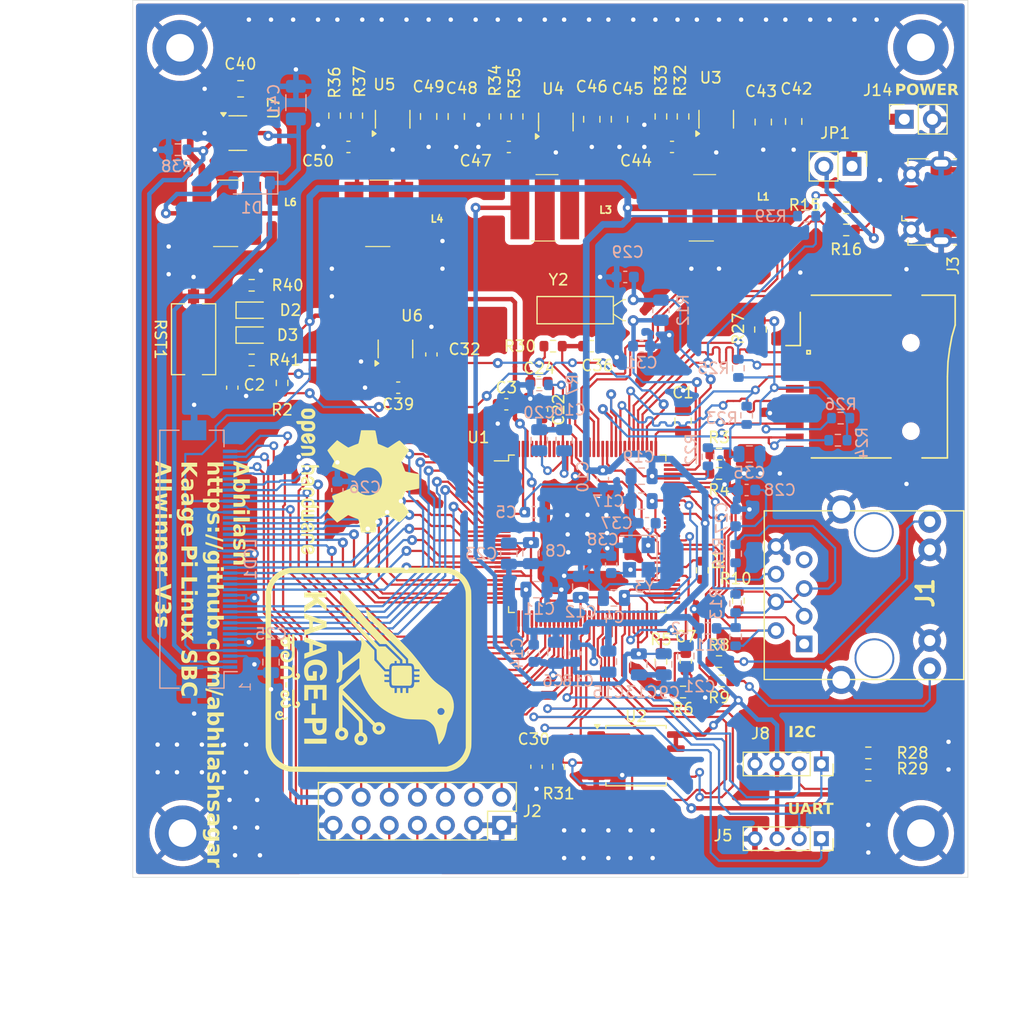
<source format=kicad_pcb>
(kicad_pcb (version 20240108) (generator "pcbnew") (generator_version "8.0")
  (layers (0 "F.Cu" signal) (1 "In1.Cu" signal) (2 "In2.Cu" signal) (31 "B.Cu" signal) (34 "B.Paste" user) (35 "F.Paste" user) (36 "B.SilkS" user "B.Silkscreen") (37 "F.SilkS" user "F.Silkscreen") (38 "B.Mask" user) (39 "F.Mask" user) (44 "Edge.Cuts" user))
  (net 0 "")
  (net 1 "GND")
  (net 2 "Net-(U1-RTC-VIO)")
  (net 3 "/RESET")
  (net 4 "+1V2")
  (net 5 "+1V8")
  (net 6 "+3V3")
  (net 7 "/SVREF")
  (net 8 "VRA2")
  (net 9 "VRA1")
  (net 10 "HPVCCBP")
  (net 11 "HPVCCIN")
  (net 12 "Net-(J1-RCT)")
  (net 13 "X32KOUT")
  (net 14 "X32KIN")
  (net 15 "+3V0")
  (net 19 "Net-(J4-VDD)")
  (net 20 "LRADC")
  (net 21 "X24MIN")
  (net 22 "X24MOUT")
  (net 23 "+5V")
  (net 24 "VLED+")
  (net 25 "Net-(D1-A)")
  (net 26 "Net-(D2-K)")
  (net 27 "Net-(D3-K)")
  (net 28 "EPHY-TXP")
  (net 29 "EPHY-TXN")
  (net 30 "Net-(J1-Pad12)")
  (net 31 "Net-(J1-Pad9)")
  (net 32 "EPHY-RXN")
  (net 33 "EPHY-RXP")
  (net 36 "USB-ID")
  (net 37 "Net-(J3-VBUS)")
  (net 38 "SDC0_CLK")
  (net 39 "SDC0_D2")
  (net 40 "SDC0_CMD")
  (net 41 "SDC0_D3")
  (net 42 "SDC0_D0")
  (net 43 "SDC0_D1")
  (net 45 "UART0_RX")
  (net 46 "UART0_TX")
  (net 49 "PB3")
  (net 50 "PB1")
  (net 51 "PB0")
  (net 52 "PB2")
  (net 53 "I2C0_SDA")
  (net 54 "I2C0_SCK")
  (net 55 "PG0")
  (net 59 "PB4")
  (net 61 "PB5")
  (net 63 "YD")
  (net 64 "XR")
  (net 65 "YU")
  (net 66 "XL")
  (net 69 "Net-(U3-SW)")
  (net 70 "Net-(U4-SW)")
  (net 71 "Net-(U5-SW)")
  (net 72 "LCD_D5")
  (net 73 "LCD_D7")
  (net 74 "LCD_D15")
  (net 75 "LCD_D12")
  (net 76 "LCD_D23")
  (net 77 "LCD_D18")
  (net 78 "LCD_D3")
  (net 79 "LCD_D14")
  (net 81 "LCD_D22")
  (net 82 "LCD_D21")
  (net 83 "VLED-")
  (net 84 "LCD_DE")
  (net 85 "LCD_D10")
  (net 86 "LCD_D19")
  (net 87 "LCD_D2")
  (net 88 "LCD_D13")
  (net 89 "LCD_D20")
  (net 90 "LCD_D4")
  (net 91 "LCD_D11")
  (net 92 "LCD_CLK")
  (net 93 "LCD_D6")
  (net 94 "LCD_HSYNC")
  (net 95 "LCD_VSYNC")
  (net 96 "Net-(U1-SZQ)")
  (net 97 "Net-(U1-EPHY-RTX)")
  (net 98 "EPHY-SPD-LED")
  (net 99 "EPHY-LINK-LED")
  (net 100 "D+")
  (net 101 "D-")
  (net 102 "SPI_CS")
  (net 103 "Net-(U3-FB)")
  (net 104 "Net-(U4-FB)")
  (net 105 "Net-(U5-FB)")
  (net 106 "SPI_MOSI")
  (net 109 "SPI_MISO")
  (net 112 "SPI_SCK")
  (footprint "Button_Switch_SMD:SW_Tactile_SPST_NO_Straight_CK_PTS636Sx25SMTRLFS" (layer "F.Cu") (at 118.5 80.375 90)
    (property "Reference" "RST1")
    (property "Value" "RESET_SW")
  )
  (footprint "Capacitor_SMD:C_0805_2012Metric" (layer "F.Cu") (at 162.75 87.75 90)
    (property "Reference" "C1")
    (property "Value" "2.2u" (hide yes))
  )
  (footprint "allwinnerv3s:SWPA6045S220MT" (layer "F.Cu") (at 121.5 69)
    (property "Reference" "L6")
    (property "Value" "22 uH")
  )
  (footprint "MountingHole:MountingHole_2.5mm_Pad" (layer "F.Cu") (at 184.25 125)
    (property "Reference" "H4" (hide yes))
    (property "Value" "MountingHole_Pad")
  )
  (footprint "Resistor_SMD:R_0603_1608Metric" (layer "F.Cu") (at 151.5 119 90)
    (property "Reference" "R31")
    (property "Value" "10K")
  )
  (footprint "Package_TO_SOT_SMD:SOT-23-6" (layer "F.Cu") (at 122.5 61.75)
    (property "Reference" "U7")
    (property "Value" "PT4103")
  )
  (footprint "Connector_PinSocket_2.00mm:PinSocket_1x04_P2.00mm_Vertical" (layer "F.Cu") (at 175.25 118.75 -90)
    (property "Reference" "J8")
    (property "Value" "I2C0")
  )
  (footprint "Resistor_SMD:R_0603_1608Metric" (layer "F.Cu") (at 131.25 60.175 -90)
    (property "Reference" "R36")
    (property "Value" "68K")
  )
  (footprint "Resistor_SMD:R_0603_1608Metric" (layer "F.Cu") (at 166 109.5)
    (property "Reference" "R8")
    (property "Value" "1K" (hide yes))
  )
  (footprint "Capacitor_SMD:C_0603_1608Metric" (layer "F.Cu") (at 122 84.75 -90)
    (property "Reference" "C2")
    (property "Value" "1u")
  )
  (footprint "allwinnerv3s:HR911105_RJ45" (layer "F.Cu") (at 180.25 103.5 90)
    (property "Reference" "J1")
    (property "Value" "HR911105_RJ45" (hide yes))
  )
  (footprint "Capacitor_SMD:C_0603_1608Metric" (layer "F.Cu") (at 150 86.75 90)
    (property "Reference" "C22")
    (property "Value" "10u")
  )
  (footprint "allwinnerv3s:SWPA6045S220MT" (layer "F.Cu") (at 164.5 68.5)
    (property "Reference" "L1")
    (property "Value" "CDRH104RNP-101NC")
  )
  (footprint "Capacitor_SMD:C_0805_2012Metric" (layer "F.Cu") (at 154.5 60.5 -90)
    (property "Reference" "C46")
    (property "Value" "2.2u")
  )
  (footprint "Package_TO_SOT_SMD:SOT-23-5" (layer "F.Cu") (at 165.75 60.5 90)
    (property "Reference" "U3")
    (property "Value" "JW5211")
  )
  (footprint "Capacitor_SMD:C_0603_1608Metric" (layer "F.Cu") (at 132.5 63 180)
    (property "Reference" "C50")
    (property "Value" "22u")
  )
  (footprint "Package_SO:SOIC-8_5.23x5.23mm_P1.27mm" (layer "F.Cu") (at 158.5 118)
    (property "Reference" "U2")
    (property "Value" "W25Q64JVSSIQ")
  )
  (footprint "Resistor_SMD:R_0603_1608Metric" (layer "F.Cu") (at 164.5 101.25 -90)
    (property "Reference" "R1")
    (property "Value" "240")
  )
  (footprint "Resistor_SMD:R_0603_1608Metric" (layer "F.Cu") (at 179.5 119.75)
    (property "Reference" "R29")
    (property "Value" "4.7k")
  )
  (footprint "Resistor_SMD:R_0603_1608Metric" (layer "F.Cu") (at 151 81 180)
    (property "Reference" "R30")
    (property "Value" "100k")
  )
  (footprint "Capacitor_SMD:C_0603_1608Metric" (layer "F.Cu") (at 137 84.75 180)
    (property "Reference" "C39")
    (property "Value" "10u")
  )
  (footprint "Resistor_SMD:R_0603_1608Metric" (layer "F.Cu") (at 167.75 104 90)
    (property "Reference" "R10")
    (property "Value" "50" (hide yes))
  )
  (footprint "Capacitor_SMD:C_0805_2012Metric" (layer "F.Cu") (at 139.75 60.25 -90)
    (property "Reference" "C49")
    (property "Value" "2.2u")
  )
  (footprint "Connector_PinSocket_2.54mm:PinSocket_2x07_P2.54mm_Vertical" (layer "F.Cu") (at 146.35 124.29 -90)
    (property "Reference" "J2")
    (property "Value" "Conn_02x07_Odd_Even")
  )
  (footprint "Resistor_SMD:R_0603_1608Metric" (layer "F.Cu") (at 166 92.5 180)
    (property "Reference" "R4")
    (property "Value" "12k")
  )
  (footprint "Capacitor_SMD:C_0603_1608Metric" (layer "F.Cu") (at 140 81.75 90)
    (property "Reference" "C32")
    (property "Value" "104")
  )
  (footprint "Capacitor_SMD:C_0603_1608Metric" (layer "F.Cu") (at 161.75 63 180)
    (property "Reference" "C44")
    (property "Value" "22u")
  )
  (footprint "Connector_PinHeader_2.54mm:PinHeader_1x02_P2.54mm_Vertical" (layer "F.Cu") (at 178.025 64.75 -90)
    (property "Reference" "JP1")
    (property "Value" "Jumper_2_Open")
  )
  (footprint "Resistor_SMD:R_0603_1608Metric" (layer "F.Cu") (at 160.75 60.25 -90)
    (property "Reference" "R33")
    (property "Value" "15K")
  )
  (footprint "LED_SMD:LED_0603_1608Metric_Pad1.05x0.95mm_HandSolder" (layer "F.Cu") (at 124 77.75)
    (property "Reference" "D2")
    (property "Value" "LED 5V")
  )
  (footprint "Resistor_SMD:R_0603_1608Metric" (layer "F.Cu") (at 123.75 82.25)
    (property "Reference" "R41")
    (property "Value" "1K")
  )
  (footprint "Resistor_SMD:R_0603_1608Metric" (layer "F.Cu") (at 160.75 109.5 90)
    (property "Reference" "R5")
    (property "Value" "2k")
  )
  (footprint "Resistor_SMD:R_0603_1608Metric" (layer "F.Cu") (at 177.5 70.5 180)
    (property "Reference" "R16")
    (property "Value" "33")
  )
  (footprint "Capacitor_SMD:C_0805_2012Metric" (layer "F.Cu") (at 172.75 60.7 -90)
    (property "Reference" "C42")
    (property "Value" "2.2u")
  )
  (footprint "Resistor_SMD:R_0603_1608Metric" (layer "F.Cu") (at 162.75 60.25 90)
    (property "Reference" "R32")
    (property "Value" "68K")
  )
  (footprint "Capacitor_SMD:C_0603_1608Metric" (layer "F.Cu") (at 149.725 84.25 180)
    (property "Reference" "C24")
    (property "Value" "100n")
  )
  (footprint "Connector_PinSocket_2.00mm:PinSocket_1x04_P2.00mm_Vertical" (layer "F.Cu") (at 175.25 125.5 -90)
    (property "Reference" "J5")
    (property "Value" "UART0")
  )
  (footprint "Resistor_SMD:R_0603_1608Metric" (layer "F.Cu") (at 126.5 84.325 -90)
    (property "Reference" "R2")
    (property "Value" "47k")
  )
  (footprint "Connector_PinSocket_2.54mm:PinSocket_1x02_P2.54mm_Vertical" (layer "F.Cu") (at 182.75 60.5 90)
    (property "Reference" "J14")
    (property "Value" "5V in")
  )
  (footprint "Resistor_SMD:R_0603_1608Metric" (layer "F.Cu") (at 166.25 111.25)
    (property "Reference" "R9")
    (property "Value" "1K")
  )
  (footprint "Capacitor_SMD:C_0603_1608Metric" (layer "F.Cu") (at 154.5 81)
    (property "Reference" "C36")
    (property "Value" "1n")
  )
  (footprint "Capacitor_SMD:C_0603_1608Metric" (layer "F.Cu") (at 146.775 86.25 180)
    (property "Reference" "C3")
    (property "Value" "100n" (hide yes))
  )
  (footprint "Crystal:Crystal_C26-LF_D2.1mm_L6.5mm_Horizontal" (layer "F.Cu") (at 158.25 76.8 -90)
    (property "Reference" "Y2")
    (property "Value" "32768")
  )
  (footprint "allwinnerv3s:SWPA6045S220MT" (layer "F.Cu") (at 150.25 68.5)
    (property "Reference" "L3")
    (property "Value" "CDRH104RNP-101NC")
  )
  (footprint "Capacitor_SMD:C_0603_1608Metric" (layer "F.Cu") (at 147 63 180)
    (property "Reference" "C47")
    (property "Value" "22u")
  )
  (footprint "Connector_USB:USB_Micro-B_Molex-105017-0001" (layer "F.Cu") (at 184.8425 67.97 90)
    (property "Reference" "J3")
    (property "Value" "USB_B_Micro")
  )
  (footprint "MountingHole:MountingHole_2.5mm_Pad" (layer "F.Cu") (at 117.5 125)
    (property "Reference" "H2" (hide yes))
    (property "Value" "MountingHole_Pad")
  )
  (footprint "Resistor_SMD:R_0603_1608Metric" (layer "F.Cu") (at 145.75 60.25 -90)
    (property "Reference" "R34")
    (property "Value" "15K")
  )
  (footprint "Capacitor_SMD:C_0603_1608Metric" (layer "F.Cu") (at 163 109.5 -90)
    (property "Reference" "C7")
    (property "Value" "100n")
  )
  (footprint "MountingHole:MountingHole_2.5mm_Pad" (layer "F.Cu") (at 117.28 54.04)
    (property "Reference" "H1" (hide yes))
    (property "Value" "MountingHole_Pad")
  )
  (footprint "Resistor_SMD:R_0603_1608Metric" (layer "F.Cu") (at 123.75 75.5)
    (property "Reference" "R40")
    (property "Value" "1K")
  )
  (footprint "Capacitor_SMD:C_0603_1608Metric" (layer "F.Cu") (at 149.5 119 -90)
    (property "Reference" "C30")
    (property "Value" "1u")
  )
  (footprint "Package_TO_SOT_SMD:SOT-23-3" (layer "F.Cu") (at 136.75 81.25 90)
    (property "Reference" "U6")
    (property "Value" "XC6206")
  )
  (footprint "Resistor_SMD:R_0603_1608Metric" (layer "F.Cu") (at 147.75 60.25 90)
    (property "Reference" "R35")
    (property "Value" "30K")
  )
  (footprint "Resistor_SMD:R_0603_1608Metric" (layer "F.Cu") (at 179.5 117.75)
    (property "Reference" "R28")
    (property "Value" "4.7k")
  )
  (footprint "Resistor_SMD:R_0603_1608Metric" (layer "F.Cu") (at 166 90.75 180)
    (property "Reference" "R3")
    (property "Value" "12k")
  )
  (footprint "Capacitor_SMD:C_0805_2012Metric" (layer "F.Cu") (at 122.75 57.75 180)
    (property "Reference" "C40")
    (property "Value" "2.2u")
  )
  (footprint "Capacitor_SMD:C_0805_2012Metric" (layer "F.Cu") (at 157 60.5 -90)
    (property "Reference" "C45")
    (property "Value" "2.2u")
  )
  (footprint "Resistor_SMD:R_0603_1608Metric" (layer "F.Cu") (at 169.75 79.5 90)
    (property "Reference" "R27")
    (property "Value" "47k" (hide yes))
  )
  (footprint "Capacitor_SMD:C_0805_2012Metric" (layer "F.Cu") (at 170 60.75 -90)
    (property "Reference" "C43")
    (property "Value" "2.2u")
  )
  (footprint "Resistor_SMD:R_0603_1608Metric" (layer "F.Cu") (at 162.75 112.25)
    (property "Reference" "R6")
    (property "Value" "2k")
  )
  (footprint "allwinnerv3s:micro_sd_card" (layer "F.Cu") (at 183.35 83.75 90)
    (property "Reference" "J4")
    (property "Value" "Micro_SD_Card_Ebay")
  )
  (footprint "LED_SMD:LED_0603_1608Metric_Pad1.05x0.95mm_HandSolder" (layer "F.Cu") (at 124 80)
    (property "Reference" "D3")
    (property "Value" "PG0")
  )
  (footprint "Package_TO_SOT_SMD:SOT-23-5" (layer "F.Cu") (at 151.25 60.75 90)
    (property "Reference" "U4")
    (property "Value" "JW5211")
  )
  (footprint "Package_TO_SOT_SMD:SOT-23-5" (layer "F.Cu") (at 136.5 60.5 90)
    (property "Reference" "U5")
    (property "Value" "JW5211")
  )
  (footprint "allwinnerv3s:eLQFP-128_14x14mm_P0.4mm" (layer "F.Cu") (at 154.0875 97.95)
    (property "Reference" "U1")
    (property "Value" "AllwinnerV3S")
  )
  (footprint "Resistor_SMD:R_0603_1608Metric" (layer "F.Cu") (at 177.5 68.5 180)
    (property "Reference" "R15")
    (property "Value" "33")
  )
  (footprint "allwinnerv3s:SWPA6045S220MT" (layer "F.Cu") (at 135.25 69)
    (property "Reference" "L4")
    (property "Value" "CDRH104RNP-101NC")
  )
  (footprint "Symbol:OSHW-Logo2_14.6x12mm_SilkScreen" (layer "F.Cu") (at 133.35 93.218 -90)
    (property "Reference" "REF**" (hide yes))
    (property "Value" "OSHW-Logo2_14.6x12mm_SilkScreen" (hide yes))
  )
  (footprint "Capacitor_SMD:C_0805_2012Metric" (layer "F.Cu") (at 142.25 60.25 -90)
    (property "Reference" "C48")
    (property "Value" "2.2u")
  )
  (footprint "allwinnerv3s:logo_kaage" (layer "F.Cu") (at 134.112 110.236 -90)
    (property "Reference" "G***" (hide yes))
    (property "Value" "LOGO" (hide yes))
  )
  (footprint "MountingHole:MountingHole_2.5mm_Pad" (layer "F.Cu") (at 184.25 54)
    (property "Reference" "H3" (hide yes))
    (property "Value" "MountingHole_Pad")
  )
  (footprint "Resistor_SMD:R_0603_1608Metric" (layer "F.Cu") (at 133.25 60.175 90)
    (property "Reference" "R37")
    (property "Value" "68K")
  )
  (footprint "Capacitor_SMD:C_0603_1608Metric" (layer "B.Cu") (at 159.5 97 180)
    (property "Reference" "C37")
    (property "Value" "18pF" (hide yes))
  )
  (footprint "Resistor_SMD:R_0603_1608Metric" (layer "B.Cu") (at 165 91 -90)
    (property "Reference" "R22")
    (property "Value" "2.2" (hide yes))
  )
  (footprint "Diode_SMD:D_SOD-123" (layer "B.Cu") (at 123.75 66.25 180)
    (property "Reference" "D1")
    (property "Value" "1N5819" (hide yes))
  )
  (footprint "Resistor_SMD:R_0603_1608Metric" (layer "B.Cu") (at 167.5 99.75 90)
    (property "Reference" "R14")
    (property "Value" "50" (hide yes))
  )
  (footprint "Capacitor_SMD:C_0805_2012Metric" (layer "B.Cu") (at 159 92.75 180)
    (property "Reference" "C19")
    (property "Value" "2.2u" (hide yes))
  )
  (footprint "Capacitor_SMD:C_0805_2012Metric" (layer "B.Cu") (at 149.75 89.5 90)
    (property "Reference" "C16")
    (property "Value" "2.2u" (hide yes))
  )
  (footprint "Resistor_SMD:R_0603_1608Metric" (layer "B.Cu") (at 176.75 89.5 180)
    (property "Reference" "R24")
    (property "Value" "47k" (hide yes))
  )
  (footprint "Capacitor_SMD:C_0805_2012Metric" (layer "B.Cu") (at 125.5 109.55 -90)
    (property "Reference" "C25")
    (property "Value" "2.2u" (hide yes))
  )
  (footprint "Capacitor_SMD:C_0805_2012Metric" (layer "B.Cu") (at 156 109.5 -90)
    (property "Reference" "C15")
    (property "Value" "2.2u" (hide yes))
  )
  (footprint "Connector_FFC-FPC:Hirose_FH12-40S-0.5SH_1x40-1MP_P0.50mm_Horizontal" (layer "B.Cu") (at 119.95 100.25 90)
    (property "Reference" "LCD1")
    (property "Value" "LCD_FPC40")
  )
  (footprint "Capacitor_SMD:C_0805_2012Metric" (layer "B.Cu") (at 156.5 103.75 180)
    (property "Reference" "C4")
    (property "Value" "2.2u" (hide yes))
  )
  (footprint "Capacitor_SMD:C_0603_1608Metric" (layer "B.Cu") (at 157.525 74.75 180)
    (property "Reference" "C29")
    (property "Value" "18pF" (hide yes))
  )
  (footprint "Capacitor_SMD:C_0805_2012Metric" (layer "B.Cu") (at 149.5 103)
    (property "Reference" "C11")
    (property "Value" "2.2u" (hide yes))
  )
  (footprint "Crystal:Crystal_SMD_3225-4Pin_3.2x2.5mm" (layer "B.Cu") (at 158.75 100.1 -90)
    (property "Reference" "Y3")
    (property "Value" "24MHz" (hide yes))
  )
  (footprint "Resistor_SMD:R_0603_1608Metric" (layer "B.Cu") (at 167.5 107.25 90)
    (property "Reference" "R11")
    (property "Value" "50" (hide yes))
  )
  (footprint "Capacitor_SMD:C_0805_2012Metric" (layer "B.Cu") (at 151.25 108.7 -90)
    (property "Reference" "C6")
    (property "Value" "2.2u" (hide yes))
  )
  (footprint "Capacitor_SMD:C_0603_1608Metric" (layer "B.Cu") (at 156.25 100.725 90)
    (property "Reference" "C38")
    (property "Value" "18pF" (hide yes))
  )
  (footprint "Capacitor_SMD:C_0603_1608Metric" (layer "B.Cu") (at 159 81)
    (property "Reference" "C31")
    (property "Value" "18pF" (hide yes))
  )
  (footprint "Capacitor_SMD:C_0603_1608Metric" (layer "B.Cu") (at 131.5 94 90)
    (property "Reference" "C26")
    (property "Value" "100n" (hide yes))
  )
  (footprint "Capacitor_SMD:C_0603_1608Metric" (layer "B.Cu") (at 153 108.75 -90)
    (property "Reference" "C18")
    (property "Value" "100n" (hide yes))
  )
  (footprint "Capacitor_SMD:C_0805_2012Metric" (layer "B.Cu") (at 158.75 109.75 -90)
    (property "Reference" "C13")
    (property "Value" "2.2u" (hide yes))
  )
  (footprint "Resistor_SMD:R_0603_1608Metric" (layer "B.Cu") (at 173.925 69.25)
    (property "Reference" "R39")
    (property "Value" "47k" (hide yes))
  )
  (footprint "Resistor_SMD:R_0603_1608Metric" (layer "B.Cu") (at 167.5 104.25 -90)
    (property "Reference" "R13")
    (property "Value" "50" (hide yes))
  )
  (footprint "Capacitor_SMD:C_0603_1608Metric" (layer "B.Cu") (at 168.5 94 180)
    (property "Reference" "C28")
    (property "Value" "100n" (hide yes))
  )
  (footprint "Capacitor_SMD:C_0603_1608Metric" (layer "B.Cu") (at 155.5 93 -90)
    (property "Reference" "C10")
    (property "Value" "100n" (hide yes))
  )
  (footprint "Resistor_SMD:R_0805_2012Metric" (layer "B.Cu") (at 160.75 77.75 90)
    (property "Reference" "R12")
    (property "Value" "10M" (hide yes))
  )
  (footprint "Resistor_SMD:R_0603_1608Metric" (layer "B.Cu") (at 149.75 84.5 180)
    (property "Reference" "R7")
    (property "Value" "200k" (hide yes))
  )
  (footprint "Capacitor_SMD:C_0805_2012Metric" (layer "B.Cu") (at 149 99.7 -90)
    (property "Reference" "C8")
    (property "Value" "2.2u" (hide yes))
  )
  (footprint "Capacitor_SMD:C_0805_2012Metric" (layer "B.Cu") (at 153.5 102.75 90)
    (property "Reference" "C12")
    (property "Value" "2.2u" (hide yes))
  )
  (footprint "Inductor_SMD:L_0603_1608Metric" (layer "B.Cu") (at 165 106.5 180)
    (property "Reference" "L2")
    (property "Value" "600Z" (hide yes))
  )
  (footprint "Resistor_SMD:R_0603_1608Metric" (layer "B.Cu") (at 177 87.5 180)
    (property "Reference" "R26")
    (property "Value" "47k" (hide yes))
  )
  (footprint "Resistor_SMD:R_0603_1608Metric" (layer "B.Cu") (at 168.5 87.25 -90)
    (property "Reference" "R23")
    (property "Value" "47k" (hide yes))
  )
  (footprint "Capacitor_SMD:C_0805_2012Metric" (layer "B.Cu") (at 152 89.5 90)
    (property "Reference" "C20")
    (property "Value" "2.2u" (hide yes))
  )
  (footprint "Capacitor_SMD:C_0603_1608Metric" (layer "B.Cu") (at 149.25 108.75 -90)
    (property "Reference" "C14")
    (property "Value" "100n" (hide yes))
  )
  (footprint "Capacitor_SMD:C_1206_3216Metric" (layer "B.Cu") (at 127.75 59 90)
    (property "Reference" "C41")
    (property "Value" "25u 50V" (hide yes))
  )
  (footprint "Capacitor_SMD:C_0805_2012Metric" (layer "B.Cu") (at 159 95 180)
    (property "Reference" "C17")
    (property "Value" "2.2u" (hide yes))
  )
  (footprint "Capacitor_SMD:C_0603_1608Metric" (layer "B.Cu") (at 149.25 96)
    (property "Reference" "C5")
    (property "Value" "100n" (hide yes))
  )
  (footprint "Capacitor_SMD:C_0805_2012Metric" (layer "B.Cu") (at 147 99.75 -90)
    (property "Reference" "C23")
    (property "Value" "2.2u" (hide yes))
  )
  (footprint "Resistor_SMD:R_0603_1608Metric" (layer "B.Cu") (at 117.075 63.25 180)
    (property "Reference" "R38")
    (property "Value" "5.1" (hide yes))
  )
  (footprint "Capacitor_SMD:C_0603_1608Metric" (layer "B.Cu") (at 167.5 96.5 90)
    (property "Reference" "C27")
    (property "Value" "100n" (hide yes))
  )
  (footprint "Capacitor_SMD:C_0805_2012Metric" (layer "B.Cu") (at 161 109.75 -90)
    (property "Reference" "C9")
    (property "Value" "2.2u" (hide yes))
  )
  (footprint "Capacitor_SMD:C_0805_2012Metric" (layer "B.Cu") (at 168.75 90.75)
    (property "Reference" "C35")
    (property "Value" "10u" (hide yes))
  )
  (footprint "Capacitor_SMD:C_0805_2012Metric" (layer "B.Cu") (at 163 109 -90)
    (property "Reference" "C21")
    (property "Value" "2.2u" (hide yes))
  )
  (footprint "Resistor_SMD:R_0603_1608Metric" (layer "B.Cu") (at 167.75 83 -90)
    (property "Reference" "R25")
    (property "Value" "47k" (hide yes))
  )
  (gr_line (start 113 129) (end 113 49.75) (stroke (width 0.05)) (layer "Edge.Cuts"))
  (gr_line (start 188.5 49.75) (end 188.5 129) (stroke (width 0.05)) (layer "Edge.Cuts"))
  (gr_line (start 113 49.75) (end 188.5 49.75) (stroke (width 0.05)) (layer "Edge.Cuts"))
  (gr_line (start 188.5 129) (end 113 129) (stroke (width 0.05)) (layer "Edge.Cuts"))
  (gr_text "1" (at 123.75 111.25 90) (layer "B.SilkS") (effects (font (size 1 1) (thickness 0.1)) (justify left bottom mirror)))
  (gr_text "Abhilash\nhttps://github.com/abhilashsagar\nKaage Pi Linux SBC\nAllwinner V3s" (at 114.808 91.35 270) (layer "F.SilkS") (effects (font (size 1.4 1.4) (thickness 0.2) (bold yes)) (justify left bottom)))
  (gr_text "POWER" (at 181.89 58.48 0) (layer "F.SilkS") (effects (font (size 1 1) (thickness 0.2) (bold yes)) (justify left bottom)))
  (gr_text "UART" (at 172.212 123.444 0) (layer "F.SilkS") (effects (font (size 1 1) (thickness 0.2) (bold yes)) (justify left bottom)))
  (gr_text "I2C" (at 172.25 116.5 0) (layer "F.SilkS") (effects (font (size 1 1) (thickness 0.2) (bold yes)) (justify left bottom)))
  (segment (start 151.25 61.8875) (end 151.25 63.5) (width 0.4) (layer "F.Cu") (net 1))
  (segment (start 152.6875 91.585577) (end 153 91.898077) (width 0.2) (layer "F.Cu") (net 1))
  (segment (start 172.75 61.65) (end 172.75 63.25) (width 0.6) (layer "F.Cu") (net 1))
  (segment (start 170 61.7) (end 170 63.25) (width 0.6) (layer "F.Cu") (net 1))
  (segment (start 164.5 102.75) (end 164.5 102.075) (width 0.2) (layer "F.Cu") (net 1))
  (segment (start 163.5 112.075) (end 163.325 112.25) (width 0.2) (layer "F.Cu") (net 1))
  (segment (start 166.825 92.5) (end 166.825 93.175) (width 0.2) (layer "F.Cu") (net 1))
  (segment (start 171.5 92) (end 171.5 92.5) (width 0.6) (layer "F.Cu") (net 1))
  (segment (start 153 91.898077) (end 153 92.75) (width 0.2) (layer "F.Cu") (net 1))
  (segment (start 163.75 103.5) (end 164.5 102.75) (width 0.2) (layer "F.Cu") (net 1))
  (segment (start 155.275 81) (end 156.25 81) (width 0.4) (layer "F.Cu") (net 1))
  (segment (start 164.75 112.75) (end 164.25 112.25) (width 0.4) (layer "F.Cu") (net 1))
  (segment (start 180.5476 66) (end 181.2476 66.7) (width 0.2) (layer "F.Cu") (net 1))
  (segment (start 163.75 104.75) (end 163.75 103.5) (width 0.2) (layer "F.Cu") (net 1))
  (segment (start 154.5 61.45) (end 154.5 63) (width 0.4) (layer "F.Cu") (net 1))
  (segment (start 157 61.45) (end 157 63) (width 0.4) (layer "F.Cu") (net 1))
  (segment (start 133.6375 82.3875) (end 135.8 82.3875) (width 0.4) (layer "F.Cu") (net 1))
  (segment (start 165.75 61.6375) (end 165.75 63.5) (width 0.4) (layer "F.Cu") (net 1))
  (segment (start 136.5 61.6375) (end 136.5 63.25) (width 0.4) (layer "F.Cu") (net 1))
  (segment (start 146 88) (end 146 86.25) (width 0.4) (layer "F.Cu") (net 1))
  (segment (start 146.225 63) (end 144.25 63) (width 0.4) (layer "F.Cu") (net 1))
  (segment (start 152.6875 90.2875) (end 152.6875 91.585577) (width 0.2) (layer "F.Cu") (net 1))
  (segment (start 144.325 61.075) (end 144.25 61) (width 0.4) (layer "F.Cu") (net 1))
  (segment (start 131.725 63) (end 130.25 63) (width 0.4) (layer "F.Cu") (net 1))
  (segment (start 173.35 91.5) (end 172 91.5) (width 0.6) (layer "F.Cu") (net 1))
  (segment (start 136.225 84.75) (end 134 84.75) (width 0.4) (layer "F.Cu") (net 1))
  (segment (start 118.5 75.875) (end 118.5 74.75) (width 0.4) (layer "F.Cu") (net 1))
  (segment (start 149.5 121) (end 149.5 119.775) (width 0.4) (layer "F.Cu") (net 1))
  (segment (start 163.5 110.775) (end 163.5 112.075) (width 0.2) (layer "F.Cu") (net 1))
  (segment (start 121.55 57.75) (end 119.5 57.75) (width 0.4) (layer "F.Cu") (net 1))
  (segment (start 159.325 61.075) (end 159.25 61) (width 0.6) (layer "F.Cu") (net 1))
  (segment (start 140 80.975) (end 140 79.25) (width 0.4) (layer "F.Cu") (net 1))
  (segment (start 182.95 93.45) (end 182.95 91.5) (width 0.6) (layer "F.Cu") (net 1))
  (segment (start 148.95 85.732208) (end 148.936095 85.746113) (width 0.4) (layer "F.Cu") (net 1))
  (segment (start 172 91.5) (end 171.5 92) (width 0.6) (layer "F.Cu") (net 1))
  (segment (start 164.25 112.25) (end 163.575 112.25) (width 0.4) (layer "F.Cu") (net 1))
  (segment (start 166.825 91) (end 166.825 92.5) (width 0.2) (layer "F.Cu") (net 1))
  (segment (start 156.25 81) (end 156.75 81.5) (width 0.4) (layer "F.Cu") (net 1))
  (segment (start 131.25 61) (end 129.75 61) (width 0.4) (layer "F.Cu") (net 1))
  (segment (start 182.95 74.05) (end 182.95 76) (width 0.6) (layer "F.Cu") (net 1))
  (segment (start 173.35 74.35) (end 173.35 76.9) (width 0.6) (layer "F.Cu") (net 1))
  (segment (start 156.75 81.5) (end 156.75 82) (width 0.4) (layer "F.Cu") (net 1))
  (segment (start 124.575 74.175) (end 124.575 75.5) (width 0.4) (layer "F.Cu") (net 1))
  (segment (start 183.35 66.7) (end 183.38 66.67) (width 0.2) (layer "F.Cu") (net 1))
  (segment (start 142.25 61.2) (end 142.25 63) (width 0.4) (layer "F.Cu") (net 1))
  (segment (start 123.225 85.525) (end 123.25 85.5) (width 0.4) (layer "F.Cu") (net 1))
  (segment (start 121.3625 61.75) (end 119.5 61.75) (width 0.4) (layer "F.Cu") (net 1))
  (segment (start 157.095 119.905) (end 154.9 119.905) (width 0.4) (layer "F.Cu") (net 1))
  (segment (start 182.44 66.7) (end 183.35 66.7) (width 0.2) (layer "F.Cu") (net 1))
  (segment (start 170.6024 87.05) (end 172.85 87.05) (width 0.2) (layer "F.Cu") (net 1))
  (segment (start 166.825 93.175) (end 166.5 93.5) (width 0.2) (layer "F.Cu") (net 1))
  (segment (start 160.75 61.075) (end 159.325 61.075) (width 0.6) (layer "F.Cu") (net 1))
  (segment (start 139.75 61.2) (end 139.75 63) (width 0.4) (layer "F.Cu") (net 1))
  (segment (start 149.164982 85.975) (end 148.936095 85.746113) (width 0.4) (layer "F.Cu") (net 1))
  (segment (start 162.75 85) (end 162.75 86.8) (width 0.4) (layer "F.Cu") (net 1))
  (segment (start 157.25 119.75) (end 157.095 119.905) (width 0.4) (layer "F.Cu") (net 1))
  (segment (start 122 85.525) (end 123.225 85.525) (width 0.4) (layer "F.Cu") (net 1))
  (segment (start 148.95 84.25) (end 148.95 85.732208) (width 0.4) (layer "F.Cu") (net 1))
  (segment (start 150 85.975) (end 149.164982 85.975) (width 0.4) (layer "F.Cu") (net 1))
  (segment (start 162.25 86.8) (end 162.75 86.8) (width 0.4) (layer "F.Cu") (net 1))
  (segment (start 145.75 61.075) (end 144.325 61.075) (width 0.4) (layer "F.Cu") (net 1))
  (segment (start 155.75 81) (end 155.275 81) (width 0.2) (layer "F.Cu") (net 1))
  (segment (start 160.975 63) (end 159.25 63) (width 0.6) (layer "F.Cu") (net 1))
  (segment (start 163 110.275) (end 163.5 110.775) (width 0.2) (layer "F.Cu") (net 1))
  (segment (start 181.2476 66.7) (end 182.44 66.7) (width 0.2) (layer "F.Cu") (net 1))
  (via (at 168 51.5) (size 0.8) (drill 0.4) (layers "F.Cu" "B.Cu") (net 1))
  (via (at 123.5 107.75) (size 0.9) (drill 0.4) (layers "F.Cu" "B.Cu") (net 1))
  (via (at 122.25 127) (size 0.8) (drill 0.4) (layers "F.Cu" "B.Cu") (net 1))
  (via (at 148 51.5) (size 0.8) (drill 0.4) (layers "F.Cu" "B.Cu") (net 1))
  (via (at 158 127.25) (size 0.8) (drill 0.4) (layers "F.Cu" "B.Cu") (net 1))
  (via (at 151 110.7476) (size 0.8) (drill 0.4) (layers "F.Cu" "B.Cu") (net 1))
  (via (at 178.25 51.5) (size 0.8) (drill 0.4) (layers "F.Cu" "B.Cu") (net 1))
  (via (at 119.5 57.75) (size 0.9) (drill 0.4) (layers "F.Cu" "B.Cu") (net 1))
  (via (at 118.55 114.2) (size 0.9) (drill 0.4) (layers "F.Cu" "B.Cu") (net 1))
  (via (at 146 88) (size 0.9) (drill 0.4) (layers "F.Cu" "B.Cu") (net 1))
  (via (at 135.5 51.5) (size 0.8) (drill 0.4) (layers "F.Cu" "B.Cu") (net 1))
  (via (at 152 101.75) (size 0.8) (drill 0.4) (layers "F.Cu" "B.Cu") (net 1))
  (via (at 171.5 92.5) (size 0.8) (drill 0.4) (layers "F.Cu" "B.Cu") (net 1))
  (via (at 123.5 51.5) (size 0.8) (drill 0.4) (layers "F.Cu" "B.Cu") (net 1))
  (via (at 121.75 122) (size 0.8) (drill 0.4) (layers "F.Cu" "B.Cu") (net 1))
  (via (at 159.25 63) (size 0.9) (drill 0.4) (layers "F.Cu" "B.Cu") (net 1))
  (via (at 131 74) (size 0.8) (drill 0.4) (layers "F.Cu" "B.Cu") (net 1))
  (via (at 148.936095 85.746113) (size 0.9) (drill 0.4) (layers "F.Cu" "B.Cu") (net 1))
  (via (at 153.75 124.75) (size 0.8) (drill 0.4) (layers "F.Cu" "B.Cu") (net 1))
  (via (at 124.575 74.175) (size 0.9) (drill 0.4) (layers "F.Cu" "B.Cu") (net 1))
  (via (at 186.75 116.75) (size 0.8) (drill 0.4) (layers "F.Cu" "B.Cu") (net 1))
  (via (at 123.25 85.5) (size 0.9) (drill 0.4) (layers "F.Cu" "B.Cu") (net 1))
  (via (at 166.5 93.5) (size 0.8) (drill 0.4) (layers "F.Cu" "B.Cu") (net 1))
  (via (at 127.75 56) (size 0.9) (drill 0.4) (layers "F.Cu" "B.Cu") (net 1))
  (via (at 118.5 74.75) (size 0.9) (drill 0.4) (layers "F.Cu" "B.Cu") (net 1))
  (via (at 166 74) (size 0.8) (drill 0.4) (layers "F.Cu" "B.Cu") (net 1))
  (via (at 151.75 103) (size 0.8) (drill 0.4) (layers "F.Cu" "B.Cu") (net 1))
  (via (at 118.55 86.3) (size 0.9) (drill 0.4) (layers "F.Cu" "B.Cu") (net 1))
  (via (at 154.5 63) (size 0.9) (drill 0.4) (layers "F.Cu" "B.Cu") (net 1))
  (via (at 139.75 63) (size 0.9) (drill 0.4) (layers "F.Cu" "B.Cu") (net 1))
  (via (at 157 63) (size 0.9) (drill 0.4) (layers "F.Cu" "B.Cu") (net 1))
  (via (at 179.5 124.25) (size 0.8) (drill 0.4) (layers "F.Cu" "B.Cu") (net 1))
  (via (at 116.25 74.5) (size 0.8) (drill 0.4) (layers "F.Cu" "B.Cu") (net 1))
  (via (at 152.32 98.01) (size 0.8) (drill 0.4) (layers "F.Cu" "B.Cu") (net 1))
  (via (at 141 74) (size 0.8) (drill 0.4) (layers "F.Cu" "B.Cu") (net 1))
  (via (at 170.25 51.5) (size 0.8) (drill 0.4) (layers "F.Cu" "B.Cu") (net 1))
  (via (at 152 51.5) (size 0.8) (drill 0.4) (layers "F.Cu" "B.Cu") (net 1))
  (via (at 140 79.25) (size 0.9) (drill 0.4) (layers "F.Cu" "B.Cu") (net 1))
  (via (at 168.75 95.75) (size 0.8) (drill 0.4) (layers "F.Cu" "B.Cu") (net 1))
  (via (at 134 84.75) (size 0.9) (drill 0.4) (layers "F.Cu" "B.Cu") (net 1))
  (via (at 164.75 112.75) (size 0.9) (drill 0.4) (layers "F.Cu" "B.Cu") (net 1))
  (via (at 124 99.75) (size 0.8) (drill 0.4) (layers "F.Cu" "B.Cu") (net 1))
  (via (at 123.25 117) (size 0.8) (drill 0.4) (layers "F.Cu" "B.Cu") (net 1))
  (via (at 170 63.25) (size 0.9) (drill 0.4) (layers "F.Cu" "B.Cu") (net 1))
  (via (at 130.25 63) (size 0.9) (drill 0.4) (layers "F.Cu" "B.Cu") (net 1))
  (via (at 179.5 126.75) (size 0.8) (drill 0.4) (layers "F.Cu" "B.Cu") (net 1))
  (via (at 180.5476 66) (size 0.9) (drill 0.4) (layers "F.Cu" "B.Cu") (net 1))
  (via (at 122.25 124.5) (size 0.8) (drill 0.4) (layers "F.Cu" "B.Cu") (net 1))
  (via (at 142.25 63) (size 0.9) (drill 0.4) (layers "F.Cu" "B.Cu") (net 1))
  (via (at 162.25 51.5) (size 0.8) (drill 0.4) (layers "F.Cu" "B.Cu") (net 1))
  (via (at 155.9 99.26) (size 0.8) (drill 0.4) (layers "F.Cu" "B.Cu") (net 1))
  (via (at 173.35 74.35) (size 0.9) (drill 0.4) (layers "F.Cu" "B.Cu") (net 1))
  (via (at 119.25 119.5) (size 0.8) (drill 0.4) (layers "F.Cu" "B.Cu") (net 1))
  (via (at 154.25 51.5) (size 0.8) (drill 0.4) (layers "F.Cu" "B.Cu") (net 1))
  (via (at 150.25 51.5) (size 0.8) (drill 0.4) (layers "F.Cu" "B.Cu") (net 1))
  (via (at 160 124.75) (size 0.8) (drill 0.4) (layers "F.Cu" "B.Cu") (net 1))
  (via (at 155.88 97.89) (size 0.8) (drill 0.4) (layers "F.Cu" "B.Cu") (net 1))
  (via (at 131 76.5) (size 0.8) (drill 0.4) (layers "F.Cu" "B.Cu") (net 1))
  (via (at 121.25 117) (size 0.8) (drill 0.4) (layers "F.Cu" "B.Cu") (net 1))
  (via (at 151.25 63.5) (size 0.9) (drill 0.4) (layers "F.Cu" "B.Cu") (net 1))
  (via (at 182.95 93.45) (size 0.8) (drill 0.4) (layers "F.Cu" "B.Cu") (net 1))
  (via (at 137.75 51.5) (size 0.8) (drill 0.4) (layers "F.Cu" "B.Cu") (net 1))
  (via (at 152.29 96.26) (size 0.8) (drill 0.4) (layers "F.Cu" "B.Cu") (net 1))
  (via (at 156 51.5) (size 0.8) (drill 0.4) (layers "F.Cu" "B.Cu") (net 1))
  (via (at 160.25 51.5) (size 0.8) (drill 0.4) (layers "F.Cu" "B.Cu") (net 1))
  (via (at 115.25 119.5) (size 0.8) (drill 0.4) (layers "F.Cu" "B.Cu") (net 1))
  (via (at 152.37 99.62) (size 0.8) (drill 0.4) (layers "F.Cu" "B.Cu") (net 1))
  (via (at 164 51.5) (size 0.8) (drill 0.4) (layers "F.Cu" "B.Cu") (net 1))
  (via (at 116.25 72) (size 0.8) (drill 0.4) (layers "F.Cu" "B.Cu") (net 1))
  (via (at 155.25 74.75) (size 0.9) (drill 0.4) (layers "F.Cu" "B.Cu") (net 1))
  (via (at 124.25 122) (size 0.8) (drill 0.4) (layers "F.Cu" "B.Cu") (net 1))
  (via (at 160 127.25) (size 0.8) (drill 0.4) (layers "F.Cu" "B.Cu") (net 1))
  (via (at 165.75 63.5) (size 0.9) (drill 0.4) (layers "F.Cu" "B.Cu") (net 1))
  (via (at 176 51.5) (size 0.8) (drill 0.4) (layers "F.Cu" "B.Cu") (net 1))
  (via (at 133.75 51.5) (size 0.8) (drill 0.4) (layers "F.Cu" "B.Cu") (net 1))
  (via (at 152 124.75) (size 0.8) (drill 0.4) (layers "F.Cu" "B.Cu") (net 1))
  (via (at 115.25 117) (size 0.8) (drill 0.4) (layers "F.Cu" "B.Cu") (net 1))
  (via (at 144.25 63) (size 0.9) (drill 0.4) (layers "F.Cu" "B.Cu") (net 1))
  (via (at 141 71.5) (size 0.8) (drill 0.4) (layers "F.Cu" "B.Cu") (net 1))
  (via (at 161.5 80) (size 0.9) (drill 0.4) (layers "F.Cu" "B.Cu") (net 1))
  (via (at 123.25 119.5) (size 0.8) (drill 0.4) (layers "F.Cu" "B.Cu") (net 1))
  (via (at 186.75 119.25) (size 0.8) (drill 0.4) (layers "F.Cu" "B.Cu") (net 1))
  (via (at 152 127.25) (size 0.8) (drill 0.4) (layers "F.Cu" "B.Cu") (net 1))
  (via (at 180.25 51.5) (size 0.8) (drill 0.4) (layers "F.Cu" "B.Cu") (net 1))
  (via (at 168.25 92.5) (size 0.8) (drill 0.4) (layers "F.Cu" "B.Cu") (net 1))
  (via (at 158.25 51.5) (size 0.8) (drill 0.4) (layers "F.Cu" "B.Cu") (net 1))
  (via (at 182.95 74.05) (size 0.9) (drill 0.4) (layers "F.Cu" "B.Cu") (net 1))
  (via (at 166 51.5) (size 0.8) (drill 0.4) (layers "F.Cu" "B.Cu") (net 1))
  (via (at 156 127.25) (size 0.8) (drill 0.4) (layers "F.Cu" "B.Cu") (net 1))
  (via (at 124.5 127) (size 0.8) (drill 0.4) (layers "F.Cu" "B.Cu") (net 1))
  (via (at 146 51.5) (size 0.8) (drill 0.4) (layers "F.Cu" "B.Cu") (net 1))
  (via (at 153.75 127.25) (size 0.8) (drill 0.4) (layers "F.Cu" "B.Cu") (net 1))
  (via (at 144.25 61) (size 0.9) (drill 0.4) (layers "F.Cu" "B.Cu") (net 1))
  (via (at 127.5 51.5) (size 0.8) (drill 0.4) (layers "F.Cu" "B.Cu") (net 1))
  (via (at 172 51.5) (size 0.8) (drill 0.4) (layers "F.Cu" "B.Cu") (net 1))
  (via (at 170.6024 87.05) (size 0.8) (drill 0.4) (layers "F.Cu" "B.Cu") (net 1))
  (via (at 117 119.5) (size 0.8) (drill 0.4) (layers "F.Cu" "B.Cu") (net 1))
  (via (at 159.25 61) (size 0.9) (drill 0.4) (layers "F.Cu" "B.Cu") (net 1))
  (via (at 154.28 99.52) (size 0.8) (drill 0.4) (layers "F.Cu" "B.Cu") (net 1))
  (via (at 156 124.75) (size 0.8) (drill 0.4) (layers "F.Cu" "B.Cu") (net 1))
  (via (at 117 117) (size 0.8) (drill 0.4) (layers "F.Cu" "B.Cu") (net 1))
  (via (at 136.5 63.25) (size 0.9) (drill 0.4) (layers "F.Cu" "B.Cu") (net 1))
  (via (at 124 103.75) (size 0.9) (drill 0.4) (layers "F.Cu" "B.Cu") (net 1))
  (via (at 172.75 63.25) (size 0.9) (drill 0.4) (layers "F.Cu" "B.Cu") (net 1))
  (via (at 125.5 112) (size 0.9) (drill 0.4) (layers "F.Cu" "B.Cu") (net 1))
  (via (at 119.5 61.75) (size 0.9) (drill 0.4) (layers "F.Cu" "B.Cu") (net 1))
  (via (at 124.25 124.5) (size 0.8) (drill 0.4) (layers "F.Cu" "B.Cu") (net 1))
  (via (at 149.5 121) (size 0.8) (drill 0.4) (layers "F.Cu" "B.Cu") (net 1))
  (via (at 128 91) (size 0.8) (drill 0.4) (layers "F.Cu" "B.Cu") (net 1))
  (via (at 141.75 51.5) (size 0.8) (drill 0.4) (layers "F.Cu" "B.Cu") (net 1))
  (via (at 121.25 119.5) (size 0.8) (drill 0.4) (layers "F.Cu" "B.Cu") (net 1))
  (via (at 158 124.75) (size 0.8) (drill 0.4) (layers "F.Cu" "B.Cu") (net 1))
  (via (at 153 92.75) (size 0.8) (drill 0.4) (layers "F.Cu" "B.Cu") (net 1))
  (via (at 115 63.25) (size 0.9) (drill 0.4) (layers "F.Cu" "B.Cu") (net 1))
  (via (at 156.75 82) (size 0.9) (drill 0.4) (layers "F.Cu" "B.Cu") (net 1))
  (via (at 155.82 96.26) (size 0.8) (drill 0.4) (layers "F.Cu" "B.Cu") (net 1))
  (via (at 162.75 85) (size 0.9) (drill 0.4) (layers "F.Cu" "B.Cu") (net 1))
  (via (at 139.75 51.5) (size 0.8) (drill 0.4) (layers "F.Cu" "B.Cu") (net 1))
  (via (at 144 51.5) (size 0.8) (drill 0.4) (layers "F.Cu" "B.Cu") (net 1))
  (via (at 125.5 51.5) (size 0.8) (drill 0.4) (layers "F.Cu" "B.Cu") (net 1))
  (via (at 131.5 51.5) (size 0.8) (drill 0.4) (layers "F.Cu" "B.Cu") (net 1))
  (via (at 174.25 51.5) (size 0.8) (drill 0.4) (layers "F.Cu" "B.Cu") (net 1))
  (via (at 129.75 51.5) (size 0.8) (drill 0.4) (layers "F.Cu" "B.Cu") (net 1))
  (via (at 133.6375 82.3875) (size 0.9) (drill 0.4) (layers "F.Cu" "B.Cu") (net 1))
  (via (at 124 109.75) (size 0.9) (drill 0.4) (layers "F.Cu" "B.Cu") (net 1))
  (via (at 154.0875 97.95) (size 0.8) (drill 0.4) (layers "F.Cu" "B.Cu") (net 1))
  (via (at 163.5 74) (size 0.8) (drill 0.4) (layers "F.Cu" "B.Cu") (net 1))
  (via (at 163.75 104.75) (size 0.8) (drill 0.4) (layers "F.Cu" "B.Cu") (net 1))
  (via (at 119.25 117) (size 0.8) (drill 0.4) (layers "F.Cu" "B.Cu") (net 1))
  (via (at 157.25 119.75) (size 0.9) (drill 0.4) (layers "F.Cu" "B.Cu") (net 1))
  (via (at 160.5 112.25) (size 0.8) (drill 0.4) (layers "F.Cu" "B.Cu") (net 1))
  (via (at 154.12 96.24) (size 0.8) (drill 0.4) (layers "F.Cu" "B.Cu") (net 1))
  (via (at 129.75 61) (size 0.9) (drill 0.4) (layers "F.Cu" "B.Cu") (net 1))
  (via (at 131.5 91.5) (size 0.9) (drill 0.4) (layers "F.Cu" "B.Cu") (net 1))
  (via (at 169.75 92.5) (size 0.8) (drill 0.4) (layers "F.Cu" "B.Cu") (net 1))
  (segment (start 148.925 85.735018) (end 148.925 84.5) (width 0.2) (layer "B.Cu") (net 1))
  (segment (start 155.5 93.775) (end 155.275 94) (width 0.4) (layer "B.Cu") (net 1))
  (segment (start 155.95 110.5) (end 153 110.5) (width 0.4) (layer "B.Cu") (net 1))
  (segment (start 163 111) (end 162.5 111.5) (width 0.4) (layer "B.Cu") (net 1))
  (segment (start 154.3 101.8) (end 155.55 103.05) (width 0.4) (layer "B.Cu") (net 1))
  (segment (start 155.275 94) (end 150.025 94) (width 0.4) (layer "B.Cu") (net 1))
  (segment (start 121.8 107.5) (end 123.5 107.5) (width 0.2) (layer "B.Cu") (net 1))
  (segment (start 156.75 74.75) (end 155.25 74.75) (width 0.4) (layer "B.Cu") (net 1))
  (segment (start 155.55 103.05) (end 155.55 104.05) (width 0.4) (layer "B.Cu") (net 1))
  (segment (start 121.8 108) (end 123.5 108) (width 0.2) (layer "B.Cu") (net 1))
  (segment (start 155.325 99.975) (end 156.25 99.975) (width 0.4) (layer "B.Cu") (net 1))
  (segment (start 168.725 95.725) (end 168.75 95.75) (width 0.2) (layer "B.Cu") (net 1))
  (segment (start 123.929767 92.5) (end 121.8 92.5) (width 0.2) (layer "B.Cu") (net 1))
  (segment (start 158.05 92.75) (end 158.05 95) (width 0.6) (layer "B.Cu") (net 1))
  (segment (start 121.8 96) (end 120.25 96) (width 0.2) (layer "B.Cu") (net 1))
  (segment (start 161 110.7) (end 161 111.5) (width 0.4) (layer "B.Cu") (net 1))
  (segment (start 155.55 104.05) (end 155.75 104.25) (width 0.4) (layer "B.Cu") (net 1))
  (segment (start 151 109.9) (end 151.25 109.65) (width 0.2) (layer "B.Cu") (net 1))
  (segment (start 126.45 92.55) (end 123.979767 92.55) (width 0.2) (layer "B.Cu") (net 1))
  (segment (start 119.5 96.75) (end 119.5 98.75) (width 0.2) (layer "B.Cu") (net 1))
  (segment (start 152.05 101.8) (end 152 101.75) (width 0.4) (layer "B.Cu") (net 1))
  (segment (start 150.025 96) (end 150.25 96.225) (width 0.4) (layer "B.Cu") (net 1))
  (segment (start 155.5 94.75) (end 158.05 94.75) (width 0.4) (layer "B.Cu") (net 1))
  (segment (start 125.5 110.5) (end 125.5 112) (width 0.4) (layer "B.Cu") (net 1))
  (segment (start 153 110.5) (end 153 109.775) (width 0.4) (layer "B.Cu") (net 1))
  (segment (start 150.25 100.5) (end 150.4 100.65) (width 0.4) (layer "B.Cu") (net 1))
  (segment (start 158.725 97) (end 158 97.725) (width 0.4) (layer "B.Cu") (net 1))
  (segment (start 163 109.95) (end 163 111) (width 0.4) (layer "B.Cu") (net 1))
  (segment (start 124 99.75) (end 123.75 100) (width 0.2) (layer "B.Cu") (net 1))
  (segment (start 120.25 96) (end 119.5 96.75) (width 0.2) (layer "B.Cu") (net 1))
  (segment (start 169.75 92.5) (end 169.7 92.45) (width 0.6) (layer "B.Cu") (net 1))
  (segment (start 149.75 86.560018) (end 149.75 88.55) (width 0.4) (layer "B.Cu") (net 1))
  (segment (start 150.25 96.225) (end 150.25 100.5) (width 0.4) (layer "B.Cu") (net 1))
  (segment (start 156.575 99.65) (end 156.25 99.975) (width 0.2) (layer "B.Cu") (net 1))
  (segment (start 161 81) (end 159.775 81) (width 0.4) (layer "B.Cu") (net 1))
  (segment (start 123.5 107.5) (end 123.5 108) (width 0.2) (layer "B.Cu") (net 1))
  (segment (start 155.55 103.05) (end 155.55 103.5) (width 0.2) (layer "B.Cu") (net 1))
  (segment (start 147 100.7) (end 148.95 100.7) (width 0.2) (layer "B.Cu") (net 1))
  (segment (start 150.45 100.7) (end 150.45 103) (width 0.4) (layer "B.Cu") (net 1))
  (segment (start 158 98.9) (end 157.9 99) (width 0.4) (layer "B.Cu") (net 1))
  (segment (start 115 63.25) (end 116.25 63.25) (width 0.6) (layer "B.Cu") (net 1))
  (segment (start 169.7 92.45) (end 169.7 90.25) (width 0.6) (layer "B.Cu") (net 1))
  (segment (start 127.75 57.525) (end 127.75 56) (width 0.4) (layer "B.Cu") (net 1))
  (segment (start 152 88.55) (end 149.75 88.55) (width 0.2) (layer "B.Cu") (net 1))
  (segment (start 167.5 95.725) (end 168.725 95.725) (width 0.2) (layer "B.Cu") (net 1))
  (segment (start 151.5 109.65) (end 151.25 109.65) (width 0.2) (layer "B.Cu") (net 1))
  (segment (start 153.5 101.8) (end 152.05 101.8) (width 0.4) (layer "B.Cu") (net 1))
  (segment (start 151 110.7476) (end 151 109.9) (width 0.2) (layer "B.Cu") (net 1))
  (segment (start 123.75 100) (end 121.8 100) (width 0.2) (layer "B.Cu") (net 1))
  (segment (start 123.5 107.75) (end 123.5 108) (width 0.2) (layer "B.Cu") (net 1))
  (segment (start 128 91) (end 126.45 92.55) (width 0.2) (layer "B.Cu") (net 1))
  (segment (start 123.25 109) (end 121.8 109) (width 0.2) (layer "B.Cu") (net 1))
  (segment (start 167.725 93.025) (end 167.725 94) (width 0.2) (layer "B.Cu") (net 1))
  (segment (start 153.5 101.8) (end 154.3 101.8) (width 0.4) (layer "B.Cu") (net 1))
  (segment (start 161.5 80.5) (end 161 81) (width 0.4) (layer "B.Cu") (net 1))
  (segment (start 119.5 98.75) (end 120.25 99.5) (width 0.2) (layer "B.Cu") (net 1))
  (segment (start 168.25 92.5) (end 167.725 93.025) (width 0.2) (layer "B.Cu") (net 1))
  (segment (start 123.75 99.5) (end 124 99.75) (width 0.2) (layer "B.Cu") (net 1))
  (segment (start 153.025 109.75) (end 150.225 109.75) (width 0.4) (layer "B.Cu") (net 1))
  (segment (start 148.936095 85.746113) (end 148.925 85.735018) (width 0.2) (layer "B.Cu") (net 1))
  (segment (start 118.55 114.2) (end 118.55 111.9) (width 0.6) (layer "B.Cu") (net 1))
  (segment (start 123.979767 92.55) (end 123.929767 92.5) (width 0.2) (layer "B.Cu") (net 1))
  (segment (start 160.5 112.25) (end 160.5 112) (width 0.4) (layer "B.Cu") (net 1))
  (segment (start 150.4 100.65) (end 150.45 100.7) (width 0.4) (layer "B.Cu") (net 1))
  (segment (start 153 109.775) (end 153.025 109.75) (width 0.4) (layer "B.Cu") (net 1))
  (segment (start 160.5 112) (end 161 111.5) (width 0.4) (layer "B.Cu") (net 1))
  (segment (start 123.25 103.75) (end 123.25 104) (width 0.2) (layer "B.Cu") (net 1))
  (segment (start 150.225 109.75) (end 149.75 109.275) (width 0.4) (layer "B.Cu") (net 1))
  (segment (start 153.5 101.8) (end 155.325 99.975) (width 0.4) (layer "B.Cu") (net 1))
  (segment (start 120.25 99.5) (end 121.8 99.5) (width 0.2) (layer "B.Cu") (net 1))
  (segment (start 159.25 102.5) (end 156.1 102.5) (width 0.2) (layer "B.Cu") (net 1))
  (segment (start 149 100.65) (end 150.4 100.65) (width 0.4) (layer "B.Cu") (net 1))
  (segment (start 156.1 102.5) (end 155.55 103.05) (width 0.2) (layer "B.Cu") (net 1))
  (segment (start 121.8 103.5) (end 123.25 103.5) (width 0.2) (layer "B.Cu") (net 1))
  (segment (start 123.25 103.5) (end 123.25 104) (width 0.2) (layer "B.Cu") (net 1))
  (segment (start 161.5 80) (end 161.5 80.5) (width 0.4) (layer "B.Cu") (net 1))
  (segment (start 155.5 93.775) (end 155.5 94.75) (width 0.4) (layer "B.Cu") (net 1))
  (segment (start 148.936095 85.746113) (end 149.75 86.560018) (width 0.4) (layer "B.Cu") (net 1))
  (segment (start 118.55 86.3) (end 118.55 88.6) (width 0.6) (layer "B.Cu") (net 1))
  (segment (start 158 97.725) (end 158 98.9) (width 0.4) (layer "B.Cu") (net 1))
  (segment (start 162.5 111.5) (end 161 111.5) (width 0.4) (layer "B.Cu") (net 1))
  (segment (start 158.75 110.7) (end 161 110.7) (width 0.4) (layer "B.Cu") (net 1))
  (segment (start 150.45 103) (end 151.75 103) (width 0.4) (layer "B.Cu") (net 1))
  (segment (start 158.05 94.75) (end 158.05 96.325) (width 0.4) (layer "B.Cu") (net 1))
  (segment (start 121.8 99.5) (end 123.75 99.5) (width 0.2) (layer "B.Cu") (net 1))
  (segment (start 121.8 104) (end 123.25 104) (width 0.2) (layer "B.Cu") (net 1))
  (segment (start 124 109.75) (end 123.25 109) (width 0.2) (layer "B.Cu") (net 1))
  (segment (start 124 103.75) (end 123.25 103.75) (width 0.2) (layer "B.Cu") (net 1))
  (segment (start 131.5 93.225) (end 131.5 91.5) (width 0.2) (layer "B.Cu") (net 1))
  (segment (start 156 110.45) (end 155.95 110.5) (width 0.4) (layer "B.Cu") (net 1))
  (segment (start 159.6 102.15) (end 159.25 102.5) (width 0.2) (layer "B.Cu") (net 1))
  (segment (start 158.05 96.325) (end 158.725 97) (width 0.4) (layer "B.Cu") (net 1))
  (segment (start 159.6 101.7) (end 159.6 102.15) (width 0.2) (layer "B.Cu") (net 1))
  (segment (start 150.025 94) (end 150.025 96) (width 0.4) (layer "B.Cu") (net 1))
  (segment (start 148.95 100.7) (end 149 100.65) (width 0.2) (layer "B.Cu") (net 1))
  (segment (start 160.2875 88.9625) (end 160.55 88.7) (width 0.2) (layer "F.Cu") (net 2))
  (segment (start 160.2875 90.2875) (end 160.2875 88.9625) (width 0.2) (layer "F.Cu") (net 2))
  (segment (start 160.55 88.7) (end 162.25 88.7) (width 0.2) (layer "F.Cu") (net 2))
  (segment (start 125 85.25) (end 123.725 83.975) (width 0.2) (layer "F.Cu") (net 3))
  (segment (start 123.725 83.975) (end 121.5 83.975) (width 0.2) (layer "F.Cu") (net 3))
  (segment (start 145 85.5) (end 144 86.5) (width 0.2) (layer "F.Cu") (net 3))
  (segment (start 144 86.5) (end 135.25 86.5) (width 0.2) (layer "F.Cu") (net 3))
  (segment (start 121.5 83.975) (end 118.85 83.975) (width 0.2) (layer "F.Cu") (net 3))
  (segment (start 161 86.75) (end 159.4875 88.2625) (width 0.2) (layer "F.Cu") (net 3))
  (segment (start 155.5 82.5) (end 152.75 82.5) (width 0.2) (layer "F.Cu") (net 3))
  (segment (start 161 86.25) (end 161 86.75) (width 0.2) (layer "F.Cu") (net 3))
  (segment (start 118.85 83.975) (end 118.5 83.625) (width 0.2) (layer "F.Cu") (net 3))
  (segment (start 129 85.25) (end 125 85.25) (width 0.2) (layer "F.Cu") (net 3))
  (segment (start 159.4875 88.2625) (end 159.4875 90.2875) (width 0.2) (layer "F.Cu") (net 3))
  (via (at 135.25 86.5) (size 0.9) (drill 0.4) (layers "F.Cu" "B.Cu") (net 3))
  (via (at 155.5 82.5) (size 0.8) (drill 0.4) (layers "F.Cu" "B.Cu") (net 3))
  (via (at 152.75 82.5) (size 0.8) (drill 0.4) (layers "F.Cu" "B.Cu") (net 3))
  (via (at 129 85.25) (size 0.9) (drill 0.4) (layers "F.Cu" "B.Cu") (net 3))
  (via (at 161 86.25) (size 0.9) (drill 0.4) (layers "F.Cu" "B.Cu") (net 3))
  (via (at 145 85.5) (size 0.9) (drill 0.4) (layers "F.Cu" "B.Cu") (net 3))
  (segment (start 147 83.5) (end 145 85.5) (width 0.2) (layer "B.Cu") (net 3))
  (segment (start 159.75 85) (end 161 86.25) (width 0.2) (layer "B.Cu") (net 3))
  (segment (start 159.052016 85) (end 159.75 85) (width 0.2) (layer "B.Cu") (net 3))
  (segment (start 150.25 83.5) (end 147 83.5) (width 0.2) (layer "B.Cu") (net 3))
  (segment (start 155.5 82.5) (end 156.75 83.75) (width 0.2) (layer "B.Cu") (net 3))
  (segment (start 152.75 82.5) (end 151.25 82.5) (width 0.2) (layer "B.Cu") (net 3))
  (segment (start 135.25 86.5) (end 130.25 86.5) (width 0.2) (layer "B.Cu") (net 3))
  (segment (start 130.25 86.5) (end 129 85.25) (width 0.2) (layer "B.Cu") (net 3))
  (segment (start 156.75 83.75) (end 157.802016 83.75) (width 0.2) (layer "B.Cu") (net 3))
  (segment (start 151.25 82.5) (end 150.25 83.5) (width 0.2) (layer "B.Cu") (net 3))
  (segment (start 157.802016 83.75) (end 159.052016 85) (width 0.2) (layer "B.Cu") (net 3))
  (segment (start 156.5 92.25) (end 155.8875 91.6375) (width 0.2) (layer "F.Cu") (net 4))
  (segment (start 161.75 94.95) (end 160 94.95) (width 0.2) (layer "F.Cu") (net 4))
  (segment (start 146.425 101.75) (end 149 101.75) (width 0.2) (layer "F.Cu") (net 4))
  (segment (start 148.125 99.375) (end 148.375 99.375) (width 0.2) (layer "F.Cu") (net 4))
  (segment (start 148.5 101.75) (end 149 101.75) (width 0.2) (layer "F.Cu") (net 4))
  (segment (start 147.5524 82.832365) (end 147.5524 77.0524) (width 0.4) (layer "F.Cu") (net 4))
  (segment (start 147.55 87.55) (end 147.55 82.834765) (width 0.4) (layer "F.Cu") (net 4))
  (segment (start 147.55 82.834765) (end 147.5524 82.832365) (width 0.4) (layer "F.Cu") (net 4))
  (segment (start 150.75 104) (end 150.25 103.5) (width 0.2) (layer "F.Cu") (net 4))
  (segment (start 157.2 92.25) (end 156.5 92.25) (width 0.2) (layer "F.Cu") (net 4))
  (segment (start 148.1 99.35) (end 146.425 99.35) (width 0.2) (layer "F.Cu") (net 4))
  (segment (start 160.6 98.15) (end 161.75 98.15) (width 0.2) (layer "F.Cu") (net 4))
  (segment (start 149.070933 93.320933) (end 149.25 93.5) (width 0.2) (layer "F.Cu") (net 4))
  (segment (start 153.4875 105.6125) (end 153.4875 103.7125) (width 0.2) (layer "F.Cu") (net 4))
  (segment (start 153.5 103.7) (end 153.2 104) (width 0.2) (layer "F.Cu") (net 4))
  (segment (start 157.8875 104.25) (end 157.8875 105.6125) (width 0.2) (layer "F.Cu") (net 4))
  (segment (start 156.5 104) (end 156.75 104.25) (width 0.2) (layer "F.Cu") (net 4))
  (segment (start 155.8875 91.6375) (end 155.8875 90.2875) (width 0.2) (layer "F.Cu") (net 4))
  (segment (start 135.25 76.75) (end 133 74.5) (width 0.4) (layer "F.Cu") (net 4))
  (segment (start 147.75 99.75) (end 148.125 99.375) (width 0.2) (layer "F.Cu") (net 4))
  (segment (start 160.5 106.75) (end 160.2875 106.5375) (width 0.2) (layer "F.Cu") (net 4))
  (segment (start 148.1 101.35) (end 148.5 101.75) (width 0.2) (layer "F.Cu") (net 4))
  (segment (start 156.2 103.7) (end 155.55 103.7) (width 0.2) (layer "F.Cu") (net 4))
  (segment (start 133.275 68.725) (end 133 69) (width 0.4) (layer "F.Cu") (net 4))
  (segment (start 156.75 104.25) (end 157.8875 104.25) (width 0.2) (layer "F.Cu") (net 4))
  (segment (start 150.25 103.5) (end 149 102.25) (width 0.2) (layer "F.Cu") (net 4))
  (segment (start 160.25 95.3) (end 160.25 97.8) (width 0.2) (layer "F.Cu") (net 4))
  (segment (start 153.5 103.7) (end 155.25 103.7) (width 0.2) (layer "F.Cu") (net 4))
  (segment (start 133 74.5) (end 133 69) (width 0.4) (layer "F.Cu") (net 4))
  (segment (start 148 88) (end 147.55 87.55) (width 0.4) (layer "F.Cu") (net 4))
  (segment (start 153.4875 103.7125) (end 153.5 103.7) (width 0.2) (layer "F.Cu") (net 4))
  (segment (start 147.25 76.75) (end 135.25 76.75) (width 0.4) (layer "F.Cu") (net 4))
  (segment (start 149 102.25) (end 149 101.75) (width 0.2) (layer "F.Cu") (net 4))
  (segment (start 159.95 95) (end 160.25 95.3) (width 0.2) (layer "F.Cu") (net 4))
  (segment (start 146.425 101.35) (end 148.1 101.35) (width 0.2) (layer "F.Cu") (net 4))
  (segment (start 133.275 61.025) (end 133.25 61) (width 0.4) (layer "F.Cu") (net 4))
  (segment (start 148.375 99.375) (end 149 98.75) (width 0.2) (layer "F.Cu") (net 4))
  (segment (start 149.25 98.5) (end 149 98.75) (width 0.2) (layer "F.Cu") (net 4))
  (segment (start 146.425 99.75) (end 147.75 99.75) (width 0.2) (layer "F.Cu") (net 4))
  (segment (start 157.8875 107.438462) (end 157.8875 105.6125) (width 0.2) (layer "F.Cu") (net 4))
  (segment (start 155.0875 105.6125) (end 155.0875 103.7) (width 0.2) (layer "F.Cu") (net 4))
  (segment (start 163.280338 95.380629) (end 162.849709 94.95) (width 0.2) (layer "F.Cu") (net 4))
  (segment (start 156.5 104) (end 156.2 103.7) (width 0.2) (layer "F.Cu") (net 4))
  (segment (start 160.2875 106.5375) (end 160.2875 105.6125) (width 0.2) (layer "F.Cu") (net 4))
  (segment (start 153.2 104) (end 150.75 104) (width 0.2) (layer "F.Cu") (net 4))
  (segment (start 133.275 63) (end 133.275 68.725) (width 0.4) (layer "F.Cu") (net 4))
  (segment (start 133.275 63) (end 133.275 61.025) (width 0.4) (layer "F.Cu") (net 4))
  (segment (start 148 88) (end 148.6875 88.6875) (width 0.2) (layer "F.Cu") (net 4))
  (segment (start 148.6875 88.6875) (end 148.6875 90.2875) (width 0.2) (layer "F.Cu") (net 4))
  (segment (start 147.5524 77.0524) (end 147.25 76.75) (width 0.4) (layer "F.Cu") (net 4))
  (segment (start 160 94.95) (end 159.95 95) (width 0.2) (layer "F.Cu") (net 4))
  (segment (start 161.6476 106.75) (end 160.5 106.75) (width 0.2) (layer "F.Cu") (net 4))
  (segment (start 148.125 99.375) (end 148.1 99.35) (width 0.2) (layer "F.Cu") (net 4))
  (segment (start 146.425 98.95) (end 147.7 98.95) (width 0.2) (layer "F.Cu") (net 4))
  (segment (start 157.0875 105.6125) (end 157.0875 104.3375) (width 0.2) (layer "F.Cu") (net 4))
  (segment (start 149 101.75) (end 149 101.25) (width 0.2) (layer "F.Cu") (net 4))
  (segment (start 149.8875 105.6125) (end 149.8875 103.8625) (width 0.2) (layer "F.Cu") (net 4))
  (segment (start 162.849709 94.95) (end 161.75 94.95) (width 0.2) (layer "F.Cu") (net 4))
  (segment (start 149.8875 103.8625) (end 150.25 103.5) (width 0.2) (layer "F.Cu") (net 4))
  (segment (start 155.25 103.7) (end 155.55 103.7) (width 0.2) (layer "F.Cu") (net 4))
  (segment (start 149 101.25) (end 149 98.75) (width 0.2) (layer "F.Cu") (net 4))
  (segment (start 161.75 106.6476) (end 161.6476 106.75) (width 0.2) (layer "F.Cu") (net 4))
  (segment (start 149.25 93.5) (end 149.25 98.5) (width 0.2) (layer "F.Cu") (net 4))
  (segment (start 159.95 95) (end 157.2 92.25) (width 0.2) (layer "F.Cu") (net 4))
  (segment (start 158 107.550962) (end 157.8875 107.438462) (width 0.2) (layer "F.Cu") (net 4))
  (segment (start 147.7 98.95) (end 148.125 99.375) (width 0.2) (layer "F.Cu") (net 4))
  (segment (start 157 104.25) (end 156.75 104.25) (width 0.2) (layer "F.Cu") (net 4))
  (segment (start 160.25 97.8) (end 160.6 98.15) (width 0.2) (layer "F.Cu") (net 4))
  (via (at 149 98.75) (size 0.9) (drill 0.4) (layers "F.Cu" "B.Cu") (net 4))
  (via (at 149.070933 93.320933) (size 0.9) (drill 0.4) (layers "F.Cu" "B.Cu") (net 4))
  (via (at 148 88) (size 0.9) (drill 0.4) (layers "F.Cu" "B.Cu") (net 4))
  (via (at 163.280338 95.380629) (size 0.8) (drill 0.4) (layers "F.Cu" "B.Cu") (net 4))
  (via (at 158 107.550962) (size 0.8) (drill 0.4) (layers "F.Cu" "B.Cu") (net 4))
  (via (at 153.5 103.7) (size 0.9) (drill 0.4) (layers "F.Cu" "B.Cu") (net 4))
  (via (at 159.95 95) (size 0.8) (drill 0.4) (layers "F.Cu" "B.Cu") (net 4))
  (via (at 161.75 106.6476) (size 0.9) (drill 0.4) (layers "F.Cu" "B.Cu") (net 4))
  (segment (start 148.5 88.5) (end 148 88) (width 0.2) (layer "B.Cu") (net 4))
  (segment (start 161 105) (end 154.8 105) (width 0.2) (layer "B.Cu") (net 4))
  (segment (start 148.5 92) (end 148.5 88.5) (width 0.2) (layer "B.Cu") (net 4))
  (segment (start 163 107.8976) (end 163 108.05) (width 0.2) (layer "B.Cu") (net 4))
  (segment (start 163.397597 96.698799) (end 164 97.301202) (width 0.2) (layer "B.Cu") (net 4))
  (segment (start 154.8 105) (end 153.5 103.7) (width 0.2) (layer "B.Cu") (net 4))
  (segment (start 149.070933 93.320933) (end 149.070933 92.570933) (width 0.2) (layer "B.Cu") (net 4))
  (segment (start 158.903362 106.6476) (end 158 107.550962) (width 0.2) (layer "B.Cu") (net 4))
  (segment (start 147 98.8) (end 148.95 98.8) (width 0.2) (layer "B.Cu") (net 4))
  (segment (start 148.95 98.8) (end 149 98.75) (width 0.2) (layer "B.Cu") (net 4))
  (segment (start 164 97.301202) (end 164 102) (width 0.2) (layer "B.Cu") (net 4))
  (segment (start 161.75 106.6476) (end 158.903362 106.6476) (width 0.2) (layer "B.Cu") (net 4))
  (segment (start 149.070933 92.570933) (end 148.5 92) (width 0.2) (layer "B.Cu") (net 4))
  (segment (start 161.75 106.6476) (end 163 107.8976) (width 0.2) (layer "B.Cu") (net 4))
  (segment (start 164 102) (end 161 105) (width 0.2) (layer "B.Cu") (net 4))
  (segment (start 163.280338 95.380629) (end 163.397597 95.497888) (width 0.2) (layer "B.Cu") (net 4))
  (segment (start 163.397597 95.497888) (end 163.397597 96.698799) (width 0.2) (layer "B.Cu") (net 4))
  (segment (start 161.75 102.95) (end 159.05 102.95) (width 0.2) (layer "F.Cu") (net 5))
  (segment (start 159.55 102.55) (end 159.5 102.5) (width 0.2) (layer "F.Cu") (net 5))
  (segment (start 158.75 108.8) (end 160.275 110.325) (width 0.2) (layer "F.Cu") (net 5))
  (segment (start 161.75 103.35) (end 159.4 103.35) (width 0.2) (layer "F.Cu") (net 5))
  (segment (start 157.45 103.55) (end 158.8 103.55) (width 0.2) (layer "F.Cu") (net 5))
  (segment (start 163.3452 98.191289) (end 162.986489 98.55) (width 0.2) (layer "F.Cu") (net 5))
  (segment (start 158 103) (end 159 103) (width 0.2) (layer "F.Cu") (net 5))
  (segment (start 159.0875 106.85) (end 158.6875 107.25) (width 0.2) (layer "F.Cu") (net 5))
  (segment (start 158.8 103.55) (end 159.4875 104.2375) (width 0.2) (layer "F.Cu") (net 5))
  (segment (start 161.75 101.35) (end 160.65 101.35) (width 0.2) (layer "F.Cu") (net 5))
  (segment (start 147.75 61.075) (end 147.75 62.975) (width 0.4) (layer "F.Cu") (net 5))
  (segment (start 161.75 104.15) (end 160.15 104.15) (width 0.2) (layer "F.Cu") (net 5))
  (segment (start 162.986489 98.55) (end 161.75 98.55) (width 0.2) (layer "F.Cu") (net 5))
  (segment (start 159.5 102.5) (end 159.75 102.25) (width 0.2) (layer "F.Cu") (net 5))
  (segment (start 159.25 102.75) (end 159.75 102.25) (width 0.2) (layer "F.Cu") (net 5))
  (segment (start 159.0875 105.6125) (end 159.0875 106.85) (width 0.2) (layer "F.Cu") (net 5))
  (segment (start 159.25 102.75) (end 159.5 102.5) (width 0.2) (layer "F.Cu") (net 5))
  (segment (start 158.6875 108.7375) (end 158.6875 107.75) (width 0.2) (layer "F.Cu") (net 5))
  (segment (start 158.6875 107.75) (end 158.6875 107.25) (width 0.2) (layer "F.Cu") (net 5))
  (segment (start 159.4875 104.2375) (end 159.4875 105.6125) (width 0.2) (layer "F.Cu") (net 5))
  (segment (start 159.4875 105.6125) (end 159.4875 107.2375) (width 0.2) (layer "F.Cu") (net 5))
  (segment (start 158.2875 106.85) (end 158.6875 107.25) (width 0.2) (layer "F.Cu") (net 5))
  (segment (start 159.625 102.375) (end 159.5 102.5) (width 0.2) (layer "F.Cu") (net 5))
  (segment (start 158.2875 105.6125) (end 158.2875 106.85) (width 0.2) (layer "F.Cu") (net 5))
  (segment (start 159.4875 107.2375) (end 158.975 107.75) (width 0.2) (layer "F.Cu") (net 5))
  (segment (start 161.75 102.15) (end 159.85 102.15) (width 0.2) (layer "F.Cu") (net 5))
  (segment (start 159.75 103.75) (end 161.75 103.75) (width 0.2) (layer "F.Cu") (net 5))
  (segment (start 159.75 102.55) (end 159.55 102.55) (width 0.2) (layer "F.Cu") (net 5))
  (segment (start 160.275 110.325) (end 160.75 110.325) (width 0.2) (layer "F.Cu") (net 5))
  (segment (start 158.6875 105.6125) (end 158.6875 107.25) (width 0.2) (layer "F.Cu") (net 5))
  (segment (start 159.75 102.25) (end 159.625 102.375) (width 0.2) (layer "F.Cu") (net 5))
  (segment (start 159 103) (end 159.25 102.75) (width 0.2) (layer "F.Cu") (net 5))
  (segment (start 147.775 63) (end 147.775 68.275) (width 0.4) (layer "F.Cu") (net 5))
  (segment (start 147.75 62.975) (end 147.775 63) (width 0.4) (layer "F.Cu") (net 5))
  (segment (start 159 103) (end 159.75 103.75) (width 0.2) (layer "F.Cu") (net 5))
  (segment (start 161.75 102.55) (end 159.75 102.55) (width 0.2) (layer "F.Cu") (net 5))
  (segment (start 148 68.5) (end 144 68.5) (width 0.4) (layer "F.Cu") (net 5))
  (segment (start 158.75 108.8) (end 158.6875 108.7375) (width 0.2) (layer "F.Cu") (net 5))
  (segment (start 158.975 107.75) (end 158.6875 107.75) (width 0.2) (layer "F.Cu") (net 5))
  (segment (start 157.45 103.55) (end 158 103) (width 0.2) (layer "F.Cu") (net 5))
  (segment (start 147.775 68.275) (end 148 68.5) (width 0.4) (layer "F.Cu") (net 5))
  (segment (start 160.15 104.15) (end 159 103) (width 0.2) (layer "F.Cu") (net 5))
  (segment (start 159.85 102.15) (end 159.75 102.25) (width 0.2) (layer "F.Cu") (net 5))
  (segment (start 160.65 101.35) (end 159.75 102.25) (width 0.2) (layer "F.Cu") (net 5))
  (via (at 144 68.5) (size 0.9) (drill 0.4) (layers "F.Cu" "B.Cu") (net 5))
  (via (at 157.45 103.55) (size 0.8) (drill 0.4) (layers "F.Cu" "B.Cu") (net 5))
  (via (at 158.75 108.8) (size 0.8) (drill 0.4) (layers "F.Cu" "B.Cu") (net 5))
  (via (at 163.3452 98.191289) (size 0.8) (drill 0.4) (layers "F.Cu" "B.Cu") (net 5))
  (segment (start 157.5 111) (end 157 111.5) (width 0.4) (layer "B.Cu") (net 5))
  (segment (start 163.3976 101.8524) (end 163.3976 98.75) (width 0.2) (layer "B.Cu") (net 5))
  (segment (start 145.75 101.75) (end 144 100) (width 0.4) (layer "B.Cu") (net 5))
  (segment (start 144 100) (end 144 68.5) (width 0.4) (layer "B.Cu") (net 5))
  (segment (start 161 108.8) (end 158.75 108.8) (width 0.2) (layer "B.Cu") (net 5))
  (segment (start 157.45 103.55) (end 161.7 103.55) (width 0.2) (layer "B.Cu") (net 5))
  (segment (start 157.5 109) (end 157.5 111) (width 0.4) (layer "B.Cu") (net 5))
  (segment (start 149.25 111.5) (end 145.75 108) (width 0.4) (layer "B.Cu") (net 5))
  (segment (start 157.7 108.8) (end 157.5 109) (width 0.4) (layer "B.Cu") (net 5))
  (segment (start 161.7 103.55) (end 163.3976 101.8524) (width 0.2) (layer "B.Cu") (net 5))
  (segment (start 163.3976 98.75) (end 163.3976 98.6024) (width 0.2) (layer "B.Cu") (net 5))
  (segment (start 158.75 108.8) (end 157.7 108.8) (width 0.4) (layer "B.Cu") (net 5))
  (segment (start 163.3452 98.191289) (end 163.3976 98.243689) (width 0.2) (layer "B.Cu") (net 5))
  (segment (start 163.3976 98.243689) (end 163.3976 98.75) (width 0.2) (layer "B.Cu") (net 5))
  (segment (start 145.75 108) (end 145.75 101.75) (width 0.4) (layer "B.Cu") (net 5))
  (segment (start 157 111.5) (end 149.25 111.5) (width 0.4) (layer "B.Cu") (net 5))
  (segment (start 161.75 92.95) (end 160.15 92.95) (width 0.2) (layer "F.Cu") (net 6))
  (segment (start 129.5 78.25) (end 129 78.75) (width 0.4) (layer "F.Cu") (net 6))
  (segment (start 157.25 107.224519) (end 157.25 110.75) (width 0.2) (layer "F.Cu") (net 6))
  (segment (start 162.25 68.5) (end 157.75 68.5) (width 0.6) (layer "F.Cu") (net 6))
  (segment (start 162.75 61.075) (end 162.75 62.775) (width 0.4) (layer "F.Cu") (net 6))
  (segment (start 162.525 68.225) (end 162.25 68.5) (width 0.6) (layer "F.Cu") (net 6))
  (segment (start 148.2875 90.2875) (end 148.2875 95.8899) (width 0.2) (layer "F.Cu") (net 6))
  (segment (start 151.45 118.225) (end 149.5 118.225) (width 0.2) (layer "F.Cu") (net 6))
  (segment (start 157.4875 90.2875) (end 157.4875 91.072068) (width 0.2) (layer "F.Cu") (net 6))
  (segment (start 159.8875 90.2875) (end 159.8875 92.6875) (width 0.2) (layer "F.Cu") (net 6))
  (segment (start 148.5 102.95) (end 146.425 102.95) (width 0.2) (layer "F.Cu") (net 6))
  (segment (start 155.4875 90.2875) (end 155.4875 92.2125) (width 0.2) (layer "F.Cu") (net 6))
  (segment (start 165.5 115.25) (end 164.655 116.095) (width 0.4) (layer "F.Cu") (net 6))
  (segment (start 157.25 110.75) (end 160 113.5) (width 0.2) (layer "F.Cu") (net 6))
  (segment (start 146.425 102.95) (end 146.4476 102.9726) (width 0.2) (layer "F.Cu") (net 6))
  (segment (start 167.25 113.5) (end 167.75 113) (width 0.2) (layer "F.Cu") (net 6))
  (segment (start 160 113.5) (end 167.25 113.5) (width 0.2) (layer "F.Cu") (net 6))
  (segment (start 171.25 118.75) (end 171.25 121.5) (width 0.4) (layer "F.Cu") (net 6))
  (segment (start 155.4875 92.2125) (end 155.5 92.225) (width 0.2) (layer "F.Cu") (net 6))
  (segment (start 127.75 80) (end 124.875 80) (width 0.2) (layer "F.Cu") (net 6))
  (segment (start 171.25 121.5) (end 180 121.5) (width 0.4) (layer "F.Cu") (net 6))
  (segment (start 171.25 122.75) (end 171.25 125.5) (width 0.4) (layer "F.Cu") (net 6))
  (segment (start 162.1 116.095) (end 162.1 117.365) (width 0.4) (layer "F.Cu") (net 6))
  (segment (start 154.796764 118.635) (end 154.9 118.635) (width 0.2) (layer "F.Cu") (net 6))
  (segment (start 146.4476 102.9726) (end 146.75 102.9726) (width 0.2) (layer "F.Cu") (net 6))
  (segment (start 157.4875 106.987019) (end 157.25 107.224519) (width 0.2) (layer "F.Cu") (net 6))
  (segment (start 164.75 97) (end 163.9 96.15) (width 0.2) (layer "F.Cu") (net 6))
  (segment (start 171.25 122.75) (end 163.5 122.75) (width 0.4) (layer "F.Cu") (net 6))
  (segment (start 129 78.75) (end 127.75 80) (width 0.2) (layer "F.Cu") (net 6))
  (segment (start 151.5 118.175) (end 151.45 118.225) (width 0.2) (layer "F.Cu") (net 6))
  (segment (start 152.75 118.635) (end 151.96 118.635) (width 0.2) (layer "F.Cu") (net 6))
  (segment (start 164.655 116.095) (end 162.1 116.095) (width 0.4) (layer "F.Cu") (net 6))
  (segment (start 180.325 121.175) (end 180.325 119.75) (width 0.4) (layer "F.Cu") (net 6))
  (segment (start 162.525 63) (end 162.525 68.225) (width 0.6) (layer "F.Cu") (net 6))
  (segment (start 160.15 92.95) (end 159.95 92.75) (width 0.2) (layer "F.Cu") (net 6))
  (segment (start 136.5 78.25) (end 129.5 78.25) (width 0.4) (layer "F.Cu") (net 6))
  (segment (start 136.75 80.1125) (end 136.75 78.5) (width 0.4) (layer "F.Cu") (net 6))
  (segment (start 157.4875 105.6125) (end 157.4875 106.987019) (width 0.2) (layer "F.Cu") (net 6))
  (segment (start 149.3 118.025) (end 149.5 118.225) (width 0.2) (layer "F.Cu") (net 6))
  (segment (start 154.6875 109.5) (end 154.6875 105.6125) (width 0.2) (layer "F.Cu") (net 6))
  (segment (start 157.4875 91.072068) (end 159.165432 92.75) (width 0.2) (layer "F.Cu") (net 6))
  (segment (start 151.96 118.635) (end 151.5 118.175) (width 0.2) (layer "F.Cu") (net 6))
  (segment (start 154.9 118.635) (end 152.46 118.635) (width 0.2) (layer "F.Cu") (net 6))
  (segment (start 171.25 121.5) (end 171.25 122.75) (width 0.4) (layer "F.Cu") (net 6))
  (segment (start 159.165432 92.75) (end 159.95 92.75) (width 0.2) (layer "F.Cu") (net 6))
  (segment (start 136.75 78.5) (end 136.5 78.25) (width 0.4) (layer "F.Cu") (net 6))
  (segment (start 126.5 83.5) (end 128 83.5) (width 0.2) (layer "F.Cu") (net 6))
  (segment (start 148.2875 95.8899) (end 148.3976 96) (width 0.2) (layer "F.Cu") (net 6))
  (segment (start 159.8875 92.6875) (end 159.95 92.75) (width 0.2) (layer "F.Cu") (net 6))
  (segment (start 148.2476 96.15) (end 148.3976 96) (width 0.2) (layer "F.Cu") (net 6))
  (segment (start 146.425 96.15) (end 148.2476 96.15) (width 0.2) (layer "F.Cu") (net 6))
  (segment (start 148.55 103) (end 148.5 102.95) (width 0.2) (layer "F.Cu") (net 6))
  (segment (start 163.9 96.15) (end 161.75 96.15) (width 0.2) (layer "F.Cu") (net 6))
  (segment (start 162.75 62.775) (end 162.525 63) (width 0.4) (layer "F.Cu") (net 6))
  (segment (start 180 121.5) (end 180.325 121.175) (width 0.4) (layer "F.Cu") (net 6))
  (segment (start 180.325 117.75) (end 180.325 119.75) (width 0.4) (layer "F.Cu") (net 6))
  (via (at 164.75 97) (size 0.8) (drill 0.4) (layers "F.Cu" "B.Cu") (net 6))
  (via (at 148.55 103) (size 0.8) (drill 0.4) (layers "F.Cu" "B.Cu") (net 6))
  (via (at 129 78.75) (size 0.9) (drill 0.4) (layers "F.Cu" "B.Cu") (net 6))
  (via (at 167.75 113) (size 0.8) (drill 0.4) (layers "F.Cu" "B.Cu") (net 6))
  (via (at 152.75 118.635) (size 0.8) (drill 0.4) (layers "F.Cu" "B.Cu") (net 6))
  (via (at 155.5 92.225) (size 0.8) (drill 0.4) (layers "F.Cu" "B.Cu") (net 6))
  (via (at 154.6875 109.5) (size 0.8) (drill 0.4) (layers "F.Cu" "B.Cu") (net 6))
  (via (at 163.5 122.75) (size 0.9) (drill 0.4) (layers "F.Cu" "B.Cu") (net 6))
  (via (at 157.75 68.5) (size 0.9) (drill 0.4) (layers "F.Cu" "B.Cu") (net 6))
  (via (at 148.3976 96) (size 0.9) (drill 0.4) (layers "F.Cu" "B.Cu") (net 6))
  (via (at 159.95 92.75) (size 0.8) (drill 0.4) (layers "F.Cu" "B.Cu") (net 6))
  (via (at 128 83.5) (size 0.9) (drill 0.4) (layers "F.Cu" "B.Cu") (net 6))
  (via (at 165.5 115.25) (size 0.8) (drill 0.4) (layers "F.Cu" "B.Cu") (net 6))
  (segment (start 171.25 115.25) (end 171.25 118.75) (width 0.4) (layer "B.Cu") (net 6))
  (segment (start 121.8 95) (end 117.75 95) (width 0.2) (layer "B.Cu") (net 6))
  (segment (start 163.25 92.75) (end 159.95 92.75) (width 0.2) (layer "B.Cu") (net 6))
  (segment (start 149.25 106.75) (end 149.25 107.975) (width 0.6) (layer "B.Cu") (net 6))
  (segment (start 117.75 108) (end 118.25 108.5) (width 0.2) (layer "B.Cu") (net 6))
  (segment (start 157.75 69.25) (end 173.1 69.25) (width 0.2) (layer "B.Cu") (net 6))
  (segment (start 170.75 114.75) (end 171.25 115.25) (width 0.4) (layer "B.Cu") (net 6))
  (segment (start 164.75 93) (end 165 92.75) (width 0.2) (layer "B.Cu") (net 6))
  (segment (start 148.475 94.91021) (end 149.88521 93.5) (width 0.2) (layer "B.Cu") (net 6))
  (segment (start 119.25 90.75) (end 117.75 90.75) (width 0.2) (layer "B.Cu") (net 6))
  (segment (start 153 107.725) (end 153 106.75) (width 0.6) (layer "B.Cu") (net 6))
  (segment (start 156 106) (end 154.25 106) (width 0.6) (layer "B.Cu") (net 6))
  (segment (start 125.4 108.5) (end 121.8 108.5) (width 0.2) (layer "B.Cu") (net 6))
  (segment (start 154 71.5) (end 154 92.005) (width 0.6) (layer "B.Cu") (net 6))
  (segment (start 163.5 93) (end 164.75 93) (width 0.2) (layer "B.Cu") (net 6))
  (segment (start 126.75 95) (end 123.75 95) (width 0.2) (layer "B.Cu") (net 6))
  (segment (start 164.2125 106.4625) (end 164.2125 106.5) (width 0.6) (layer "B.Cu") (net 6))
  (segment (start 121.8 95) (end 125 95) (width 0.2) (layer "B.Cu") (net 6))
  (segment (start 152.75 118.635) (end 152.75 119.75) (width 0.2) (layer "B.Cu") (net 6))
  (segment (start 154.6875 109.5) (end 154.6875 108.4375) (width 0.4) (layer "B.Cu") (net 6))
  (segment (start 157.75 67.5) (end 157 66.75) (width 0.6) (layer "B.Cu") (net 6))
  (segment (start 125.75 87.25) (end 121.5 87.25) (width 0.2) (layer "B.Cu") (net 6))
  (segment (start 151.55 107.8) (end 151.25 107.5) (width 0.6) (layer "B.Cu") (net 6))
  (segment (start 165 92.75) (end 165 91.825) (width 0.2) (layer "B.Cu") (net 6))
  (segment (start 154 106.75) (end 154 106.25) (width 0.6) (layer "B.Cu") (net 6))
  (segment (start 125 95) (end 126.75 95) (width 0.2) (layer "B.Cu") (net 6))
  (segment (start 153.75 93.5) (end 154.25 93) (width 0.2) (layer "B.Cu") (net 6))
  (segment (start 161.75 105.5) (end 163.25 105.5) (width 0.6) (layer "B.Cu") (net 6))
  (segment (start 157 66.75) (end 129.75 66.75) (width 0.6) (layer "B.Cu") (net 6))
  (segment (start 157.75 68.5) (end 157.75 67.5) (width 0.6) (layer "B.Cu") (net 6))
  (segment (start 163.25 105.5) (end 164.2125 106.4625) (width 0.6) (layer "B.Cu") (net 6))
  (segment (start 129 67.5) (end 129 78.75) (width 0.6) (layer "B.Cu") (net 6))
  (segment (start 164.25 109.5) (end 167.75 113) (width 0.4) (layer "B.Cu") (net 6))
  (segment (start 154.25 93) (end 154.25 92.255) (width 0.2) (layer "B.Cu") (net 6))
  (segment (start 155.5 70) (end 154 71.5) (width 0.6) (layer "B.Cu") (net 6))
  (segment (start 156.3 108.25) (end 156 108.55) (width 0.2) (layer "B.Cu") (net 6))
  (segment (start 157 70) (end 155.5 70) (width 0.6) (layer "B.Cu") (net 6))
  (segment (start 149.75 106.75) (end 152 106.75) (width 0.6) (layer "B.Cu") (net 6))
  (segment (start 154.25 92.255) (end 156.12 92.255) (width 0.6) (layer "B.Cu") (net 6))
  (segment (start 129 84) (end 125.75 87.25) (width 0.2) (layer "B.Cu") (net 6))
  (segment (start 125.5 108.6) (end 127.1 108.6) (width 0.4) (layer "B.Cu") (net 6))
  (segment (start 161.25 120.5) (end 163.5 122.75) (width 0.2) (layer "B.Cu") (net 6))
  (segment (start 148.55 106.55) (end 148.75 106.75) (width 0.6) (layer "B.Cu") (net 6))
  (segment (start 127.1 108.6) (end 127.25 108.75) (width 0.4) (layer "B.Cu") (net 6))
  (segment (start 165.5 115.25) (end 167.75 113) (width 0.4) (layer "B.Cu") (net 6))
  (segment (start 153.25 106.75) (end 153 106.75) (width 0.6) (layer "B.Cu") (net 6))
  (segment (start 167.75 113) (end 169.5 114.75) (width 0.4) (layer "B.Cu") (net 6))
  (segment (start 120.5 89.5) (end 119.25 90.75) (width 0.2) (layer "B.Cu") (net 6))
  (segment (start 154.6875 108.4375) (end 154.225 107.975) (width 0.4) (layer "B.Cu") (net 6))
  (segment (start 154.25 106) (end 154 106.25) (width 0.6) (layer "B.Cu") (net 6))
  (segment (start 117.75 90.75) (end 117.75 95) (width 0.2) (layer "B.Cu") (net 6))
  (segment (start 154 92.005) (end 154.25 92.255) (width 0.6) (layer "B.Cu") (net 6))
  (segment (start 152 106.75) (end 154 106.75) (width 0.6) (layer "B.Cu") (net 6))
  (segment (start 125 95) (end 125.725 95) (width 0.2) (layer "B.Cu") (net 6))
  (segment (start 159.5 90.75) (end 159.95 91.2) (width 0.6) (layer "B.Cu") (net 6))
  (segment (start 153.25 107.975) (end 153 107.725) (width 0.6) (layer "B.Cu") (net 6))
  (segment (start 148.55 103) (end 148.55 106.55) (width 0.6) (layer "B.Cu") (net 6))
  (segment (start 125.5 108.6) (end 125.4 108.5) (width 0.2) (layer "B.Cu") (net 6))
  (segment (start 154.225 107.975) (end 153.25 107.975) (width 0.4) (layer "B.Cu") (net 6))
  (segment (start 157.75 69.5) (end 157.75 68.5) (width 0.6) (layer "B.Cu") (net 6))
  (segment (start 149.75 106.75) (end 149.25 106.75) (width 0.6) (layer "B.Cu") (net 6))
  (segment (start 159.95 91.2) (end 159.95 92.75) (width 0.6) (layer "B.Cu") (net 6))
  (segment (start 129 78.75) (end 129 84) (width 0.2) (layer "B.Cu") (net 6))
  (segment (start 169.5 114.75) (end 170.75 114.75) (width 0.4) (layer "B.Cu") (net 6))
  (segment (start 163.5 93) (end 163.25 92.75) (width 0.2) (layer "B.Cu") (net 6))
  (segment (start 154 106.75) (end 153.25 106.75) (width 0.6) (layer "B.Cu") (net 6))
  (segment (start 157 70) (end 157.75 69.25) (width 0.2) (layer "B.Cu") (net 6))
  (segment (start 157.625 90.75) (end 159.5 90.75) (width 0.6) (layer "B.Cu") (net 6))
  (segment (start 151.25 107.5) (end 151.25 106.75) (width 0.6) (layer "B.Cu") (net 6))
  (segment (start 148.75 106.75) (end 149.75 106.75) (width 0.6) (layer "B.Cu") (net 6))
  (segment (start 157 70) (end 157.25 70) (width 0.6) (layer "B.Cu") (net 6))
  (segment (start 128 121.75) (end 131.11 121.75) (width 0.4) (layer "B.Cu") (net 6))
  (segment (start 161.7 91.2) (end 164.25 93.75) (width 0.6) (layer "B.Cu") (net 6))
  (segment (start 157.25 70) (end 157.75 69.5) (width 0.6) (layer "B.Cu") (net 6))
  (segment (start 131.275 95) (end 131.5 94.775) (width 0.2) (layer "B.Cu") (net 6))
  (segment (start 161.75 105.5) (end 161.25 105.5) (width 0.6) (layer "B.Cu") (net 6))
  (segment (start 152.75 119.75) (end 153.5 120.5) (width 0.2) (layer "B.Cu") (net 6))
  (segment (start 121.5 87.25) (end 120.5 88.25) (width 0.2) (layer "B.Cu") (net 6))
  (segment (start 160.75 106) (end 156 106) (width 0.6) (layer "B.Cu") (net 6))
  (segment (start 156.12 92.255) (end 157.625 90.75) (width 0.6) (layer "B.Cu") (net 6))
  (segment (start 149.88521 93.5) (end 153.75 93.5) (width 0.2) (layer "B.Cu") (net 6))
  (segment (start 148.475 96) (end 148.475 94.91021) (width 0.2) (layer "B.Cu") (net 6))
  (segment (start 164.25 93.75) (end 163.5 93) (width 0.2) (layer "B.Cu") (net 6))
  (segment (start 127.25 108.75) (end 127.25 121) (width 0.4) (layer "B.Cu") (net 6))
  (segment (start 156 106) (end 156 108.55) (width 0.6) (layer "B.Cu") (net 6))
  (segment (start 164.75 102.5) (end 161.75 105.5) (width 0.6) (layer "B.Cu") (net 6))
  (segment (start 129.75 66.75) (end 129 67.5) (width 0.6) (layer "B.Cu") (net 6))
  (segment (start 159.95 91.2) (end 161.7 91.2) (width 0.6) (layer "B.Cu") (net 6))
  (segment (start 127.25 121) (end 128 121.75) (width 0.4) (layer "B.Cu") (net 6))
  (segment (start 120.5 88.25) (end 120.5 89.5) (width 0.2) (layer "B.Cu") (net 6))
  (segment (start 118.25 108.5) (end 121.8 108.5) (width 0.2) (layer "B.Cu") (net 6))
  (segment (start 128 83.5) (end 129 83.5) (width 0.2) (layer "B.Cu") (net 6))
  (segment (start 153.5 120.5) (end 161.25 120.5) (width 0.2) (layer "B.Cu") (net 6))
  (segment (start 117.75 95) (end 117.75 108) (width 0.2) (layer "B.Cu") (net 6))
  (segment (start 164.2125 106.5) (end 164.25 106.5375) (width 0.4) (layer "B.Cu") (net 6))
  (segment (start 164.25 106.5375) (end 164.25 109.5) (width 0.4) (layer "B.Cu") (net 6))
  (segment (start 164.75 94.25) (end 164.75 102.5) (width 0.6) (layer "B.Cu") (net 6))
  (segment (start 126.75 95) (end 131.275 95) (width 0.2) (layer "B.Cu") (net 6))
  (segment (start 131.475 94.75) (end 131.5 94.775) (width 0.2) (layer "B.Cu") (net 6))
  (segment (start 161.25 105.5) (end 160.75 106) (width 0.6) (layer "B.Cu") (net 6))
  (segment (start 164.25 93.75) (end 164.75 94.25) (width 0.6) (layer "B.Cu") (net 6))
  (segment (start 160.5 107.5) (end 159.8875 106.8875) (width 0.2) (layer "F.Cu") (net 7))
  (segment (start 159.8875 106.8875) (end 159.8875 105.6125) (width 0.2) (layer "F.Cu") (net 7))
  (segment (start 163 108.725) (end 163 106.75) (width 0.2) (layer "F.Cu") (net 7))
  (segment (start 163.25 102) (end 163.25 103.75) (width 0.2) (layer "F.Cu") (net 7))
  (segment (start 163 108.725) (end 162.025 108.725) (width 0.2) (layer "F.Cu") (net 7))
  (segment (start 163 106.75) (end 162.25 107.5) (width 0.2) (layer "F.Cu") (net 7))
  (segment (start 163.25 103.75) (end 163 104) (width 0.2) (layer "F.Cu") (net 7))
  (segment (start 162.25 107.5) (end 160.75 107.5) (width 0.2) (layer "F.Cu") (net 7))
  (segment (start 162.025 108.725) (end 162 108.75) (width 0.2) (layer "F.Cu") (net 7))
  (segment (start 160.75 108.675) (end 160.75 107.5) (width 0.2) (layer "F.Cu") (net 7))
  (segment (start 162 111.925) (end 161.675 112.25) (width 0.2) (layer "F.Cu") (net 7))
  (segment (start 163 104) (end 163 106.75) (width 0.2) (layer "F.Cu") (net 7))
  (segment (start 160.75 107.5) (end 160.5 107.5) (width 0.2) (layer "F.Cu") (net 7))
  (segment (start 162 108.75) (end 162 111.925) (width 0.2) (layer "F.Cu") (net 7))
  (segment (start 163 101.75) (end 163.25 102) (width 0.2) (layer "F.Cu") (net 7))
  (segment (start 161.75 101.75) (end 163 101.75) (width 0.2) (layer "F.Cu") (net 7))
  (segment (start 151.75 84.5) (end 151.8875 84.6375) (width 0.2) (layer "F.Cu") (net 8))
  (segment (start 151.8875 84.6375) (end 151.8875 90.2875) (width 0.2) (layer "F.Cu") (net 8))
  (segment (start 151 92.25) (end 151.8875 91.3625) (width 0.2) (layer "F.Cu") (net 8))
  (segment (start 151.8875 91.3625) (end 151.8875 90.2875) (width 0.2) (layer "F.Cu") (net 8))
  (segment (start 150.5 92.25) (end 151 92.25) (width 0.2) (layer "F.Cu") (net 8))
  (via (at 151.75 84.5) (size 0.8) (drill 0.4) (layers "F.Cu" "B.Cu") (net 8))
  (via (at 150.5 92.25) (size 0.8) (drill 0.4) (layers "F.Cu" "B.Cu") (net 8))
  (segment (start 151.75 84.5) (end 150.575 84.5) (width 0.2) (layer "B.Cu") (net 8))
  (segment (start 150 91.75) (end 150 90.7) (width 0.2) (layer "B.Cu") (net 8))
  (segment (start 150.5 92.25) (end 150 91.75) (width 0.2) (layer "B.Cu") (net 8))
  (segment (start 150 90.7) (end 149.75 90.45) (width 0.2) (layer "B.Cu") (net 8))
  (segment (start 152 92.5) (end 152.2875 92.2125) (width 0.2) (layer "F.Cu") (net 9))
  (segment (start 152.2875 92.2125) (end 152.2875 90.2875) (width 0.2) (layer "F.Cu") (net 9))
  (via (at 152 92.5) (size 0.8) (drill 0.4) (layers "F.Cu" "B.Cu") (net 9))
  (segment (start 152 90.45) (end 151.85 90.6) (width 0.4) (layer "B.Cu") (net 9))
  (segment (start 152 92.5) (end 152 90.45) (width 0.4) (layer "B.Cu") (net 9))
  (segment (start 151.75 90.7) (end 151.85 90.6) (width 0.2) (layer "B.Cu") (net 9))
  (segment (start 149.8875 90.2875) (end 149.8875 87.5) (width 0.2) (layer "F.Cu") (net 10))
  (segment (start 150.2875 90.2875) (end 150.2875 88.9625) (width 0.2) (layer "F.Cu") (net 11))
  (segment (start 151 88.25) (end 151 84.75) (width 0.2) (layer "F.Cu") (net 11))
  (segment (start 150.2875 88.9625) (end 151 88.25) (width 0.2) (layer "F.Cu") (net 11))
  (segment (start 151 84.75) (end 150.5 84.25) (width 0.2) (layer "F.Cu") (net 11))
  (segment (start 167.75 103.175) (end 170.22474 103.175) (width 0.2) (layer "F.Cu") (net 12))
  (segment (start 171.14918 104.09944) (end 172.50046 104.09944) (width 0.2) (layer "F.Cu") (net 12))
  (segment (start 172.50046 104.09944) (end 173.69934 102.90056) (width 0.2) (layer "F.Cu") (net 12))
  (segment (start 170.22474 103.175) (end 171.14918 104.09944) (width 0.2) (layer "F.Cu") (net 12))
  (segment (start 170.25 96.25) (end 170.25 94.25) (width 0.2) (layer "B.Cu") (net 12))
  (segment (start 167.5 106.425) (end 167.425 106.5) (width 0.2) (layer "B.Cu") (net 12))
  (segment (start 167.5 98.925) (end 168.32668 98.09832) (width 0.2) (layer "B.Cu") (net 12))
  (segment (start 170.17362 105.075) (end 171.14918 104.09944) (width 0.2) (layer "B.Cu") (net 12))
  (segment (start 169.65168 98.09832) (end 170.5 97.25) (width 0.2) (layer "B.Cu") (net 12))
  (segment (start 170 94) (end 169.025 94) (width 0.2) (layer "B.Cu") (net 12))
  (segment (start 168.076923 97.275) (end 168.101923 97.25) (width 0.2) (layer "B.Cu") (net 12))
  (segment (start 176.5 99.25) (end 176.5 102.30112) (width 0.2) (layer "B.Cu") (net 12))
  (segment (start 168.101923 97.25) (end 169.25 97.25) (width 0.2) (layer "B.Cu") (net 12))
  (segment (start 176.5 102.30112) (end 175.90056 102.90056) (width 0.2) (layer "B.Cu") (net 12))
  (segment (start 170.25 94.25) (end 170 94) (width 0.2) (layer "B.Cu") (net 12))
  (segment (start 169.25 97.25) (end 170.25 96.25) (width 0.2) (layer "B.Cu") (net 12))
  (segment (start 167.5 97.275) (end 168.076923 97.275) (width 0.2) (layer "B.Cu") (net 12))
  (segment (start 175.90056 102.90056) (end 173.69934 102.90056) (width 0.2) (layer "B.Cu") (net 12))
  (segment (start 167.5 97.275) (end 167.5 98.925) (width 0.2) (layer "B.Cu") (net 12))
  (segment (start 167.5 105.075) (end 170.17362 105.075) (width 0.2) (layer "B.Cu") (net 12))
  (segment (start 168.32668 98.09832) (end 169.65168 98.09832) (width 0.2) (layer "B.Cu") (net 12))
  (segment (start 173.69934 102.90056) (end 173.69934 103.30066) (width 0.2) (layer "B.Cu") (net 12))
  (segment (start 170.5 97.25) (end 174.5 97.25) (width 0.2) (layer "B.Cu") (net 12))
  (segment (start 167.5 105.075) (end 167.5 106.425) (width 0.2) (layer "B.Cu") (net 12))
  (segment (start 174.5 97.25) (end 176.5 99.25) (width 0.2) (layer "B.Cu") (net 12))
  (segment (start 167.425 106.5) (end 165.7875 106.5) (width 0.2) (layer "B.Cu") (net 12))
  (segment (start 164.25 91.75) (end 163.85 92.15) (width 0.2) (layer "F.Cu") (net 13))
  (segment (start 163.85 92.15) (end 161.75 92.15) (width 0.2) (layer "F.Cu") (net 13))
  (segment (start 165.25 84.75) (end 164.25 85.75) (width 0.2) (layer "F.Cu") (net 13))
  (segment (start 165.25 84) (end 165.25 84.75) (width 0.2) (layer "F.Cu") (net 13))
  (segment (start 164.25 85.75) (end 164.25 91.75) (width 0.2) (layer "F.Cu") (net 13))
  (via (at 165.25 84) (size 0.9) (drill 0.4) (layers "F.Cu" "B.Cu") (net 13))
  (segment (start 158.3 76.75) (end 158.25 76.8) (width 0.4) (layer "B.Cu") (net 13))
  (segment (start 162.5 81.25) (end 162.5 77.5) (width 0.2) (layer "B.Cu") (net 13))
  (segment (start 160.75 76.8375) (end 158.2875 76.8375) (width 0.4) (layer "B.Cu") (net 13))
  (segment (start 158.3 74.75) (end 158.3 76.75) (width 0.4) (layer "B.Cu") (net 13))
  (segment (start 161.8375 76.8375) (end 160.75 76.8375) (width 0.2) (layer "B.Cu") (net 13))
  (segment (start 158.2875 76.8375) (end 158.25 76.8) (width 0.4) (layer "B.Cu") (net 13))
  (segment (start 165.25 84) (end 162.5 81.25) (width 0.2) (layer "B.Cu") (net 13))
  (segment (start 162.5 77.5) (end 161.8375 76.8375) (width 0.2) (layer "B.Cu") (net 13))
  (segment (start 163.25 91.75) (end 161.75 91.75) (width 0.2) (layer "F.Cu") (net 14))
  (segment (start 163.8976 91.1024) (end 163.25 91.75) (width 0.2) (layer "F.Cu") (net 14))
  (segment (start 164 84.25) (end 163.8976 84.3524) (width 0.2) (layer "F.Cu") (net 14))
  (segment (start 163.8976 84.3524) (end 163.8976 91.1024) (width 0.2) (layer "F.Cu") (net 14))
  (via (at 164 84.25) (size 0.9) (drill 0.4) (layers "F.Cu" "B.Cu") (net 14))
  (segment (start 164 84.25) (end 159.1024 84.25) (width 0.2) (layer "B.Cu") (net 14))
  (segment (start 160.75 78.6625) (end 158.2875 78.6625) (width 0.4) (layer "B.Cu") (net 14))
  (segment (start 159.1024 84.25) (end 158.275 83.4226) (width 0.2) (layer "B.Cu") (net 14))
  (segment (start 158.2875 78.6625) (end 158.25 78.7) (width 0.4) (layer "B.Cu") (net 14))
  (segment (start 158.275 81.25) (end 158.275 78.725) (width 0.4) (layer "B.Cu") (net 14))
  (segment (start 158.275 78.725) (end 158.25 78.7) (width 0.4) (layer "B.Cu") (net 14))
  (segment (start 158.275 83.4226) (end 158.275 81.25) (width 0.2) (layer "B.Cu") (net 14))
  (segment (start 150.75 82.5) (end 152.5 84.25) (width 0.2) (layer "F.Cu") (net 15))
  (segment (start 159 97.25) (end 160.4524 98.7024) (width 0.2) (layer "F.Cu") (net 15))
  (segment (start 150.25 81.075) (end 150.175 81) (width 0.2) (layer "F.Cu") (net 15))
  (segment (start 153.0875 90.2875) (end 153.0875 91.072068) (width 0.2) (layer "F.Cu") (net 15))
  (segment (start 153.0875 91.072068) (end 155.265432 93.25) (width 0.2) (layer "F.Cu") (net 15))
  (segment (start 150.25 82) (end 150.25 81.075) (width 0.2) (layer "F.Cu") (net 15))
  (segment (start 157.25 93.25) (end 159 95) (width 0.2) (layer "F.Cu") (net 15))
  (segment (start 146 82.525) (end 140 82.525) (width 0.2) (layer "F.Cu") (net 15))
  (segment (start 149.75 82.5) (end 150.25 82) (width 0.2) (layer "F.Cu") (net 15))
  (segment (start 152.5 84.25) (end 152.5 88.75) (width 0.2) (layer "F.Cu") (net 15))
  (segment (start 153.0875 89.3375) (end 153.0875 90.2875) (width 0.2) (layer "F.Cu") (net 15))
  (segment (start 160.4524 98.7024) (end 160.4524 99.75) (width 0.2) (layer "F.Cu") (net 15))
  (segment (start 155.265432 93.25) (end 157.25 93.25) (width 0.2) (layer "F.Cu") (net 15))
  (segment (start 140 82.525) (end 137.8375 82.525) (width 0.6) (layer "F.Cu") (net 15))
  (segment (start 149.75 82.5) (end 150.75 82.5) (width 0.2) (layer "F.Cu") (net 15))
  (segment (start 137.8375 82.525) (end 137.7 82.3875) (width 0.6) (layer "F.Cu") (net 15))
  (segment (start 137.7 82.3875) (end 137.7 84.3) (width 0.6) (layer "F.Cu") (net 15))
  (segment (start 152.5 88.75) (end 153.0875 89.3375) (width 0.2) (layer "F.Cu") (net 15))
  (segment (start 160.4524 99.75) (end 161.75 99.75) (width 0.2) (layer "F.Cu") (net 15))
  (segment (start 159 95) (end 159 97.25) (width 0.2) (layer "F.Cu") (net 15))
  (via (at 149.75 82.5) (size 0.9) (drill 0.4) (layers "F.Cu" "B.Cu") (net 15))
  (via (at 146 82.525) (size 0.9) (drill 0.4) (layers "F.Cu" "B.Cu") (net 15))
  (segment (start 146 82.525) (end 146.025 82.5) (width 0.2) (layer "B.Cu") (net 15))
  (segment (start 146.025 82.5) (end 149.75 82.5) (width 0.2) (layer "B.Cu") (net 15))
  (segment (start 170.925 78.675) (end 169.75 78.675) (width 0.2) (layer "F.Cu") (net 19))
  (segment (start 171.1 84.85) (end 171 84.75) (width 0.2) (layer "F.Cu") (net 19))
  (segment (start 171 78.75) (end 170.925 78.675) (width 0.2) (layer "F.Cu") (net 19))
  (segment (start 172.85 84.85) (end 171.1 84.85) (width 0.2) (layer "F.Cu") (net 19))
  (via (at 171 84.75) (size 0.8) (drill 0.4) (layers "F.Cu" "B.Cu") (net 19))
  (via (at 171 78.75) (size 0.9) (drill 0.4) (layers "F.Cu" "B.Cu") (net 19))
  (segment (start 171 78.75) (end 171 83.825) (width 0.2) (layer "B.Cu") (net 19))
  (segment (start 171 84.75) (end 169.75 86) (width 0.2) (layer "B.Cu") (net 19))
  (segment (start 177.575 87.75) (end 177.825 87.5) (width 0.2) (layer "B.Cu") (net 19))
  (segment (start 167.025 88.475) (end 167.025 90.25) (width 0.2) (layer "B.Cu") (net 19))
  (segment (start 167.025 90.25) (end 167 90.275) (width 0.2) (layer "B.Cu") (net 19))
  (segment (start 175.075 84.75) (end 171 84.75) (width 0.2) (layer "B.Cu") (net 19))
  (segment (start 171 83.825) (end 171 84.75) (width 0.2) (layer "B.Cu") (net 19))
  (segment (start 169.675 88.075) (end 168.5 88.075) (width 0.2) (layer "B.Cu") (net 19))
  (segment (start 167 90.275) (end 167 91) (width 0.2) (layer "B.Cu") (net 19))
  (segment (start 169.75 88) (end 169.675 88.075) (width 0.2) (layer "B.Cu") (net 19))
  (segment (start 177.825 87.5) (end 175.075 84.75) (width 0.2) (layer "B.Cu") (net 19))
  (segment (start 177.575 89.5) (end 177.575 87.75) (width 0.2) (layer "B.Cu") (net 19))
  (segment (start 167 91) (end 167.55 91) (width 0.2) (layer "B.Cu") (net 19))
  (segment (start 165.425 90.25) (end 165.25 90.075) (width 0.2) (layer "B.Cu") (net 19))
  (segment (start 167.75 83.825) (end 170.075 83.825) (width 0.2) (layer "B.Cu") (net 19))
  (segment (start 170.075 83.825) (end 171 83.825) (width 0.2) (layer "B.Cu") (net 19))
  (segment (start 167.025 90.25) (end 165.425 90.25) (width 0.2) (layer "B.Cu") (net 19))
  (segment (start 167.425 88.075) (end 167.025 88.475) (width 0.2) (layer "B.Cu") (net 19))
  (segment (start 168.5 88.075) (end 167.425 88.075) (width 0.2) (layer "B.Cu") (net 19))
  (segment (start 169.75 86) (end 169.75 88) (width 0.2) (layer "B.Cu") (net 19))
  (segment (start 154.2875 89.354068) (end 153 88.066568) (width 0.2) (layer "F.Cu") (net 20))
  (segment (start 151.825 81) (end 153.2 81) (width 0.2) (layer "F.Cu") (net 20))
  (segment (start 151.825 82.575) (end 151.825 81) (width 0.2) (layer "F.Cu") (net 20))
  (segment (start 153 88.066568) (end 153 83.75) (width 0.2) (layer "F.Cu") (net 20))
  (segment (start 154.2875 90.2875) (end 154.2875 89.354068) (width 0.2) (layer "F.Cu") (net 20))
  (segment (start 153 83.75) (end 151.825 82.575) (width 0.2) (layer "F.Cu") (net 20))
  (segment (start 153.725 81) (end 151.825 81) (width 0.4) (layer "F.Cu") (net 20))
  (segment (start 159.6 99.85) (end 159.9 100.15) (width 0.2) (layer "F.Cu") (net 21))
  (segment (start 159.9 100.15) (end 161.75 100.15) (width 0.2) (layer "F.Cu") (net 21))
  (segment (start 159.6 99) (end 159.6 99.85) (width 0.2) (layer "F.Cu") (net 21))
  (via (at 159.6 99) (size 0.8) (drill 0.4) (layers "F.Cu" "B.Cu") (net 21))
  (segment (start 159.6 99) (end 159.6 98.15) (width 0.2) (layer "B.Cu") (net 21))
  (segment (start 160 97.275) (end 160.275 97) (width 0.2) (layer "B.Cu") (net 21))
  (segment (start 159.6 98.15) (end 160 97.75) (width 0.2) (layer "B.Cu") (net 21))
  (segment (start 160 97.75) (end 160 97.275) (width 0.2) (layer "B.Cu") (net 21))
  (segment (start 159.55 101.2) (end 160.2 100.55) (width 0.2) (layer "F.Cu") (net 22))
  (segment (start 158 101.2) (end 159.55 101.2) (width 0.2) (layer "F.Cu") (net 22))
  (segment (start 160.2 100.55) (end 161.75 100.55) (width 0.2) (layer "F.Cu") (net 22))
  (via (at 158 101.2) (size 0.8) (drill 0.4) (layers "F.Cu" "B.Cu") (net 22))
  (segment (start 156.275 101.5) (end 156.25 101.525) (width 0.2) (layer "B.Cu") (net 22))
  (segment (start 158 101.2) (end 157.7 101.5) (width 0.2) (layer "B.Cu") (net 22))
  (segment (start 157.7 101.5) (end 156.275 101.5) (width 0.2) (layer "B.Cu") (net 22))
  (segment (start 164.8 60.7) (end 164.8 61.6375) (width 0.2) (layer "F.Cu") (net 23))
  (segment (start 152.2625 59.55) (end 152.2 59.6125) (width 0.6) (layer "F.Cu") (net 23))
  (segment (start 137.45 59.3625) (end 137.45 54.2) (width 0.4) (layer "F.Cu") (net 23))
  (segment (start 125 64) (end 123.6375 64) (width 0.4) (layer "F.Cu") (net 23))
  (segment (start 178 60.5) (end 177 60.5) (width 1) (layer "F.Cu") (net 23))
  (segment (start 166 60.5) (end 165 60.5) (width 0.2) (layer "F.Cu") (net 23))
  (segment (start 123.6375 62.7) (end 123.75 62.8125) (width 0.4) (layer "F.Cu") (net 23))
  (segment (start 137.45 60.05) (end 137.45 59.3625) (width 0.2) (layer "F.Cu") (net 23))
  (segment (start 152.2 60.05) (end 152.2 59.6125) (width 0.2) (layer "F.Cu") (net 23))
  (segment (start 150.5 54) (end 137.25 54) (width 1) (layer "F.Cu") (net 23))
  (segment (start 126.25 62.75) (end 125 64) (width 0.4) (layer "F.Cu") (net 23))
  (segment (start 123.6375 57.8125) (end 123.6375 60.8) (width 0.4) (layer "F.Cu") (net 23))
  (segment (start 123.6375 68.8875) (end 123.75 69) (width 0.4) (layer "F.Cu") (net 23))
  (segment (start 135.55 61.6375) (end 135.55 60.7) (width 0.2) (layer "F.Cu") (net 23))
  (segment (start 150.5 60.75) (end 151.5 60.75) (width 0.2) (layer "F.Cu") (net 23))
  (segment (start 123.7 56.05) (end 125.75 54) (width 1) (layer "F.Cu") (net 23))
  (segment (start 125.55 60.8) (end 126.25 61.5) (width 0.4) (layer "F.Cu") (net 23))
  (segment (start 126.75 77.75) (end 124.875 77.75) (width 0.4) (layer "F.Cu") (net 23))
  (segment (start 123.6375 62.7) (end 123.6375 68.8875) (width 0.4) (layer "F.Cu") (net 23))
  (segment (start 126.25 61.5) (end 126.25 62.75) (width 0.4) (layer "F.Cu") (net 23))
  (segment (start 142.25 59.3) (end 137.5125 59.3) (width 0.4) (layer "F.Cu") (net 23))
  (segment (start 166.7 54.2) (end 166.5 54) (width 0.6) (layer "F.Cu") (net 23))
  (segment (start 135.75 60.5) (end 137 60.5) (width 0.2) (layer "F.Cu") (net 23))
  (segment (start 182.75 60.5) (end 177 60.5) (width 1) (layer "F.Cu") (net 23))
  (segment (start 137.5125 59.3) (end 137.45 59.3625) (width 0.4) (layer "F.Cu") (net 23))
  (segment (start 150.3 60.95) (end 150.5 60.75) (width 0.2) (layer "F.Cu") (net 23))
  (segment (start 166.5 54) (end 152.25 54) (width 1) (layer "F.Cu") (net 23))
  (segment (start 152.25 54) (end 150.5 54) (width 1) (layer "F.Cu") (net 23))
  (segment (start 137.45 54.2) (end 137.25 54) (width 0.4) (layer "F.Cu") (net 23))
  (segment (start 167.0875 59.75) (end 172.75 59.75) (width 0.6) (layer "F.Cu") (net 23))
  (segment (start 177 55.75) (end 175.25 54) (width 1) (layer "F.Cu") (net 23))
  (segment (start 177 60.5) (end 177 55.75) (width 1) (layer "F.Cu") (net 23))
  (segment (start 123.7 57.75) (end 123.6375 57.8125) (width 0.4) (layer "F.Cu") (net 23))
  (segment (start 154.5 59.55) (end 152.2625 59.55) (width 0.6) (layer "F.Cu") (net 23))
  (segment (start 166.7 59.3625) (end 167.0875 59.75) (width 0.6) (layer "F.Cu") (net 23))
  (segment (start 123.75 68.75) (end 124 69) (width 0.4) (layer "F.Cu") (net 23))
  (segment (start 126.75 69.5) (end 126.75 77.75) (width 0.4) (layer "F.Cu") (net 23))
  (segment (start 152.2 59.6125) (end 152.2 54.05) (width 0.6) (layer "F.Cu") (net 23))
  (segment (start 178 64.475) (end 178 60.5) (width 1) (layer "F.Cu") (net 23))
  (segment (start 125.75 54) (end 137.25 54) (width 1) (layer "F.Cu") (net 23))
  (segment (start 157 59.55) (end 154.5 59.55) (width 0.6) (layer "F.Cu") (net 23))
  (segment (start 178.275 64.75) (end 178 64.475) (width 1) (layer "F.Cu") (net 23))
  (segment (start 126.25 69) (end 126.75 69.5) (width 0.4) (layer "F.Cu") (net 23))
  (segment (start 166.7 59.3625) (end 166.7 57.5) (width 0.6) (layer "F.Cu") (net 23))
  (segment (start 150.3 61.8875) (end 150.3 60.95) (width 0.2) (layer "F.Cu") (net 23))
  (segment (start 152.2 54.05) (end 152.25 54) (width 0.6) (layer "F.Cu") (net 23))
  (segment (start 151.5 60.75) (end 152.2 60.05) (width 0.2) (layer "F.Cu") (net 23))
  (segment (start 123.6375 60.8) (end 125.55 60.8) (width 0.4) (layer "F.Cu") (net 23))
  (segment (start 135.55 60.7) (end 135.75 60.5) (width 0.2) (layer "F.Cu") (net 23))
  (segment (start 166.7 59.8) (end 166 60.5) (width 0.2) (layer "F.Cu") (net 23))
  (segment (start 137 60.5) (end 137.45 60.05) (width 0.2) (layer "F.Cu") (net 23))
  (segment (start 166.7 59.3625) (end 166.7 59.8) (width 0.2) (layer "F.Cu") (net 23))
  (segment (start 166.7 57.5) (end 166.7 54.2) (width 0.6) (layer "F.Cu") (net 23))
  (segment (start 123.75 69) (end 126.25 69) (width 0.4) (layer "F.Cu") (net 23))
  (segment (start 123.7 57.75) (end 123.7 56.05) (width 1) (layer "F.Cu") (net 23))
  (segment (start 175.25 54) (end 166.5 54) (width 1) (layer "F.Cu") (net 23))
  (segment (start 165 60.5) (end 164.8 60.7) (width 0.2) (layer "F.Cu") (net 23))
  (segment (start 123.6375 61.75) (end 125 61.75) (width 0.4) (layer "F.Cu") (net 24))
  (segment (start 125 61.75) (end 125.25 62) (width 0.4) (layer "F.Cu") (net 24))
  (via (at 125.25 62) (size 0.9) (drill 0.4) (layers "F.Cu" "B.Cu") (net 24))
  (segment (start 128 62.25) (end 128 65) (width 0.4) (layer "B.Cu") (net 24))
  (segment (start 116.75 77.75) (end 116.75 108) (width 0.4) (layer "B.Cu") (net 24))
  (segment (start 118.25 109.5) (end 117.75 109) (width 0.2) (layer "B.Cu") (net 24))
  (segment (start 128 60.725) (end 127.75 60.475) (width 0.4) (layer "B.Cu") (net 24))
  (segment (start 128 62) (end 128 62.25) (width 0.4) (layer "B.Cu") (net 24))
  (segment (start 116.75 108) (end 117.75 109) (width 0.4) (layer "B.Cu") (net 24))
  (segment (start 125.25 62) (end 128 62) (width 0.4) (layer "B.Cu") (net 24))
  (segment (start 120 76.5) (end 118 76.5) (width 0.4) (layer "B.Cu") (net 24))
  (segment (start 125.4 71.1) (end 120 76.5) (width 0.4) (layer "B.Cu") (net 24))
  (segment (start 126.75 66.25) (end 125.4 66.25) (width 0.4) (layer "B.Cu") (net 24))
  (segment (start 118 76.5) (end 116.75 77.75) (width 0.4) (layer "B.Cu") (net 24))
  (segment (start 125.4 66.25) (end 125.4 71.1) (width 0.4) (layer "B.Cu") (net 24))
  (segment (start 128 62.25) (end 128 60.725) (width 0.4) (layer "B.Cu") (net 24))
  (segment (start 128 65) (end 126.75 66.25) (width 0.4) (layer "B.Cu") (net 24))
  (segment (start 121.8 109.5) (end 118.25 109.5) (width 0.2) (layer "B.Cu") (net 24))
  (segment (start 118.815235 60.8) (end 118.1976 61.417635) (width 0.6) (layer "F.Cu") (net 25))
  (segment (start 118.1976 61.417635) (end 118.1976 63.6976) (width 0.6) (layer "F.Cu") (net 25))
  (segment (start 121.3625 60.8) (end 118.815235 60.8) (width 0.6) (layer "F.Cu") (net 25))
  (segment (start 119.25 69) (end 116 69) (width 0.4) (layer "F.Cu") (net 25))
  (segment (start 118.1976 63.6976) (end 119.25 64.75) (width 0.6) (layer "F.Cu") (net 25))
  (segment (start 119.25 64.75) (end 119.25 69) (width 0.6) (layer "F.Cu") (net 25))
  (via (at 116 69) (size 0.9) (drill 0.4) (layers "F.Cu" "B.Cu") (net 25))
  (segment (start 117 67.25) (end 120 67.25) (width 0.4) (layer "B.Cu") (net 25))
  (segment (start 121 66.25) (end 122.1 66.25) (width 0.4) (layer "B.Cu") (net 25))
  (segment (start 116 68.25) (end 117 67.25) (width 0.4) (layer "B.Cu") (net 25))
  (segment (start 116 69) (end 116 68.25) (width 0.4) (layer "B.Cu") (net 25))
  (segment (start 120 67.25) (end 121 66.25) (width 0.4) (layer "B.Cu") (net 25))
  (segment (start 122.925 75.5) (end 122.925 77.55) (width 0.2) (layer "F.Cu") (net 26))
  (segment (start 122.925 77.55) (end 123.125 77.75) (width 0.2) (layer "F.Cu") (net 26))
  (segment (start 123.125 80) (end 123.125 82.05) (width 0.2) (layer "F.Cu") (net 27))
  (segment (start 123.125 82.05) (end 122.925 82.25) (width 0.2) (layer "F.Cu") (net 27))
  (segment (start 165.975 103.75) (end 165.975 104.6568) (width 0.2) (layer "F.Cu") (net 28))
  (segment (start 166.8524 98.1476) (end 166.8524 102.8726) (width 0.2) (layer "F.Cu") (net 28))
  (segment (start 172.75 106.94994) (end 173.69934 107.89928) (width 0.2) (layer "F.Cu") (net 28))
  (segment (start 172 105.5) (end 172.75 106.25) (width 0.2) (layer "F.Cu") (net 28))
  (segment (start 161.75 93.35) (end 165.35 93.35) (width 0.2) (layer "F.Cu") (net 28))
  (segment (start 172.75 106.25) (end 172.75 106.94994) (width 0.2) (layer "F.Cu") (net 28))
  (segment (start 167.75 105.5) (end 172 105.5) (width 0.2) (layer "F.Cu") (net 28))
  (segment (start 167.5 95.5) (end 167.5 97.5) (width 0.2) (layer "F.Cu") (net 28))
  (segment (start 165.35 93.35) (end 167.5 95.5) (width 0.2) (layer "F.Cu") (net 28))
  (segment (start 167.75 104.825) (end 167.75 105.5) (width 0.2) (layer "F.Cu") (net 28))
  (segment (start 166.8182 105.5) (end 167.75 105.5) (width 0.2) (layer "F.Cu") (net 28))
  (segment (start 167.5 97.5) (end 166.8524 98.1476) (width 0.2) (layer "F.Cu") (net 28))
  (segment (start 166.8524 102.8726) (end 165.975 103.75) (width 0.2) (layer "F.Cu") (net 28))
  (segment (start 165.975 104.6568) (end 166.8182 105.5) (width 0.2) (layer "F.Cu") (net 28))
  (segment (start 166.5 102.726632) (end 165.6226 103.604032) (width 0.2) (layer "F.Cu") (net 29))
  (segment (start 161.75 93.75) (end 165.25 93.75) (width 0.2) (layer "F.Cu") (net 29))
  (segment (start 165.6226 103.604032) (end 165.6226 104.9408) (width 0.2) (layer "F.Cu") (net 29))
  (segment (start 167.3822 106.7004) (end 171.14918 106.7004) (width 0.2) (layer "F.Cu") (net 29))
  (segment (start 165.25 93.75) (end 167.1476 95.6476) (width 0.2) (layer "F.Cu") (net 29))
  (segment (start 167.1476 95.6476) (end 167.1476 97.3524) (width 0.2) (layer "F.Cu") (net 29))
  (segment (start 167.1476 97.3524) (end 166.5 98) (width 0.2) (layer "F.Cu") (net 29))
  (segment (start 165.6226 104.9408) (end 167.3822 106.7004) (width 0.2) (layer "F.Cu") (net 29))
  (segment (start 166.5 98) (end 166.5 102.726632) (width 0.2) (layer "F.Cu") (net 29))
  (segment (start 168.175 108.075) (end 169.5496 106.7004) (width 0.2) (layer "B.Cu") (net 29))
  (segment (start 167.5 108.075) (end 168.175 108.075) (width 0.2) (layer "B.Cu") (net 29))
  (segment (start 169.5496 106.7004) (end 171.14918 106.7004) (width 0.2) (layer "B.Cu") (net 29))
  (segment (start 166.825 109.5) (end 168.25 109.5) (width 0.2) (layer "F.Cu") (net 30))
  (via (at 168.25 109.5) (size 0.8) (drill 0.4) (layers "F.Cu" "B.Cu") (net 30))
  (segment (start 183.64972 96.85028) (end 185.04984 96.85028) (width 0.2) (layer "B.Cu") (net 30))
  (segment (start 183 102) (end 183 97.5) (width 0.2) (layer "B.Cu") (net 30))
  (segment (start 183 97.5) (end 183.64972 96.85028) (width 0.2) (layer "B.Cu") (net 30))
  (segment (start 175.5 109.5) (end 183 102) (width 0.2) (layer "B.Cu") (net 30))
  (segment (start 168.25 109.5) (end 175.5 109.5) (width 0.2) (layer "B.Cu") (net 30))
  (segment (start 167.075 111.25) (end 168.25 111.25) (width 0.2) (layer "F.Cu") (net 31))
  (segment (start 168.25 111.25) (end 168.75 111.75) (width 0.2) (layer "F.Cu") (net 31))
  (via (at 168.75 111.75) (size 0.8) (drill 0.4) (layers "F.Cu" "B.Cu") (net 31))
  (segment (start 185.04984 112.95016) (end 185.04984 110.14972) (width 0.2) (layer "B.Cu") (net 31))
  (segment (start 184.5 113.5) (end 185.04984 112.95016) (width 0.2) (layer "B.Cu") (net 31))
  (segment (start 168.75 111.75) (end 170.5 113.5) (width 0.2) (layer "B.Cu") (net 31))
  (segment (start 170.5 113.5) (end 184.5 113.5) (width 0.2) (layer "B.Cu") (net 31))
  (segment (start 166.25 96.5) (end 165.251632 96.5) (width 0.2) (layer "F.Cu") (net 32))
  (segment (start 163.932738 95.110396) (end 163.372342 94.55) (width 0.2) (layer "F.Cu") (net 32))
  (segment (start 163.932738 95.181106) (end 163.932738 95.110396) (width 0.2) (layer "F.Cu") (net 32))
  (segment (start 163.372342 94.55) (end 161.75 94.55) (width 0.2) (layer "F.Cu") (net 32))
  (segment (start 165.251632 96.5) (end 163.932738 95.181106) (width 0.2) (layer "F.Cu") (net 32))
  (via (at 166.25 96.5) (size 0.8) (drill 0.4) (layers "F.Cu" "B.Cu") (net 32))
  (segment (start 169.652479 102.097521) (end 167.5 102.097521) (width 0.2) (layer "B.Cu") (net 32))
  (segment (start 166.304958 102) (end 167.5 102) (width 0.2) (layer "B.Cu") (net 32))
  (segment (start 166.25 101.945042) (end 166.304958 102) (width 0.2) (layer "B.Cu") (net 32))
  (segment (start 170.14992 101.60008) (end 169.652479 102.097521) (width 0.2) (layer "B.Cu") (net 32))
  (segment (start 167.5 100.575) (end 167.5 102.097521) (width 0.2) (layer "B.Cu") (net 32))
  (segment (start 166.25 96.5) (end 166.25 101.945042) (width 0.2) (layer "B.Cu") (net 32))
  (segment (start 171.14918 101.60008) (end 170.14992 101.60008) (width 0.2) (layer "B.Cu") (net 32))
  (segment (start 165.663683 95.086317) (end 164.727366 94.15) (width 0.2) (layer "F.Cu") (net 33))
  (segment (start 164.727366 94.15) (end 161.75 94.15) (width 0.2) (layer "F.Cu") (net 33))
  (via (at 165.663683 95.086317) (size 0.8) (drill 0.4) (layers "F.Cu" "B.Cu") (net 33))
  (segment (start 165.5 102.8182) (end 165.566354 102.884554) (width 0.2) (layer "B.Cu") (net 33))
  (segment (start 165.663683 95.086317) (end 165.663683 95.14304) (width 0.2) (layer "B.Cu") (net 33))
  (segment (start 165.566354 102.884554) (end 167.5 102.884554) (width 0.2) (layer "B.Cu") (net 33))
  (segment (start 165.663683 95.14304) (end 165.5 95.306723) (width 0.2) (layer "B.Cu") (net 33))
  (segment (start 171.634554 102.884554) (end 173.69934 104.94934) (width 0.2) (layer "B.Cu") (net 33))
  (segment (start 173.69934 104.94934) (end 173.69934 105.39992) (width 0.2) (layer "B.Cu") (net 33))
  (segment (start 167.5 102.884554) (end 171.634554 102.884554) (width 0.2) (layer "B.Cu") (net 33))
  (segment (start 167.5 103.425) (end 167.5 102.884554) (width 0.2) (layer "B.Cu") (net 33))
  (segment (start 165.5 95.306723) (end 165.5 102.8182) (width 0.2) (layer "B.Cu") (net 33))
  (segment (start 159.0875 87.1625) (end 163.75 82.5) (width 0.2) (layer "F.Cu") (net 36))
  (segment (start 163.75 82.5) (end 165 82.5) (width 0.2) (layer "F.Cu") (net 36))
  (segment (start 159.0875 90.2875) (end 159.0875 87.1625) (width 0.2) (layer "F.Cu") (net 36))
  (segment (start 174.7976 67.35) (end 182.41 67.35) (width 0.2) (layer "F.Cu") (net 36))
  (segment (start 183.35 67.35) (end 183.38 67.32) (width 0.2) (layer "F.Cu") (net 36))
  (segment (start 174.75 67.3976) (end 174.7976 67.35) (width 0.2) (layer "F.Cu") (net 36))
  (segment (start 182.41 67.35) (end 183.35 67.35) (width 0.2) (layer "F.Cu") (net 36))
  (via (at 165 82.5) (size 0.9) (drill 0.4) (layers "F.Cu" "B.Cu") (net 36))
  (via (at 174.75 67.3976) (size 0.8) (drill 0.4) (layers "F.Cu" "B.Cu") (net 36))
  (segment (start 165 80.75) (end 173.75 72) (width 0.2) (layer "B.Cu") (net 36))
  (segment (start 165 82.5) (end 165 80.75) (width 0.2) (layer "B.Cu") (net 36))
  (segment (start 174.5 72) (end 174.75 71.75) (width 0.2) (layer "B.Cu") (net 36))
  (segment (start 173.75 72) (end 174.5 72) (width 0.2) (layer "B.Cu") (net 36))
  (segment (start 174.75 71.75) (end 174.75 69.25) (width 0.2) (layer "B.Cu") (net 36))
  (segment (start 174.75 67.3976) (end 174.75 70) (width 0.2) (layer "B.Cu") (net 36))
  (segment (start 180 70.25) (end 180 71.25) (width 0.2) (layer "F.Cu") (net 37))
  (segment (start 183.35 69.3) (end 180.95 69.3) (width 0.2) (layer "F.Cu") (net 37))
  (segment (start 180.95 69.3) (end 180 70.25) (width 0.2) (layer "F.Cu") (net 37))
  (segment (start 183.38 69.32) (end 183.38 69.27) (width 0.2) (layer "F.Cu") (net 37))
  (segment (start 183.38 69.27) (end 183.35 69.3) (width 0.2) (layer "F.Cu") (net 37))
  (via (at 180 71.25) (size 0.9) (drill 0.4) (layers "F.Cu" "B.Cu") (net 37))
  (segment (start 180 71.25) (end 175.735 66.985) (width 0.4) (layer "B.Cu") (net 37))
  (segment (start 175.735 66.985) (end 175.735 64.75) (width 0.4) (layer "B.Cu") (net 37))
  (segment (start 167.300211 85.95) (end 167.855059 85.95) (width 0.2) (layer "F.Cu") (net 38))
  (segment (start 168.555059 85.85) (end 168.555059 85.95) (width 0.2) (layer "F.Cu") (net 38))
  (segment (start 167.300211 85.95) (end 166.78 85.95) (width 0.2) (layer "F.Cu") (net 38))
  (segment (start 168.795059 86.95) (end 168.915059 86.95) (width 0.2) (layer "F.Cu") (net 38))
  (segment (start 168.555059 85.95) (end 168.555059 86.19) (width 0.2) (layer "F.Cu") (net 38))
  (segment (start 157.0875 86.4985) (end 157.226 86.36) (width 0.2) (layer "F.Cu") (net 38))
  (segment (start 169.515059 85.95) (end 169.656183 85.95) (width 0.2) (layer "F.Cu") (net 38))
  (segment (start 168.055059 85.75) (end 168.455059 85.75) (width 0.2) (layer "F.Cu") (net 38))
  (segment (start 166.78 85.95) (end 166.37 86.36) (width 0.2) (layer "F.Cu") (net 38))
  (segment (start 157.0875 90.2875) (end 157.0875 86.4985) (width 0.2) (layer "F.Cu") (net 38))
  (segment (start 169.155059 86.71) (end 169.155059 86.19) (width 0.2) (layer "F.Cu") (net 38))
  (segment (start 169.656183 85.95) (end 172.85 85.95) (width 0.2) (layer "F.Cu") (net 38))
  (segment (start 168.555059 86.19) (end 168.555059 86.71) (width 0.2) (layer "F.Cu") (net 38))
  (segment (start 169.395059 85.95) (end 169.515059 85.95) (width 0.2) (layer "F.Cu") (net 38))
  (via (at 166.37 86.36) (size 0.8) (drill 0.4) (layers "F.Cu" "B.Cu") (net 38))
  (via (at 157.226 86.36) (size 0.8) (drill 0.4) (layers "F.Cu" "B.Cu") (net 38))
  (arc (start 168.915059 86.95) (mid 169.084765 86.879706) (end 169.155059 86.71) (width 0.2) (layer "F.Cu") (net 38))
  (arc (start 168.455059 85.75) (mid 168.52577 85.779289) (end 168.555059 85.85) (width 0.2) (layer "F.Cu") (net 38))
  (arc (start 168.555059 86.71) (mid 168.625353 86.879706) (end 168.795059 86.95) (width 0.2) (layer "F.Cu") (net 38))
  (arc (start 167.855059 85.95) (mid 167.92577 85.920711) (end 167.955059 85.85) (width 0.2) (layer "F.Cu") (net 38))
  (arc (start 169.155059 86.19) (mid 169.225353 86.020294) (end 169.395059 85.95) (width 0.2) (layer "F.Cu") (net 38))
  (arc (start 167.955059 85.85) (mid 167.984348 85.779289) (end 168.055059 85.75) (width 0.2) (layer "F.Cu") (net 38))
  (segment (start 160.03 87.884) (end 160.03 87.659) (width 0.2) (layer "B.Cu") (net 38))
  (segment (start 161.68 88.184) (end 161.38 88.184) (width 0.2) (layer "B.Cu") (net 38))
  (segment (start 164.184232 87.52977) (end 164.007454 87.706547) (width 0.2) (layer "B.Cu") (net 38))
  (segment (start 166.37 86.36) (end 165.354 86.36) (width 0.2) (layer "B.Cu") (net 38))
  (segment (start 165.354 86.36) (end 164.855983 86.858017) (width 0.2) (layer "B.Cu") (net 38))
  (segment (start 160.48 88.184) (end 160.18 88.184) (width 0.2) (layer "B.Cu") (net 38))
  (segment (start 159.205 87.884) (end 159.055 87.884) (width 0.2) (layer "B.Cu") (net 38))
  (segment (start 158.75 87.884) (end 157.705838 86.839838) (width 0.2) (layer "B.Cu") (net 38))
  (segment (start 159.055 87.884) (end 158.75 87.884) (width 0.2) (layer "B.Cu") (net 38))
  (segment (start 161.08 87.884) (end 160.78 87.884) (width 0.2) (layer "B.Cu") (net 38))
  (segment (start 162.28 87.884) (end 161.98 87.884) (width 0.2) (layer "B.Cu") (net 38))
  (segment (start 162.88 88.184) (end 162.58 88.184) (width 0.2) (layer "B.Cu") (net 38))
  (segment (start 157.705838 86.839838) (end 157.226 86.36) (width 0.2) (layer "B.Cu") (net 38))
  (segment (start 160.03 88.034) (end 160.03 87.884) (width 0.2) (layer "B.Cu") (net 38))
  (segment (start 163.83 87.884) (end 163.18 87.884) (width 0.2) (layer "B.Cu") (net 38))
  (segment (start 164.007454 87.706547) (end 163.83 87.884) (width 0.2) (layer "B.Cu") (net 38))
  (segment (start 164.855983 87.352993) (end 164.679206 87.529771) (width 0.2) (layer "B.Cu") (net 38))
  (segment (start 159.805 87.434) (end 159.655 87.434) (width 0.2) (layer "B.Cu") (net 38))
  (arc (start 160.78 87.884) (mid 160.673934 87.927934) (end 160.63 88.034) (width 0.2) (layer "B.Cu") (net 38))
  (arc (start 159.43 87.659) (mid 159.364099 87.818099) (end 159.205 87.884) (width 0.2) (layer "B.Cu") (net 38))
  (arc (start 164.679206 87.529771) (mid 164.555462 87.581027) (end 164.431718 87.529771) (width 0.2) (layer "B.Cu") (net 38))
  (arc (start 161.83 88.034) (mid 161.786066 88.140066) (end 161.68 88.184) (width 0.2) (layer "B.Cu") (net 38))
  (arc (start 164.855983 87.105505) (mid 164.907239 87.229249) (end 164.855983 87.352993) (width 0.2) (layer "B.Cu") (net 38))
  (arc (start 160.18 88.184) (mid 160.073934 88.140066) (end 160.03 88.034) (width 0.2) (layer "B.Cu") (net 38))
  (arc (start 161.23 88.034) (mid 161.186066 87.927934) (end 161.08 87.884) (width 0.2) (layer "B.Cu") (net 38))
  (arc (start 162.58 88.184) (mid 162.473934 88.140066) (end 162.43 88.034) (width 0.2) (layer "B.Cu") (net 38))
  (arc (start 161.98 87.884) (mid 161.873934 87.927934) (end 161.83 88.034) (width 0.2) (layer "B.Cu") (net 38))
  (arc (start 161.38 88.184) (mid 161.273934 88.140066) (end 161.23 88.034) (width 0.2) (layer "B.Cu") (net 38))
  (arc (start 163.03 88.034) (mid 162.986066 88.140066) (end 162.88 88.184) (width 0.2) (layer "B.Cu") (net 38))
  (arc (start 160.03 87.659) (mid 159.964099 87.499901) (end 159.805 87.434) (width 0.2) (layer "B.Cu") (net 38))
  (arc (start 159.655 87.434) (mid 159.495901 87.499901) (end 159.43 87.659) (width 0.2) (layer "B.Cu") (net 38))
  (arc (start 160.63 88.034) (mid 160.586066 88.140066) (end 160.48 88.184) (width 0.2) (layer "B.Cu") (net 38))
  (arc (start 163.18 87.884) (mid 163.073934 87.927934) (end 163.03 88.034) (width 0.2) (layer "B.Cu") (net 38))
  (arc (start 162.43 88.034) (mid 162.386066 87.927934) (end 162.28 87.884) (width 0.2) (layer "B.Cu") (net 38))
  (arc (start 164.855983 86.858017) (mid 164.804727 86.981761) (end 164.855983 87.105505) (width 0.2) (layer "B.Cu") (net 38))
  (arc (start 164.431718 87.529771) (mid 164.307974 87.478515) (end 164.184232 87.52977) (width 0.2) (layer "B.Cu") (net 38))
  (segment (start 165.347657 81.75) (end 164.947657 81.75) (width 0.2) (layer "F.Cu") (net 39))
  (segment (start 165.447657 81.325) (end 165.447657 81.55) (width 0.2) (layer "F.Cu") (net 39))
  (segment (start 167.847657 81.425) (end 167.847657 81.55) (width 0.2) (layer "F.Cu") (net 39))
  (segment (start 167.022657 81.1) (end 166.872657 81.1) (width 0.2) (layer "F.Cu") (net 39))
  (segment (start 167.607657 82.55) (end 167.487657 82.55) (width 0.2) (layer "F.Cu") (net 39))
  (segment (start 158.6875 86.7925) (end 158.6875 90.2875) (width 0.2) (layer "F.Cu") (net 39))
  (segment (start 167.247657 81.55) (end 167.247657 81.325) (width 0.2) (layer "F.Cu") (net 39))
  (segment (start 166.647657 81.325) (end 166.647657 81.55) (width 0.2) (layer "F.Cu") (net 39))
  (segment (start 164.347657 81.55) (end 164.137052 81.55) (width 0.2) (layer "F.Cu") (net 39))
  (segment (start 163.93 81.55) (end 158.6875 86.7925) (width 0.2) (layer "F.Cu") (net 39))
  (segment (start 172.85 81.55) (end 168.572657 81.55) (width 0.2) (layer "F.Cu") (net 39))
  (segment (start 166.047657 82.31) (end 166.047657 81.55) (width 0.2) (layer "F.Cu") (net 39))
  (segment (start 167.847657 81.55) (end 167.847657 82.31) (width 0.2) (layer "F.Cu") (net 39))
  (segment (start 165.447657 81.55) (end 165.447657 81.65) (width 0.2) (layer "F.Cu") (net 39))
  (segment (start 166.647657 81.55) (end 166.647657 82.31) (width 0.2) (layer "F.Cu") (net 39))
  (segment (start 165.822657 81.1) (end 165.672657 81.1) (width 0.2) (layer "F.Cu") (net 39))
  (segment (start 166.047657 81.55) (end 166.047657 81.325) (width 0.2) (layer "F.Cu") (net 39))
  (segment (start 168.322657 81.3) (end 167.972657 81.3) (width 0.2) (layer "F.Cu") (net 39))
  (segment (start 167.247657 82.31) (end 167.247657 81.55) (width 0.2) (layer "F.Cu") (net 39))
  (segment (start 166.407657 82.55) (end 166.287657 82.55) (width 0.2) (layer "F.Cu") (net 39))
  (segment (start 164.747657 81.55) (end 164.347657 81.55) (width 0.2) (layer "F.Cu") (net 39))
  (segment (start 164.137052 81.55) (end 163.93 81.55) (width 0.2) (layer "F.Cu") (net 39))
  (segment (start 169.75 80.325) (end 169.75 81.55) (width 0.2) (layer "F.Cu") (net 39))
  (arc (start 165.672657 81.1) (mid 165.513558 81.165901) (end 165.447657 81.325) (width 0.2) (layer "F.Cu") (net 39))
  (arc (start 164.947657 81.75) (mid 164.876946 81.720711) (end 164.847657 81.65) (width 0.2) (layer "F.Cu") (net 39))
  (arc (start 166.872657 81.1) (mid 166.713558 81.165901) (end 166.647657 81.325) (width 0.2) (layer "F.Cu") (net 39))
  (arc (start 164.847657 81.65) (mid 164.818368 81.579289) (end 164.747657 81.55) (width 0.2) (layer "F.Cu") (net 39))
  (arc (start 166.047657 81.325) (mid 165.981756 81.165901) (end 165.822657 81.1) (width 0.2) (layer "F.Cu") (net 39))
  (arc (start 168.572657 81.55) (mid 168.484269 81.513388) (end 168.447657 81.425) (width 0.2) (layer "F.Cu") (net 39))
  (arc (start 167.972657 81.3) (mid 167.884269 81.336612) (end 167.847657 81.425) (width 0.2) (layer "F.Cu") (net 39))
  (arc (start 168.447657 81.425) (mid 168.411045 81.336612) (end 168.322657 81.3) (width 0.2) (layer "F.Cu") (net 39))
  (arc (start 167.487657 82.55) (mid 167.317951 82.479706) (end 167.247657 82.31) (width 0.2) (layer "F.Cu") (net 39))
  (arc (start 167.847657 82.31) (mid 167.777363 82.479706) (end 167.607657 82.55) (width 0.2) (layer "F.Cu") (net 39))
  (arc (start 165.447657 81.65) (mid 165.418368 81.720711) (end 165.347657 81.75) (width 0.2) (layer "F.Cu") (net 39))
  (arc (start 166.287657 82.55) (mid 166.117951 82.479706) (end 166.047657 82.31) (width 0.2) (layer "F.Cu") (net 39))
  (arc (start 166.647657 82.31) (mid 166.577363 82.479706) (end 166.407657 82.55) (width 0.2) (layer "F.Cu") (net 39))
  (arc (start 167.247657 81.325) (mid 167.181756 81.165901) (end 167.022657 81.1) (width 0.2) (layer "F.Cu") (net 39))
  (segment (start 169.291 84.963) (end 170.504 83.75) (width 0.2) (layer "F.Cu") (net 40))
  (segment (start 157.8875 85.1725) (end 158.01 85.05) (width 0.2) (layer "F.Cu") (net 40))
  (segment (start 170.504 83.75) (end 172.85 83.75) (width 0.2) (layer "F.Cu") (net 40))
  (segment (start 157.8875 90.2875) (end 157.8875 85.1725) (width 0.2) (layer "F.Cu") (net 40))
  (via (at 158.01 85.05) (size 0.8) (drill 0.4) (layers "F.Cu" "B.Cu") (net 40))
  (via (at 169.291 84.963) (size 0.8) (drill 0.4) (layers "F.Cu" "B.Cu") (net 40))
  (segment (start 169.291 84.963) (end 169.164 85.09) (width 0.2) (layer "B.Cu") (net 40))
  (segment (start 169.164 85.09) (end 165.51 85.09) (width 0.2) (layer "B.Cu") (net 40))
  (segment (start 168.5 85.754) (end 168.5 86.425) (width 0.2) (layer "B.Cu") (net 40))
  (segment (start 169.291 84.963) (end 168.5 85.754) (width 0.2) (layer "B.Cu") (net 40))
  (segment (start 163.478 87.122) (end 160.082 87.122) (width 0.2) (layer "B.Cu") (net 40))
  (segment (start 168.25 86.425) (end 168.5 86.175) (width 0.2) (layer "B.Cu") (net 40))
  (segment (start 160.082 87.122) (end 158.01 85.05) (width 0.2) (layer "B.Cu") (net 40))
  (segment (start 165.51 85.09) (end 163.478 87.122) (width 0.2) (layer "B.Cu") (net 40))
  (segment (start 169.51 82.65) (end 172.85 82.65) (width 0.2) (layer "F.Cu") (net 41))
  (segment (start 163.96 80.7) (end 167.69 80.7) (width 0.2) (layer "F.Cu") (net 41))
  (segment (start 169.44 82.72) (end 169.51 82.65) (width 0.2) (layer "F.Cu") (net 41))
  (segment (start 158.2875 90.2875) (end 158.2875 86.3725) (width 0.2) (layer "F.Cu") (net 41))
  (segment (start 158.2875 86.3725) (end 163.96 80.7) (width 0.2) (layer "F.Cu") (net 41))
  (segment (start 167.69 80.7) (end 167.73 80.66) (width 0.2) (layer "F.Cu") (net 41))
  (via (at 167.73 80.66) (size 0.8) (drill 0.4) (layers "F.Cu" "B.Cu") (net 41))
  (via (at 169.44 82.72) (size 0.8) (drill 0.4) (layers "F.Cu" "B.Cu") (net 41))
  (segment (start 167.845 82.27) (end 168.99 82.27) (width 0.2) (layer "B.Cu") (net 41))
  (segment (start 168.99 82.27) (end 169.44 82.72) (width 0.2) (layer "B.Cu") (net 41))
  (segment (start 167.73 80.66) (end 167.73 82.155) (width 0.2) (layer "B.Cu") (net 41))
  (segment (start 167.73 82.155) (end 167.845 82.27) (width 0.2) (layer "B.Cu") (net 41))
  (segment (start 156.6875 87.375) (end 156.6875 90.2875) (width 0.2) (layer "F.Cu") (net 42))
  (segment (start 156.25 86.9375) (end 156.6875 87.375) (width 0.2) (layer "F.Cu") (net 42))
  (segment (start 156.25 85.344) (end 156.25 86.9375) (width 0.2) (layer "F.Cu") (net 42))
  (segment (start 166.25 88) (end 170.25 88) (width 0.2) (layer "F.Cu") (net 42))
  (segment (start 170.25 88.5) (end 170.25 88) (width 0.2) (layer "F.Cu") (net 42))
  (segment (start 172.7 88) (end 172.85 88.15) (width 0.2) (layer "F.Cu") (net 42))
  (segment (start 170.25 88) (end 172.7 88) (width 0.2) (layer "F.Cu") (net 42))
  (segment (start 166.125 87.875) (end 166.25 88) (width 0.2) (layer "F.Cu") (net 42))
  (via (at 170.25 88.5) (size 0.8) (drill 0.4) (layers "F.Cu" "B.Cu") (net 42))
  (via (at 166.125 87.875) (size 0.8) (drill 0.4) (layers "F.Cu" "B.Cu") (net 42))
  (via (at 156.25 85.344) (size 0.9) (drill 0.4) (layers "F.Cu" "B.Cu") (net 42))
  (segment (start 164.855 87.875) (end 166.125 87.875) (width 0.2) (layer "B.Cu") (net 42))
  (segment (start 156.25 86.654) (end 158.14936 88.55336) (width 0.2) (layer "B.Cu") (net 42))
  (segment (start 156.25 85.344) (end 156.25 86.654) (width 0.2) (layer "B.Cu") (net 42))
  (segment (start 170.25 88.5) (end 175.175 88.5) (width 0.2) (layer "B.Cu") (net 42))
  (segment (start 164.17664 88.55336) (end 164.855 87.875) (width 0.2) (layer "B.Cu") (net 42))
  (segment (start 158.14936 88.55336) (end 164.17664 88.55336) (width 0.2) (layer "B.Cu") (net 42))
  (segment (start 175.175 88.5) (end 176.175 87.5) (width 0.2) (layer "B.Cu") (net 42))
  (segment (start 172.8476 89.2476) (end 172.85 89.25) (width 0.2) (layer "F.Cu") (net 43))
  (segment (start 166.645534 89.2476) (end 170.75 89.2476) (width 0.2) (layer "F.Cu") (net 43))
  (segment (start 170.75 89.2476) (end 172.8476 89.2476) (width 0.2) (layer "F.Cu") (net 43))
  (segment (start 166.250334 88.8524) (end 166.645534 89.2476) (width 0.2) (layer "F.Cu") (net 43))
  (segment (start 170.5 89.75) (end 170.5 89.2476) (width 0.2) (layer "F.Cu") (net 43))
  (segment (start 156.2875 87.473369) (end 156.2875 90.2875) (width 0.2) (layer "F.Cu") (net 43))
  (segment (start 155.5 86.685869) (end 156.2875 87.473369) (width 0.2) (layer "F.Cu") (net 43))
  (segment (start 170.75 90) (end 170.5 89.75) (width 0.2) (layer "F.Cu") (net 43))
  (segment (start 171 90) (end 170.75 90) (width 0.2) (layer "F.Cu") (net 43))
  (segment (start 170.5 89.2476) (end 170.75 89.2476) (width 0.2) (layer "F.Cu") (net 43))
  (via (at 171 90) (size 0.8) (drill 0.4) (layers "F.Cu" "B.Cu") (net 43))
  (via (at 166.250334 88.8524) (size 0.8) (drill 0.4) (layers "F.Cu" "B.Cu") (net 43))
  (via (at 155.5 86.685869) (size 0.9) (drill 0.4) (layers "F.Cu" "B.Cu") (net 43))
  (segment (start 155.5 86.92) (end 157.734 89.154) (width 0.2) (layer "B.Cu") (net 43))
  (segment (start 157.734 89.154) (end 165.948734 89.154) (width 0.2) (layer "B.Cu") (net 43))
  (segment (start 165.948734 89.154) (end 166.250334 88.8524) (width 0.2) (layer "B.Cu") (net 43))
  (segment (start 175.925 89.5) (end 171.5 89.5) (width 0.2) (layer "B.Cu") (net 43))
  (segment (start 171.5 89.5) (end 171 90) (width 0.2) (layer "B.Cu") (net 43))
  (segment (start 155.5 86.685869) (end 155.5 86.92) (width 0.2) (layer "B.Cu") (net 43))
  (segment (start 154 107.75) (end 154.2875 107.4625) (width 0.2) (layer "F.Cu") (net 45))
  (segment (start 152.25 115.5) (end 154 113.75) (width 0.2) (layer "F.Cu") (net 45))
  (segment (start 154.2875 107.4625) (end 154.2875 105.6125) (width 0.2) (layer "F.Cu") (net 45))
  (segment (start 154 113.75) (end 154 107.75) (width 0.2) (layer "F.Cu") (net 45))
  (segment (start 150.25 115.5) (end 152.25 115.5) (width 0.2) (layer "F.Cu") (net 45))
  (via (at 150.25 115.5) (size 0.8) (drill 0.4) (layers "F.Cu" "B.Cu") (net 45))
  (segment (start 175 127.5) (end 175.25 127.25) (width 0.2) (layer "B.Cu") (net 45))
  (segment (start 165 117.5) (end 165.25 117.75) (width 0.2) (layer "B.Cu") (net 45))
  (segment (start 162.251631 117.5) (end 165 117.5) (width 0.2) (layer "B.Cu") (net 45))
  (segment (start 150.25 115.5) (end 160.251631 115.5) (width 0.2) (layer "B.Cu") (net 45))
  (segment (start 165.25 117.75) (end 165.25 126.75) (width 0.2) (layer "B.Cu") (net 45))
  (segment (start 175.25 127.25) (end 175.25 125.5) (width 0.2) (layer "B.Cu") (net 45))
  (segment (start 165.25 126.75) (end 166 127.5) (width 0.2) (layer "B.Cu") (net 45))
  (segment (start 166 127.5) (end 175 127.5) (width 0.2) (layer "B.Cu") (net 45))
  (segment (start 160.251631 115.5) (end 162.251631 117.5) (width 0.2) (layer "B.Cu") (net 45))
  (segment (start 153.5 107.25) (end 153.8875 106.8625) (width 0.2) (layer "F.Cu") (net 46))
  (segment (start 149.25 114.5) (end 152.75 114.5) (width 0.2) (layer "F.Cu") (net 46))
  (segment (start 152.75 114.5) (end 153.5 113.75) (width 0.2) (layer "F.Cu") (net 46))
  (segment (start 153.5 113.75) (end 153.5 107.25) (width 0.2) (layer "F.Cu") (net 46))
  (segment (start 153.8875 106.8625) (end 153.8875 105.6125) (width 0.2) (layer "F.Cu") (net 46))
  (via (at 149.25 114.5) (size 0.8) (drill 0.4) (layers "F.Cu" "B.Cu") (net 46))
  (segment (start 165.5 117) (end 166 117.5) (width 0.2) (layer "B.Cu") (net 46))
  (segment (start 163.5 117) (end 165.5 117) (width 0.2) (layer "B.Cu") (net 46))
  (segment (start 149.25 114.5) (end 161 114.5) (width 0.2) (layer "B.Cu") (net 46))
  (segment (start 173.25 123.25) (end 173.25 125.5) (width 0.2) (layer "B.Cu") (net 46))
  (segment (start 167 123.25) (end 173.25 123.25) (width 0.2) (layer "B.Cu") (net 46))
  (segment (start 166 122.25) (end 167 123.25) (width 0.2) (layer "B.Cu") (net 46))
  (segment (start 161 114.5) (end 163.5 117) (width 0.2) (layer "B.Cu") (net 46))
  (segment (start 166 117.5) (end 166 122.25) (width 0.2) (layer "B.Cu") (net 46))
  (segment (start 141.27 121.75) (end 141.27 115.23) (width 0.2) (layer "F.Cu") (net 49))
  (segment (start 141.27 115.23) (end 144.25 112.25) (width 0.2) (layer "F.Cu") (net 49))
  (segment (start 144.25 112.25) (end 148.25 112.25) (width 0.2) (layer "F.Cu") (net 49))
  (segment (start 148.25 112.25) (end 151.4875 109.0125) (width 0.2) (layer "F.Cu") (net 49))
  (segment (start 151.4875 109.0125) (end 151.4875 105.6125) (width 0.2) (layer "F.Cu") (net 49))
  (segment (start 150.6875 108.435053) (end 148.372553 110.75) (width 0.2) (layer "F.Cu") (net 50))
  (segment (start 150.6875 105.6125) (end 150.6875 108.435053) (width 0.2) (layer "F.Cu") (net 50))
  (segment (start 148.372553 110.75) (end 142.75 110.75) (width 0.2) (layer "F.Cu") (net 50))
  (segment (start 136.19 117.31) (end 136.19 121.75) (width 0.2) (layer "F.Cu") (net 50))
  (segment (start 142.75 110.75) (end 136.19 117.31) (width 0.2) (layer "F.Cu") (net 50))
  (segment (start 141.5 110.25) (end 133.65 118.1) (width 0.2) (layer "F.Cu") (net 51))
  (segment (start 150.2875 105.6125) (end 150.2875 108.2125) (width 0.2) (layer "F.Cu") (net 51))
  (segment (start 133.65 118.1) (end 133.65 121.75) (width 0.2) (layer "F.Cu") (net 51))
  (segment (start 148.25 110.25) (end 141.5 110.25) (width 0.2) (layer "F.Cu") (net 51))
  (segment (start 150.2875 108.2125) (end 148.25 110.25) (width 0.2) (layer "F.Cu") (net 51))
  (segment (start 148.501632 111.5) (end 143.75 111.5) (width 0.2) (layer "F.Cu") (net 52))
  (segment (start 151.0875 108.914132) (end 148.501632 111.5) (width 0.2) (layer "F.Cu") (net 52))
  (segment (start 151.0875 105.6125) (end 151.0875 108.914132) (width 0.2) (layer "F.Cu") (net 52))
  (segment (start 138.75 117.75) (end 138.73 117.77) (width 0.2) (layer "F.Cu") (net 52))
  (segment (start 138.75 116.5) (end 138.75 117.75) (width 0.2) (layer "F.Cu") (net 52))
  (segment (start 143.75 111.5) (end 138.75 116.5) (width 0.2) (layer "F.Cu") (net 52))
  (segment (start 138.73 117.77) (end 138.73 121.75) (width 0.2) (layer "F.Cu") (net 52))
  (segment (start 175.25 118.75) (end 175.25 117) (width 0.2) (layer "F.Cu") (net 53))
  (segment (start 152.75 113.75) (end 153.0875 113.4125) (width 0.2) (layer "F.Cu") (net 53))
  (segment (start 153.0875 113.4125) (end 153.0875 105.6125) (width 0.2) (layer "F.Cu") (net 53))
  (segment (start 178.675 116.425) (end 178.675 117.75) (width 0.2) (layer "F.Cu") (net 53))
  (segment (start 176.25 116) (end 178.25 116) (width 0.2) (layer "F.Cu") (net 53))
  (segment (start 150.5 113.75) (end 152.75 113.75) (width 0.2) (layer "F.Cu") (net 53))
  (segment (start 178.25 116) (end 178.675 116.425) (width 0.2) (layer "F.Cu") (net 53))
  (segment (start 175.25 117) (end 176.25 116) (width 0.2) (layer "F.Cu") (net 53))
  (via (at 150.5 113.75) (size 0.8) (drill 0.4) (layers "F.Cu" "B.Cu") (net 53))
  (segment (start 175.25 121.75) (end 175.25 118.75) (width 0.2) (layer "B.Cu") (net 53))
  (segment (start 164 116.5) (end 166.25 116.5) (width 0.2) (layer "B.Cu") (net 53))
  (segment (start 166.25 116.5) (end 166.5 116.75) (width 0.2) (layer "B.Cu") (net 53))
  (segment (start 166.5 121) (end 168 122.5) (width 0.2) (layer "B.Cu") (net 53))
  (segment (start 150.5 113.75) (end 161.25 113.75) (width 0.2) (layer "B.Cu") (net 53))
  (segment (start 174.5 122.5) (end 175.25 121.75) (width 0.2) (layer "B.Cu") (net 53))
  (segment (start 166.5 116.75) (end 166.5 121) (width 0.2) (layer "B.Cu") (net 53))
  (segment (start 168 122.5) (end 174.5 122.5) (width 0.2) (layer "B.Cu") (net 53))
  (segment (start 161.25 113.75) (end 164 116.5) (width 0.2) (layer "B.Cu") (net 53))
  (segment (start 178.25 121) (end 178.675 120.575) (width 0.2) (layer "F.Cu") (net 54))
  (segment (start 173.25 120.5) (end 173.75 121) (width 0.2) (layer "F.Cu") (net 54))
  (segment (start 152.25 112.75) (end 152.6875 112.3125) (width 0.2) (layer "F.Cu") (net 54))
  (segment (start 173.25 118.75) (end 173.25 120.5) (width 0.2) (layer "F.Cu") (net 54))
  (segment (start 178.675 120.575) (end 178.675 119.75) (width 0.2) (layer "F.Cu") (net 54))
  (segment (start 152.6875 112.3125) (end 152.6875 105.6125) (width 0.2) (layer "F.Cu") (net 54))
  (segment (start 173.75 121) (end 178.25 121) (width 0.2) (layer "F.Cu") (net 54))
  (via (at 152.25 112.75) (size 0.8) (drill 0.4) (layers "F.Cu" "B.Cu") (net 54))
  (segment (start 167 116) (end 167 120.25) (width 0.2) (layer "B.Cu") (net 54))
  (segment (start 159.852877 112.75) (end 160.102877 113) (width 0.2) (layer "B.Cu") (net 54))
  (segment (start 160.102877 113) (end 161.5 113) (width 0.2) (layer "B.Cu") (net 54))
  (segment (start 164.5 116) (end 167 116) (width 0.2) (layer "B.Cu") (net 54))
  (segment (start 152.25 112.75) (end 159.852877 112.75) (width 0.2) (layer "B.Cu") (net 54))
  (segment (start 161.5 113) (end 164.5 116) (width 0.2) (layer "B.Cu") (net 54))
  (segment (start 168.5 121.75) (end 172.75 121.75) (width 0.2) (layer "B.Cu") (net 54))
  (segment (start 167 120.25) (end 168.5 121.75) (width 0.2) (layer "B.Cu") (net 54))
  (segment (start 173.25 121.25) (end 173.25 118.75) (width 0.2) (layer "B.Cu") (net 54))
  (segment (start 172.75 121.75) (end 173.25 121.25) (width 0.2) (layer "B.Cu") (net 54))
  (segment (start 130 82.25) (end 137.5 89.75) (width 0.2) (layer "F.Cu") (net 55))
  (segment (start 137.5 89.75) (end 140.75 89.75) (width 0.2) (layer "F.Cu") (net 55))
  (segment (start 124.575 82.25) (end 130 82.25) (width 0.2) (layer "F.Cu") (net 55))
  (segment (start 144.35 93.35) (end 146.425 93.35) (width 0.2) (layer "F.Cu") (net 55))
  (segment (start 140.75 89.75) (end 144.35 93.35) (width 0.2) (layer "F.Cu") (net 55))
  (segment (start 145.5 113) (end 149.25 113) (width 0.2) (layer "F.Cu") (net 59))
  (segment (start 143.81 121.75) (end 144.04 121.98) (width 0.2) (layer "F.Cu") (net 59))
  (segment (start 150 112.25) (end 151 112.25) (width 0.2) (layer "F.Cu") (net 59))
  (segment (start 149.25 113) (end 150 112.25) (width 0.2) (layer "F.Cu") (net 59))
  (segment (start 151 112.25) (end 151.8875 111.3625) (width 0.2) (layer "F.Cu") (net 59))
  (segment (start 143.81 121.75) (end 143.81 114.69) (width 0.2) (layer "F.Cu") (net 59))
  (segment (start 143.81 114.69) (end 145.5 113) (width 0.2) (layer "F.Cu") (net 59))
  (segment (start 151.8875 111.3625) (end 151.8875 105.6125) (width 0.2) (layer "F.Cu") (net 59))
  (segment (start 149.979767 112.8476) (end 151.1524 112.8476) (width 0.2) (layer "F.Cu") (net 61))
  (segment (start 151.1524 112.8476) (end 152.2875 111.7125) (width 0.2) (layer "F.Cu") (net 61))
  (segment (start 146.35 114.9) (end 146.9774 114.2726) (width 0.2) (layer "F.Cu") (net 61))
  (segment (start 146.9774 114.2726) (end 148.5976 114.2726) (width 0.2) (layer "F.Cu") (net 61))
  (segment (start 146.35 121.75) (end 146.35 114.9) (width 0.2) (layer "F.Cu") (net 61))
  (segment (start 148.5976 114.229767) (end 149.979767 112.8476) (width 0.2) (layer "F.Cu") (net 61))
  (segment (start 148.5976 114.2726) (end 148.5976 114.229767) (width 0.2) (layer "F.Cu") (net 61))
  (segment (start 152.2875 111.7125) (end 152.2875 105.6125) (width 0.2) (layer "F.Cu") (net 61))
  (segment (start 124.8976 91) (end 125.25 91.3524) (width 0.2) (layer "F.Cu") (net 63))
  (segment (start 125.25 91.3524) (end 125.25 105.001631) (width 0.2) (layer "F.Cu") (net 63))
  (segment (start 125.25 105.001631) (end 127.75 107.501631) (width 0.2) (layer "F.Cu") (net 63))
  (segment (start 127.75 126.125816) (end 128.874184 127.25) (width 0.2) (layer "F.Cu") (net 63))
  (segment (start 138.73 126.77) (end 138.73 124.29) (width 0.2) (layer "F.Cu") (net 63))
  (segment (start 128.874184 127.25) (end 138.25 127.25) (width 0.2) (layer "F.Cu") (net 63))
  (segment (start 127.75 107.501631) (end 127.75 126.125816) (width 0.2) (layer "F.Cu") (net 63))
  (segment (start 138.25 127.25) (end 138.73 126.77) (width 0.2) (layer "F.Cu") (net 63))
  (via (at 124.8976 91) (size 0.8) (drill 0.4) (layers "F.Cu" "B.Cu") (net 63))
  (segment (start 123.295677 91.5) (end 121.8 91.5) (width 0.2) (layer "B.Cu") (net 63))
  (segment (start 123.795677 91) (end 123.295677 91.5) (width 0.2) (layer "B.Cu") (net 63))
  (segment (start 124.8976 91) (end 123.795677 91) (width 0.2) (layer "B.Cu") (net 63))
  (segment (start 127.25 107.5) (end 127.25 126.5) (width 0.2) (layer "F.Cu") (net 64))
  (segment (start 124.25 91.8976) (end 124.8524 92.5) (width 0.2) (layer "F.Cu") (net 64))
  (segment (start 127.25 126.5) (end 128.5 127.75) (width 0.2) (layer "F.Cu") (net 64))
  (segment (start 124.8524 105.1024) (end 127.25 107.5) (width 0.2) (layer "F.Cu") (net 64))
  (segment (start 140.5 127.75) (end 141.27 126.98) (width 0.2) (layer "F.Cu") (net 64))
  (segment (start 141.27 126.98) (end 141.27 124.29) (width 0.2) (layer "F.Cu") (net 64))
  (segment (start 128.5 127.75) (end 140.5 127.75) (width 0.2) (layer "F.Cu") (net 64))
  (segment (start 124.8524 92.5) (end 124.8524 105.1024) (width 0.2) (layer "F.Cu") (net 64))
  (via (at 124.25 91.8976) (size 0.8) (drill 0.4) (layers "F.Cu" "B.Cu") (net 64))
  (segment (start 124.25 91.8976) (end 124.1476 92) (width 0.2) (layer "B.Cu") (net 64))
  (segment (start 124.1476 92) (end 121.8 92) (width 0.2) (layer "B.Cu") (net 64))
  (segment (start 128.75 107) (end 128.75 125.5) (width 0.2) (layer "F.Cu") (net 65))
  (segment (start 126.5976 104.8476) (end 128.75 107) (width 0.2) (layer "F.Cu") (net 65))
  (segment (start 127 89.1024) (end 127 89.672633) (width 0.2) (layer "F.Cu") (net 65))
  (segment (start 127 89.672633) (end 126.75 89.922633) (width 0.2) (layer "F.Cu") (net 65))
  (segment (start 129.5 126.25) (end 133.25 126.25) (width 0.2) (layer "F.Cu") (net 65))
  (segment (start 126.75 95.327367) (end 126.5976 95.479767) (width 0.2) (layer "F.Cu") (net 65))
  (segment (start 126.5976 95.479767) (end 126.5976 104.8476) (width 0.2) (layer "F.Cu") (net 65))
  (segment (start 133.65 125.85) (end 133.65 124.29) (width 0.2) (layer "F.Cu") (net 65))
  (segment (start 126.75 89.922633) (end 126.75 95.327367) (width 0.2) (layer "F.Cu") (net 65))
  (segment (start 133.25 126.25) (end 133.65 125.85) (width 0.2) (layer "F.Cu") (net 65))
  (segment (start 128.75 125.5) (end 129.5 126.25) (width 0.2) (layer "F.Cu") (net 65))
  (via (at 127 89.1024) (size 0.8) (drill 0.4) (layers "F.Cu" "B.Cu") (net 65))
  (segment (start 124.547309 89.1024) (end 123.149709 90.5) (width 0.2) (layer "B.Cu") (net 65))
  (segment (start 123.149709 90.5) (end 121.8 90.5) (width 0.2) (layer "B.Cu") (net 65))
  (segment (start 127 89.1024) (end 124.547309 89.1024) (width 0.2) (layer "B.Cu") (net 65))
  (segment (start 136.19 126.31) (end 136.19 124.29) (width 0.2) (layer "F.Cu") (net 66))
  (segment (start 135.75 126.75) (end 136.19 126.31) (width 0.2) (layer "F.Cu") (net 66))
  (segment (start 125.75 90) (end 125.75 104.75) (width 0.2) (layer "F.Cu") (net 66))
  (segment (start 128.25 125.75) (end 129.25 126.75) (width 0.2) (layer "F.Cu") (net 66))
  (segment (start 129.25 126.75) (end 135.75 126.75) (width 0.2) (layer "F.Cu") (net 66))
  (segment (start 128.25 107.25) (end 128.25 125.75) (width 0.2) (layer "F.Cu") (net 66))
  (segment (start 125.75 104.75) (end 128.25 107.25) (width 0.2) (layer "F.Cu") (net 66))
  (via (at 125.75 90) (size 0.8) (drill 0.4) (layers "F.Cu" "B.Cu") (net 66))
  (segment (start 125.75 90) (end 124.25 90) (width 0.2) (layer "B.Cu") (net 66))
  (segment (start 123.25 91) (end 121.8 91) (width 0.2) (layer "B.Cu") (net 66))
  (segment (start 124.25 90) (end 123.25 91) (width 0.2) (layer "B.Cu") (net 66))
  (segment (start 166.7 69.45) (end 166.75 69.5) (width 0.6) (layer "F.Cu") (net 69))
  (segment (start 166.7 61.6375) (end 166.7 69.45) (width 0.6) (layer "F.Cu") (net 69))
  (segment (start 152.2 68.7) (end 152.555 69.055) (width 0.4) (layer "F.Cu") (net 70))
  (segment (start 152.2 61.8875) (end 152.2 68.7) (width 0.4) (layer "F.Cu") (net 70))
  (segment (start 137.45 68.95) (end 137.5 69) (width 0.4) (layer "F.Cu") (net 71))
  (segment (start 137.45 61.6375) (end 137.45 68.95) (width 0.4) (layer "F.Cu") (net 71))
  (segment (start 134.25 102) (end 135.6 103.35) (width 0.2) (layer "F.Cu") (net 72))
  (segment (start 135.6 103.35) (end 146.425 103.35) (width 0.2) (layer "F.Cu") (net 72))
  (segment (start 134.25 97.5) (end 134.25 102) (width 0.2) (layer "F.Cu") (net 72))
  (via (at 134.25 97.5) (size 0.9) (drill 0.4) (layers "F.Cu" "B.Cu") (net 72))
  (segment (start 130.5 97.25) (end 130.25 97.5) (width 0.2) (layer "B.Cu") (net 72))
  (segment (start 134 97.25) (end 130.5 97.25) (width 0.2) (layer "B.Cu") (net 72))
  (segment (start 134.25 97.5) (end 134 97.25) (width 0.2) (layer "B.Cu") (net 72))
  (segment (start 130.25 97.5) (end 121.8 97.5) (width 0.2) (layer "B.Cu") (net 72))
  (segment (start 136 101.25) (end 136.9 102.15) (width 0.2) (layer "F.Cu") (net 73))
  (segment (start 136.9 102.15) (end 146.425 102.15) (width 0.2) (layer "F.Cu") (net 73))
  (segment (start 136 96) (end 136 101.25) (width 0.2) (layer "F.Cu") (net 73))
  (via (at 136 96) (size 0.9) (drill 0.4) (layers "F.Cu" "B.Cu") (net 73))
  (segment (start 130 96.5) (end 121.8 96.5) (width 0.2) (layer "B.Cu") (net 73))
  (segment (start 130.6024 95.8976) (end 130 96.5) (width 0.2) (layer "B.Cu") (net 73))
  (segment (start 136 96) (end 135.8976 95.8976) (width 0.2) (layer "B.Cu") (net 73))
  (segment (start 135.8976 95.8976) (end 130.6024 95.8976) (width 0.2) (layer "B.Cu") (net 73))
  (segment (start 138.75 95) (end 140 96.25) (width 0.2) (layer "F.Cu") (net 74))
  (segment (start 137.25 95) (end 138.75 95) (width 0.2) (layer "F.Cu") (net 74))
  (segment (start 143.25 97.75) (end 146.425 97.75) (width 0.2) (layer "F.Cu") (net 74))
  (segment (start 140 96.25) (end 141.75 96.25) (width 0.2) (layer "F.Cu") (net 74))
  (segment (start 141.75 96.25) (end 143.25 97.75) (width 0.2) (layer "F.Cu") (net 74))
  (via (at 137.25 95) (size 0.9) (drill 0.4) (layers "F.Cu" "B.Cu") (net 74))
  (segment (start 137.25 96) (end 132.75 100.5) (width 0.2) (layer "B.Cu") (net 74))
  (segment (start 132.75 100.5) (end 121.8 100.5) (width 0.2) (layer "B.Cu") (net 74))
  (segment (start 137.25 95) (end 137.25 96) (width 0.2) (layer "B.Cu") (net 74))
  (segment (start 143.75 100) (end 143.9 100.15) (width 0.2) (layer "F.Cu") (net 75))
  (segment (start 139.27098 98.52098) (end 140.75 100) (width 0.2) (layer "F.Cu") (net 75))
  (segment (start 143.9 100.15) (end 146.425 100.15) (width 0.2) (layer "F.Cu") (net 75))
  (segment (start 138.255245 98.52098) (end 139.27098 98.52098) (width 0.2) (layer "F.Cu") (net 75))
  (segment (start 140.75 100) (end 143.75 100) (width 0.2) (layer "F.Cu") (net 75))
  (via (at 138.255245 98.52098) (size 0.9) (drill 0.4) (layers "F.Cu" "B.Cu") (net 75))
  (segment (start 134 102) (end 121.8 102) (width 0.2) (layer "B.Cu") (net 75))
  (segment (start 138.255245 98.52098) (end 137.47902 98.52098) (width 0.2) (layer "B.Cu") (net 75))
  (segment (start 137.47902 98.52098) (end 134 102) (width 0.2) (layer "B.Cu") (net 75))
  (segment (start 139.25 90.75) (end 138 90.75) (width 0.2) (layer "F.Cu") (net 76))
  (segment (start 144 93.75) (end 141.75 91.5) (width 0.2) (layer "F.Cu") (net 76))
  (segment (start 139.4774 90.9774) (end 139.25 90.75) (width 0.2) (layer "F.Cu") (net 76))
  (segment (start 146.425 93.75) (end 144 93.75) (width 0.2) (layer "F.Cu") (net 76))
  (segment (start 141.75 91.5) (end 141.2274 90.9774) (width 0.2) (layer "F.Cu") (net 76))
  (segment (start 141.2274 90.9774) (end 139.4774 90.9774) (width 0.2) (layer "F.Cu") (net 76))
  (via (at 138 90.75) (size 0.9) (drill 0.4) (layers "F.Cu" "B.Cu") (net 76))
  (segment (start 138 94.5) (end 139.25 95.75) (width 0.2) (layer "B.Cu") (net 76))
  (segment (start 139.25 95.75) (end 139.25 100.851923) (width 0.2) (layer "B.Cu") (net 76))
  (segment (start 138 90.75) (end 138 94.5) (width 0.2) (layer "B.Cu") (net 76))
  (segment (start 139.25 100.851923) (end 135.601923 104.5) (width 0.2) (layer "B.Cu") (net 76))
  (segment (start 135.601923 104.5) (end 121.8 104.5) (width 0.2) (layer "B.Cu") (net 76))
  (segment (start 144.1 97.35) (end 146.425 97.35) (width 0.2) (layer "F.Cu") (net 77))
  (segment (start 142.25 95.5) (end 144.1 97.35) (width 0.2) (layer "F.Cu") (net 77))
  (segment (start 142 95.5) (end 142.25 95.5) (width 0.2) (layer "F.Cu") (net 77))
  (via (at 142 95.5) (size 0.9) (drill 0.4) (layers "F.Cu" "B.Cu") (net 77))
  (segment (start 142 95.5) (end 142 102) (width 0.2) (layer "B.Cu") (net 77))
  (segment (start 142 102) (end 137 107) (width 0.2) (layer "B.Cu") (net 77))
  (segment (start 137 107) (end 121.8 107) (width 0.2) (layer "B.Cu") (net 77))
  (segment (start 132 101.25) (end 134.9 104.15) (width 0.2) (layer "F.Cu") (net 78))
  (segment (start 134.9 104.15) (end 146.425 104.15) (width 0.2) (layer "F.Cu") (net 78))
  (segment (start 132 98.75) (end 132 101.25) (width 0.2) (layer "F.Cu") (net 78))
  (via (at 132 98.75) (size 0.9) (drill 0.4) (layers "F.Cu" "B.Cu") (net 78))
  (segment (start 131.75 98.5) (end 121.8 98.5) (width 0.2) (layer "B.Cu") (net 78))
  (segment (start 132 98.75) (end 131.75 98.5) (width 0.2) (layer "B.Cu") (net 78))
  (segment (start 140 97.25) (end 141.75 97.25) (width 0.2) (layer "F.Cu") (net 79))
  (segment (start 139 96.25) (end 140 97.25) (width 0.2) (layer "F.Cu") (net 79))
  (segment (start 141.75 97.25) (end 142.65 98.15) (width 0.2) (layer "F.Cu") (net 79))
  (segment (start 142.65 98.15) (end 146.425 98.15) (width 0.2) (layer "F.Cu") (net 79))
  (segment (start 138 96.25) (end 139 96.25) (width 0.2) (layer "F.Cu") (net 79))
  (via (at 138 96.25) (size 0.9) (drill 0.4) (layers "F.Cu" "B.Cu") (net 79))
  (segment (start 137.75 96.25) (end 133 101) (width 0.2) (layer "B.Cu") (net 79))
  (segment (start 133 101) (end 121.8 101) (width 0.2) (layer "B.Cu") (net 79))
  (segment (start 138 96.25) (end 137.75 96.25) (width 0.2) (layer "B.Cu") (net 79))
  (segment (start 141.600769 92.104031) (end 140.996738 91.5) (width 0.2) (layer "F.Cu") (net 81))
  (segment (start 140.996738 91.5) (end 139 91.5) (width 0.2) (layer "F.Cu") (net 81))
  (segment (start 143.646737 94.15) (end 141.600769 92.104031) (width 0.2) (layer "F.Cu") (net 81))
  (segment (start 146.425 94.15) (end 143.646737 94.15) (width 0.2) (layer "F.Cu") (net 81))
  (via (at 139 91.5) (size 0.9) (drill 0.4) (layers "F.Cu" "B.Cu") (net 81))
  (segment (start 139 94.5) (end 139.75 95.25) (width 0.2) (layer "B.Cu") (net 81))
  (segment (start 139.75 101) (end 135.75 105) (width 0.2) (layer "B.Cu") (net 81))
  (segment (start 135.75 105) (end 121.8 105) (width 0.2) (layer "B.Cu") (net 81))
  (segment (start 139 91.5) (end 139 94.5) (width 0.2) (layer "B.Cu") (net 81))
  (segment (start 139.75 95.25) (end 139.75 101) (width 0.2) (layer "B.Cu") (net 81))
  (segment (start 146.425 95.75) (end 144.748369 95.75) (width 0.2) (layer "F.Cu") (net 82))
  (segment (start 141.248369 92.25) (end 139.75 92.25) (width 0.2) (layer "F.Cu") (net 82))
  (segment (start 144.748369 95.75) (end 141.248369 92.25) (width 0.2) (layer "F.Cu") (net 82))
  (via (at 139.75 92.25) (size 0.9) (drill 0.4) (layers "F.Cu" "B.Cu") (net 82))
  (segment (start 140.25 94.75) (end 140.25 101.25) (width 0.2) (layer "B.Cu") (net 82))
  (segment (start 139.75 94.25) (end 140.25 94.75) (width 0.2) (layer "B.Cu") (net 82))
  (segment (start 139.75 92.25) (end 139.75 94.25) (width 0.2) (layer "B.Cu") (net 82))
  (segment (start 136 105.5) (end 121.8 105.5) (width 0.2) (layer "B.Cu") (net 82))
  (segment (start 140.25 101.25) (end 136 105.5) (width 0.2) (layer "B.Cu") (net 82))
  (segment (start 120.05 62.7) (end 121.3625 62.7) (width 0.4) (layer "F.Cu") (net 83))
  (segment (start 119.375 63.375) (end 120.05 62.7) (width 0.4) (layer "F.Cu") (net 83))
  (via (at 119.375 63.375) (size 0.9) (drill 0.4) (layers "F.Cu" "B.Cu") (net 83))
  (segment (start 121.8 110) (end 119.2524 110) (width 0.2) (layer "B.Cu") (net 83))
  (segment (start 119.25 63.25) (end 117.9 63.25) (width 0.4) (layer "B.Cu") (net 83))
  (segment (start 119.2524 110) (end 119.25 110.0024) (width 0.2) (layer "B.Cu") (net 83))
  (segment (start 119.375 63.375) (end 119.25 63.25) (width 0.4) (layer "B.Cu") (net 83))
  (segment (start 119.375 64.125) (end 117.5 66) (width 0.4) (layer "B.Cu") (net 83))
  (segment (start 115.75 66) (end 114.5 67.25) (width 0.4) (layer "B.Cu") (net 83))
  (segment (start 114.5 107.25) (end 117.2524 110.0024) (width 0.4) (layer "B.Cu") (net 83))
  (segment (start 114.5 67.25) (end 114.5 107.25) (width 0.4) (layer "B.Cu") (net 83))
  (segment (start 119.375 63.375) (end 119.375 64.125) (width 0.4) (layer "B.Cu") (net 83))
  (segment (start 117.5 66) (end 115.75 66) (width 0.4) (layer "B.Cu") (net 83))
  (segment (start 117.2524 110.0024) (end 119.25 110.0024) (width 0.4) (layer "B.Cu") (net 83))
  (segment (start 148.25 108.75) (end 149.0875 107.9125) (width 0.2) (layer "F.Cu") (net 84))
  (segment (start 128 94.077367) (end 128 101.25) (width 0.2) (layer "F.Cu") (net 84))
  (segment (start 128.75 92) (end 128.75 93.327367) (width 0.2) (layer "F.Cu") (net 84))
  (segment (start 135.5 108.75) (end 148.25 108.75) (width 0.2) (layer "F.Cu") (net 84))
  (segment (start 149.0875 107.9125) (end 149.0875 105.6125) (width 0.2) (layer "F.Cu") (net 84))
  (segment (start 128 101.25) (end 135.5 108.75) (width 0.2) (layer "F.Cu") (net 84))
  (segment (start 128.75 93.327367) (end 128 94.077367) (width 0.2) (layer "F.Cu") (net 84))
  (via (at 128.75 92) (size 0.8) (drill 0.4) (layers "F.Cu" "B.Cu") (net 84))
  (segment (start 124.853554 93.5) (end 121.8 93.5) (width 0.2) (layer "B.Cu") (net 84))
  (segment (start 125.103554 93.25) (end 124.853554 93.5) (width 0.2) (layer "B.Cu") (net 84))
  (segment (start 126.354031 93.1476) (end 126.251631 93.25) (width 0.2) (layer "B.Cu") (net 84))
  (segment (start 127.6024 93.1476) (end 126.354031 93.1476) (width 0.2) (layer "B.Cu") (net 84))
  (segment (start 128.75 92) (end 127.6024 93.1476) (width 0.2) (layer "B.Cu") (net 84))
  (segment (start 126.251631 93.25) (end 125.103554 93.25) (width 0.2) (layer "B.Cu") (net 84))
  (segment (start 137.75 101) (end 137.8 100.95) (width 0.2) (layer "F.Cu") (net 85))
  (segment (start 137.8 100.95) (end 146.425 100.95) (width 0.2) (layer "F.Cu") (net 85))
  (via (at 137.75 101) (size 0.9) (drill 0.4) (layers "F.Cu" "B.Cu") (net 85))
  (segment (start 135.75 103) (end 121.8 103) (width 0.2) (layer "B.Cu") (net 85))
  (segment (start 137.75 101) (end 135.75 103) (width 0.2) (layer "B.Cu") (net 85))
  (segment (start 144.551923 96.95) (end 146.425 96.95) (width 0.2) (layer "F.Cu") (net 86))
  (segment (start 141.601923 94) (end 144.551923 96.95) (width 0.2) (layer "F.Cu") (net 86))
  (segment (start 141.25 94) (end 141.601923 94) (width 0.2) (layer "F.Cu") (net 86))
  (via (at 141.25 94) (size 0.9) (drill 0.4) (layers "F.Cu" "B.Cu") (net 86))
  (segment (start 141.25 101.75) (end 136.5 106.5) (width 0.2) (layer "B.Cu") (net 86))
  (segment (start 141.25 94) (end 141.25 101.75) (width 0.2) (layer "B.Cu") (net 86))
  (segment (start 136.5 106.5) (end 121.8 106.5) (width 0.2) (layer "B.Cu") (net 86))
  (segment (start 147.8875 106.7601) (end 147.8875 105.6125) (width 0.2) (layer "F.Cu") (net 87))
  (segment (start 131 101.5) (end 136.75 107.25) (width 0.2) (layer "F.Cu") (net 87))
  (segment (start 131 99.5) (end 131 101.5) (width 0.2) (layer "F.Cu") (net 87))
  (segment (start 136.75 107.25) (end 147.3976 107.25) (width 0.2) (layer "F.Cu") (net 87))
  (segment (start 147.3976 107.25) (end 147.8875 106.7601) (width 0.2) (layer "F.Cu") (net 87))
  (via (at 131 99.5) (size 0.9) (drill 0.4) (layers "F.Cu" "B.Cu") (net 87))
  (segment (start 131 99.5) (end 130.5 99) (width 0.2) (layer "B.Cu") (net 87))
  (segment (start 130.5 99) (end 121.8 99) (width 0.2) (layer "B.Cu") (net 87))
  (segment (start 140.3 98.55) (end 146.425 98.55) (width 0.2) (layer "F.Cu") (net 88))
  (segment (start 138 97.5) (end 139.25 97.5) (width 0.2) (layer "F.Cu") (net 88))
  (segment (start 139.25 97.5) (end 140.3 98.55) (width 0.2) (layer "F.Cu") (net 88))
  (via (at 138 97.5) (size 0.9) (drill 0.4) (layers "F.Cu" "B.Cu") (net 88))
  (segment (start 137.501632 97.5) (end 133.501632 101.5) (width 0.2) (layer "B.Cu") (net 88))
  (segment (start 133.501632 101.5) (end 121.8 101.5) (width 0.2) (layer "B.Cu") (net 88))
  (segment (start 138 97.5) (end 137.501632 97.5) (width 0.2) (layer "B.Cu") (net 88))
  (segment (start 146.425 96.55) (end 144.8 96.55) (width 0.2) (layer "F.Cu") (net 89))
  (segment (start 144.8 96.55) (end 141.5 93.25) (width 0.2) (layer "F.Cu") (net 89))
  (segment (start 141.5 93.25) (end 140.5 93.25) (width 0.2) (layer "F.Cu") (net 89))
  (via (at 140.5 93.25) (size 0.9) (drill 0.4) (layers "F.Cu" "B.Cu") (net 89))
  (segment (start 140.5 94.25) (end 140.75 94.5) (width 0.2) (layer "B.Cu") (net 89))
  (segment (start 140.75 94.5) (end 140.75 101.5) (width 0.2) (layer "B.Cu") (net 89))
  (segment (start 136.25 106) (end 121.8 106) (width 0.2) (layer "B.Cu") (net 89))
  (segment (start 140.5 93.25) (end 140.5 94.25) (width 0.2) (layer "B.Cu") (net 89))
  (segment (start 140.75 101.5) (end 136.25 106) (width 0.2) (layer "B.Cu") (net 89))
  (segment (start 133 98) (end 133 101.5) (width 0.2) (layer "F.Cu") (net 90))
  (segment (start 133 101.5) (end 135.25 103.75) (width 0.2) (layer "F.Cu") (net 90))
  (segment (start 135.25 103.75) (end 146.425 103.75) (width 0.2) (layer "F.Cu") (net 90))
  (via (at 133 98) (size 0.9) (drill 0.4) (layers "F.Cu" "B.Cu") (net 90))
  (segment (start 133 98) (end 121.8 98) (width 0.2) (layer "B.Cu") (net 90))
  (segment (start 140.3 100.55) (end 146.425 100.55) (width 0.2) (layer "F.Cu") (net 91))
  (segment (start 137.75 99.5) (end 139.25 99.5) (width 0.2) (layer "F.Cu") (net 91))
  (segment (start 139.25 99.5) (end 140.3 100.55) (width 0.2) (layer "F.Cu") (net 91))
  (via (at 137.75 99.5) (size 0.9) (drill 0.4) (layers "F.Cu" "B.Cu") (net 91))
  (segment (start 137.75 99.5) (end 134.75 102.5) (width 0.2) (layer "B.Cu") (net 91))
  (segment (start 134.75 102.5) (end 121.8 102.5) (width 0.2) (layer "B.Cu") (net 91))
  (segment (start 127.25 95.75) (end 127.25 101.5) (width 0.2) (layer "F.Cu") (net 92))
  (segment (start 127.25 101.5) (end 135 109.25) (width 0.2) (layer "F.Cu") (net 92))
  (segment (start 148.5 109.25) (end 149.4875 108.2625) (width 0.2) (layer "F.Cu") (net 92))
  (segment (start 135 109.25) (end 148.5 109.25) (width 0.2) (layer "F.Cu") (net 92))
  (segment (start 149.4875 108.2625) (end 149.4875 105.6125) (width 0.2) (layer "F.Cu") (net 92))
  (via (at 127.25 95.75) (size 0.8) (drill 0.4) (layers "F.Cu" "B.Cu") (net 92))
  (segment (start 123.5 95.75) (end 123.25 95.5) (width 0.2) (layer "B.Cu") (net 92))
  (segment (start 123.25 95.5) (end 121.8 95.5) (width 0.2) (layer "B.Cu") (net 92))
  (segment (start 127.25 95.75) (end 123.5 95.75) (width 0.2) (layer "B.Cu") (net 92))
  (segment (start 135.25 97) (end 135.25 101.75) (width 0.2) (layer "F.Cu") (net 93))
  (segment (start 136.05 102.55) (end 146.425 102.55) (width 0.2) (layer "F.Cu") (net 93))
  (segment (start 135.125 96.875) (end 135.25 97) (width 0.2) (layer "F.Cu") (net 93))
  (segment (start 135.25 101.75) (end 136.05 102.55) (width 0.2) (layer "F.Cu") (net 93))
  (via (at 135.125 96.875) (size 0.9) (drill 0.4) (layers "F.Cu" "B.Cu") (net 93))
  (segment (start 134.8976 96.6476) (end 130.604032 96.6476) (width 0.2) (layer "B.Cu") (net 93))
  (segment (start 130.604032 96.6476) (end 130.251632 97) (width 0.2) (layer "B.Cu") (net 93))
  (segment (start 130.251632 97) (end 121.8 97) (width 0.2) (layer "B.Cu") (net 93))
  (segment (start 135.125 96.875) (end 134.8976 96.6476) (width 0.2) (layer "B.Cu") (net 93))
  (segment (start 148.6875 107.5625) (end 148.6875 105.6125) (width 0.2) (layer "F.Cu") (net 94))
  (segment (start 148 108.25) (end 148.6875 107.5625) (width 0.2) (layer "F.Cu") (net 94))
  (segment (start 135.75 108.25) (end 148 108.25) (width 0.2) (layer "F.Cu") (net 94))
  (segment (start 128.75 101.25) (end 135.75 108.25) (width 0.2) (layer "F.Cu") (net 94))
  (segment (start 128.75 94.25) (end 128.75 101.25) (width 0.2) (layer "F.Cu") (net 94))
  (via (at 128.75 94.25) (size 0.8) (drill 0.4) (layers "F.Cu" "B.Cu") (net 94))
  (segment (start 128.5 94.5) (end 121.8 94.5) (width 0.2) (layer "B.Cu") (net 94))
  (segment (start 128.75 94.25) (end 128.5 94.5) (width 0.2) (layer "B.Cu") (net 94))
  (segment (start 147.75 107.75) (end 148.2875 107.2125) (width 0.2) (layer "F.Cu") (net 95))
  (segment (start 129.75 101.25) (end 136.25 107.75) (width 0.2) (layer "F.Cu") (net 95))
  (segment (start 136.25 107.75) (end 147.75 107.75) (width 0.2) (layer "F.Cu") (net 95))
  (segment (start 148.2875 107.2125) (end 148.2875 105.6125) (width 0.2) (layer "F.Cu") (net 95))
  (segment (start 129.75 93.5) (end 129.75 101.25) (width 0.2) (layer "F.Cu") (net 95))
  (via (at 129.75 93.5) (size 0.9) (drill 0.4) (layers "F.Cu" "B.Cu") (net 95))
  (segment (start 129.75 93.5) (end 126.5 93.5) (width 0.2) (layer "B.Cu") (net 95))
  (segment (start 126.5 93.5) (end 126 94) (width 0.2) (layer "B.Cu") (net 95))
  (segment (start 126 94) (end 121.8 94) (width 0.2) (layer "B.Cu") (net 95))
  (segment (start 161.75 100.95) (end 163.05 100.95) (width 0.2) (layer "F.Cu") (net 96))
  (segment (start 163.65 100.35) (end 164.5 100.35) (width 0.2) (layer "F.Cu") (net 96))
  (segment (start 163.05 100.95) (end 163.65 100.35) (width 0.2) (layer "F.Cu") (net 96))
  (segment (start 165.175 91) (end 165.175 92.5) (width 0.2) (layer "F.Cu") (net 97))
  (segment (start 161.75 92.55) (end 165.125 92.55) (width 0.2) (layer "F.Cu") (net 97))
  (segment (start 165.125 92.55) (end 165.175 92.5) (width 0.2) (layer "F.Cu") (net 97))
  (segment (start 166 99.5) (end 166 102.728264) (width 0.2) (layer "F.Cu") (net 98))
  (segment (start 161.75 98.95) (end 165.45 98.95) (width 0.2) (layer "F.Cu") (net 98))
  (segment (start 165.175 103.553264) (end 165.175 109.5) (width 0.2) (layer "F.Cu") (net 98))
  (segment (start 166 102.728264) (end 165.175 103.553264) (width 0.2) (layer "F.Cu") (net 98))
  (segment (start 165.45 98.95) (end 166 99.5) (width 0.2) (layer "F.Cu") (net 98))
  (segment (start 164.8226 103.407296) (end 164.8226 107.4274) (width 0.2) (layer "F.Cu") (net 99))
  (segment (start 165.3524 99.3524) (end 165.6476 99.6476) (width 0.2) (layer "F.Cu") (net 99))
  (segment (start 164.25 108) (end 164.25 110.075) (width 0.2) (layer "F.Cu") (net 99))
  (segment (start 165.6476 102.582296) (end 164.8226 103.407296) (width 0.2) (layer "F.Cu") (net 99))
  (segment (start 164.25 110.075) (end 165.425 111.25) (width 0.2) (layer "F.Cu") (net 99))
  (segment (start 161.75 99.35) (end 161.7524 99.3524) (width 0.2) (layer "F.Cu") (net 99))
  (segment (start 161.7524 99.3524) (end 165.3524 99.3524) (width 0.2) (layer "F.Cu") (net 99))
  (segment (start 165.6476 99.6476) (end 165.6476 102.582296) (width 0.2) (layer "F.Cu") (net 99))
  (segment (start 164.8226 107.4274) (end 164.25 108) (width 0.2) (layer "F.Cu") (net 99))
  (segment (start 158.179284 80.525) (end 157.525 81.179284) (width 0.2) (layer "F.Cu") (net 100))
  (segment (start 171.275 74.9068) (end 170.1568 76.025) (width 0.2) (layer "F.Cu") (net 100))
  (segment (start 176.675 68.5) (end 175.962499 68.5) (width 0.2) (layer "F.Cu") (net 100))
  (segment (start 160.025 78.4068) (end 160.025 80.229646) (width 0.2) (layer "F.Cu") (net 100))
  (segment (start 171.275 72.1568) (end 171.275 74.9068) (width 0.2) (layer "F.Cu") (net 100))
  (segment (start 183.36 68) (end 182.4 68) (width 0.2) (layer "F.Cu") (net 100))
  (segment (start 175.187499 69.275) (end 174.1568 69.275) (width 0.2) (layer "F.Cu") (net 100))
  (segment (start 182.4 68) (end 179.75 68) (width 0.2) (layer "F.Cu") (net 100))
  (segment (start 170.1568 76.025) (end 162.4068 76.025) (width 0.2) (layer "F.Cu") (net 100))
  (segment (start 179.75 68) (end 179.25 68.5) (width 0.2) (layer "F.Cu") (net 100))
  (segment (start 162.4068 76.025) (end 160.025 78.4068) (width 0.2) (layer "F.Cu") (net 100))
  (segment (start 159.729646 80.525) (end 158.179284 80.525) (width 0.2) (layer "F.Cu") (net 100))
  (segment (start 157.525 83.4068) (end 157.4318 83.5) (width 0.2) (layer "F.Cu") (net 100))
  (segment (start 153.566994 84.794806) (end 153.566994 86.705194) (width 0.2) (layer "F.Cu") (net 100))
  (segment (start 157.525 81.179284) (end 157.525 83.4068) (width 0.2) (layer "F.Cu") (net 100))
  (segment (start 175.962499 68.5) (end 175.187499 69.275) (width 0.2) (layer "F.Cu") (net 100))
  (segment (start 154.6875 87.8257) (end 154.6875 90.2875) (width 0.2) (layer "F.Cu") (net 100))
  (segment (start 179.25 68.5) (end 178.325 68.5) (width 0.2) (layer "F.Cu") (net 100))
  (segment (start 183.38 68.02) (end 183.36 68) (width 0.2) (layer "F.Cu") (net 100))
  (segment (start 154.8618 83.5) (end 153.566994 84.794806) (width 0.2) (layer "F.Cu") (net 100))
  (segment (start 153.566994 86.705194) (end 154.6875 87.8257) (width 0.2) (layer "F.Cu") (net 100))
  (segment (start 160.025 80.229646) (end 159.729646 80.525) (width 0.2) (layer "F.Cu") (net 100))
  (segment (start 157.4318 83.5) (end 154.8618 83.5) (width 0.2) (layer "F.Cu") (net 100))
  (segment (start 174.1568 69.275) (end 171.275 72.1568) (width 0.2) (layer "F.Cu") (net 100))
  (segment (start 155.0875 87.5775) (end 155.0875 90.2875) (width 0.2) (layer "F.Cu") (net 101))
  (segment (start 154.016994 86.506994) (end 155.0875 87.5775) (width 0.2) (layer "F.Cu") (net 101))
  (segment (start 179 70.5) (end 178.325 70.5) (width 0.2) (layer "F.Cu") (net 101))
  (segment (start 160.475 78.5932) (end 160.475 80.416046) (width 0.2) (layer "F.Cu") (net 101))
  (segment (start 180.88 68.62) (end 179 70.5) (width 0.2) (layer "F.Cu") (net 101))
  (segment (start 174.3432 69.725) (end 171.725 72.3432) (width 0.2) (layer "F.Cu") (net 101))
  (segment (start 160.475 80.416046) (end 159.916046 80.975) (width 0.2) (layer "F.Cu") (net 101))
  (segment (start 170.3432 76.475) (end 162.5932 76.475) (width 0.2) (layer "F.Cu") (net 101))
  (segment (start 162.5932 76.475) (end 160.475 78.5932) (width 0.2) (layer "F.Cu") (net 101))
  (segment (start 175.187499 69.725) (end 174.3432 69.725) (width 0.2) (layer "F.Cu") (net 101))
  (segment (start 175.962499 70.5) (end 175.187499 69.725) (width 0.2) (layer "F.Cu") (net 101))
  (segment (start 157.975 81.365684) (end 157.975 83.5932) (width 0.2) (layer "F.Cu") (net 101))
  (segment (start 183.38 68.62) (end 180.88 68.62) (width 0.2) (layer "F.Cu") (net 101))
  (segment (start 157.975 83.5932) (end 157.5682 84) (width 0.2) (layer "F.Cu") (net 101))
  (segment (start 158.365684 80.975) (end 157.975 81.365684) (width 0.2) (layer "F.Cu") (net 101))
  (segment (start 157.5682 84) (end 154.9982 84) (width 0.2) (layer "F.Cu") (net 101))
  (segment (start 154.016994 84.981206) (end 154.016994 86.506994) (width 0.2) (layer "F.Cu") (net 101))
  (segment (start 176.675 70.5) (end 175.962499 70.5) (width 0.2) (layer "F.Cu") (net 101))
  (segment (start 171.725 75.0932) (end 170.3432 76.475) (width 0.2) (layer "F.Cu") (net 101))
  (segment (start 171.725 72.3432) (end 171.725 75.0932) (width 0.2) (layer "F.Cu") (net 101))
  (segment (start 159.916046 80.975) (end 158.365684 80.975) (width 0.2) (layer "F.Cu") (net 101))
  (segment (start 154.9982 84) (end 154.016994 84.981206) (width 0.2) (layer "F.Cu") (net 101))
  (segment (start 166.6476 115) (end 166.6476 120.1024) (width 0.2) (layer "F.Cu") (net 102))
  (segment (start 165.3524 121.3976) (end 164.820233 121.3976) (width 0.2) (layer "F.Cu") (net 102))
  (segment (start 156.0447 108.937829) (end 156.0447 111.2947) (width 0.2) (layer "F.Cu") (net 102))
  (segment (start 163.979767 121.0976) (end 163.077367 122) (width 0.2) (layer "F.Cu") (net 102))
  (segment (start 166.6476 120.1024) (end 165.3524 121.3976) (width 0.2) (layer "F.Cu") (net 102))
  (segment (start 166.1476 114.5) (end 166.6476 115) (width 0.2) (layer "F.Cu") (net 102))
  (segment (start 164.820233 121.3976) (end 164.520233 121.0976) (width 0.2) (layer "F.Cu") (net 102))
  (segment (start 164.520233 121.0976) (end 163.979767 121.0976) (width 0.2) (layer "F.Cu") (net 102))
  (segment (start 158.1476 121.8976) (end 158.1476 116.3976) (width 0.2) (layer "F.Cu") (net 102))
  (segment (start 156.2875 105.6125) (end 156.2875 107.209236) (width 0.2) (layer "F.Cu") (net 102))
  (segment (start 153.75 122) (end 158.5 122) (width 0.2) (layer "F.Cu") (net 102))
  (segment (start 156 108.893129) (end 156.0447 108.937829) (width 0.2) (layer "F.Cu") (net 102))
  (segment (start 156.0447 111.2947) (end 159.25 114.5) (width 0.2) (layer "F.Cu") (net 102))
  (segment (start 156 107.496736) (end 156 108.893129) (width 0.2) (layer "F.Cu") (net 102))
  (segment (start 151.75 120) (end 153.75 122) (width 0.2) (layer "F.Cu") (net 102))
  (segment (start 159.25 114.5) (end 166.1476 114.5) (width 0.2) (layer "F.Cu") (net 102))
  (segment (start 156.2875 107.209236) (end 156 107.496736) (width 0.2) (layer "F.Cu") (net 102))
  (segment (start 151.25 119.825) (end 151.25 120) (width 0.2) (layer "F.Cu") (net 102))
  (segment (start 158.1476 116.3976) (end 157.845 116.095) (width 0.2) (layer "F.Cu") (net 102))
  (segment (start 157.845 116.095) (end 154.9 116.095) (width 0.2) (layer "F.Cu") (net 102))
  (segment (start 163.077367 122) (end 158.25 122) (width 0.2) (layer "F.Cu") (net 102))
  (segment (start 164.8 59.3625) (end 162.8125 59.3625) (width 0.4) (layer "F.Cu") (net 103))
  (segment (start 160.75 59.425) (end 162.75 59.425) (width 0.4) (layer "F.Cu") (net 103))
  (segment (start 162.8125 59.3625) (end 162.75 59.425) (width 0.4) (layer "F.Cu") (net 103))
  (segment (start 145.75 59.425) (end 147.75 59.425) (width 0.4) (layer "F.Cu") (net 104))
  (segment (start 147.75 59.425) (end 150.1125 59.425) (width 0.4) (layer "F.Cu") (net 104))
  (segment (start 150.1125 59.425) (end 150.3 59.6125) (width 0.4) (layer "F.Cu") (net 104))
  (segment (start 135.55 59.3625) (end 131.4375 59.3625) (width 0.4) (layer "F.Cu") (net 105))
  (segment (start 131.4375 59.3625) (end 131.25 59.175) (width 0.4) (layer "F.Cu") (net 105))
  (segment (start 156.5 111) (end 159.5 114) (width 0.2) (layer "F.Cu") (net 106))
  (segment (start 166.75 114) (end 167.25 114.5) (width 0.2) (layer "F.Cu") (net 106))
  (segment (start 156.6875 107.8125) (end 156.5 108) (width 0.2) (layer "F.Cu") (net 106))
  (segment (start 167.25 114.5) (end 167.25 120.75) (width 0.2) (layer "F.Cu") (net 106))
  (segment (start 163.845 119.905) (end 164.25 119.5) (width 0.2) (layer "F.Cu") (net 106))
  (segment (start 162.1 119.905) (end 163.845 119.905) (width 0.2) (layer "F.Cu") (net 106))
  (segment (start 167.25 120.75) (end 166.25 121.75) (width 0.2) (layer "F.Cu") (net 106))
  (segment (start 156.6875 105.6125) (end 156.6875 107.8125) (width 0.2) (layer "F.Cu") (net 106))
  (segment (start 156.5 108) (end 156.5 111) (width 0.2) (layer "F.Cu") (net 106))
  (segment (start 166.25 121.75) (end 164.25 121.75) (width 0.2) (layer "F.Cu") (net 106))
  (segment (start 159.5 114) (end 166.75 114) (width 0.2) (layer "F.Cu") (net 106))
  (via (at 164.25 119.5) (size 0.8) (drill 0.4) (layers "F.Cu" "B.Cu") (net 106))
  (via (at 164.25 121.75) (size 0.8) (drill 0.4) (layers "F.Cu" "B.Cu") (net 106))
  (segment (start 164.25 121.75) (end 164.25 119.5) (width 0.2) (layer "B.Cu") (net 106))
  (segment (start 155.0399 108.929767) (end 155.3399 109.229767) (width 0.2) (layer "F.Cu") (net 109))
  (segment (start 155.4875 107.0125) (end 155.0399 107.4601) (width 0.2) (layer "F.Cu") (net 109))
  (segment (start 155.3399 109.229767) (end 155.3399 112.908468) (width 0.2) (layer "F.Cu") (net 109))
  (segment (start 153.5 116.75) (end 154.115 117.365) (width 0.2) (layer "F.Cu") (net 109))
  (segment (start 155.4875 105.6125) (end 155.4875 107.0125) (width 0.2) (layer "F.Cu") (net 109))
  (segment (start 154.115 117.365) (end 154.9 117.365) (width 0.2) (layer "F.Cu") (net 109))
  (segment (start 153.5 114.748368) (end 153.5 116.75) (width 0.2) (layer "F.Cu") (net 109))
  (segment (start 155.0399 107.4601) (end 155.0399 108.929767) (width 0.2) (layer "F.Cu") (net 109))
  (segment (start 155.3399 112.908468) (end 153.5 114.748368) (width 0.2) (layer "F.Cu") (net 109))
  (segment (start 155.5 108.891498) (end 155.6923 109.083798) (width 0.2) (layer "F.Cu") (net 112))
  (segment (start 155.8875 105.6125) (end 155.8875 107.110868) (width 0.2) (layer "F.Cu") (net 112))
  (segment (start 155.6923 109.083798) (end 155.6923 112.6923) (width 0.2) (layer "F.Cu") (net 112))
  (segment (start 155.8875 107.110868) (end 155.5 107.498368) (width 0.2) (layer "F.Cu") (net 112))
  (segment (start 155.6923 112.6923) (end 161.635 118.635) (width 0.2) (layer "F.Cu") (net 112))
  (segment (start 161.635 118.635) (end 162.1 118.635) (width 0.2) (layer "F.Cu") (net 112))
  (segment (start 155.5 107.498368) (end 155.5 108.891498) (width 0.2) (layer "F.Cu") (net 112))
  (zone (net 1) (net_name "GND") (layers "F&B.Cu") (priority 1) (connect_pads (clearance 0.5)) (min_thickness 0.5) (fill yes (thermal_gap 0.5) (thermal_bridge_width 0.5))
    (polygon (pts (xy 113 49.75) (xy 188.5 49.75) (xy 188.5 129) (xy 113 129)))
  )
)
</source>
